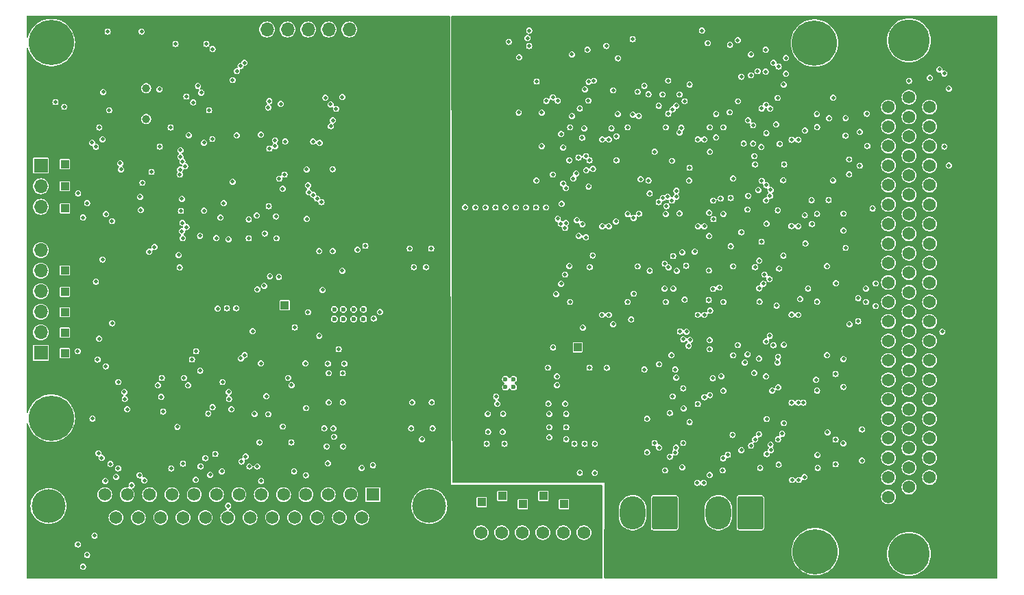
<source format=gbr>
%TF.GenerationSoftware,KiCad,Pcbnew,8.0.1*%
%TF.CreationDate,2024-11-04T21:37:07-08:00*%
%TF.ProjectId,kasm_pcb_rev2,6b61736d-5f70-4636-925f-726576322e6b,rev?*%
%TF.SameCoordinates,Original*%
%TF.FileFunction,Copper,L5,Inr*%
%TF.FilePolarity,Positive*%
%FSLAX46Y46*%
G04 Gerber Fmt 4.6, Leading zero omitted, Abs format (unit mm)*
G04 Created by KiCad (PCBNEW 8.0.1) date 2024-11-04 21:37:07*
%MOMM*%
%LPD*%
G01*
G04 APERTURE LIST*
G04 Aperture macros list*
%AMRoundRect*
0 Rectangle with rounded corners*
0 $1 Rounding radius*
0 $2 $3 $4 $5 $6 $7 $8 $9 X,Y pos of 4 corners*
0 Add a 4 corners polygon primitive as box body*
4,1,4,$2,$3,$4,$5,$6,$7,$8,$9,$2,$3,0*
0 Add four circle primitives for the rounded corners*
1,1,$1+$1,$2,$3*
1,1,$1+$1,$4,$5*
1,1,$1+$1,$6,$7*
1,1,$1+$1,$8,$9*
0 Add four rect primitives between the rounded corners*
20,1,$1+$1,$2,$3,$4,$5,0*
20,1,$1+$1,$4,$5,$6,$7,0*
20,1,$1+$1,$6,$7,$8,$9,0*
20,1,$1+$1,$8,$9,$2,$3,0*%
G04 Aperture macros list end*
%TA.AperFunction,ComponentPad*%
%ADD10C,4.191000*%
%TD*%
%TA.AperFunction,ComponentPad*%
%ADD11R,1.562100X1.562100*%
%TD*%
%TA.AperFunction,ComponentPad*%
%ADD12C,1.562100*%
%TD*%
%TA.AperFunction,ComponentPad*%
%ADD13C,0.600000*%
%TD*%
%TA.AperFunction,ComponentPad*%
%ADD14R,1.000000X1.000000*%
%TD*%
%TA.AperFunction,ComponentPad*%
%ADD15RoundRect,0.250000X1.330000X1.800000X-1.330000X1.800000X-1.330000X-1.800000X1.330000X-1.800000X0*%
%TD*%
%TA.AperFunction,ComponentPad*%
%ADD16O,3.160000X4.100000*%
%TD*%
%TA.AperFunction,ComponentPad*%
%ADD17C,5.600000*%
%TD*%
%TA.AperFunction,ComponentPad*%
%ADD18C,1.574800*%
%TD*%
%TA.AperFunction,ComponentPad*%
%ADD19C,1.575000*%
%TD*%
%TA.AperFunction,ComponentPad*%
%ADD20C,5.175000*%
%TD*%
%TA.AperFunction,ComponentPad*%
%ADD21C,1.000000*%
%TD*%
%TA.AperFunction,ComponentPad*%
%ADD22R,1.700000X1.700000*%
%TD*%
%TA.AperFunction,ComponentPad*%
%ADD23O,1.700000X1.700000*%
%TD*%
%TA.AperFunction,ViaPad*%
%ADD24C,0.500000*%
%TD*%
G04 APERTURE END LIST*
D10*
%TO.N,GND*%
%TO.C,J4*%
X81077400Y-115697000D03*
X128118200Y-115697000D03*
D11*
%TO.N,/Eddy Current Sensors/IN3A*%
X121157800Y-114274600D03*
D12*
%TO.N,unconnected-(J4-Pad2)*%
X118397800Y-114274600D03*
%TO.N,/Eddy Current Sensors/IN2B*%
X115637800Y-114274600D03*
%TO.N,/Eddy Current Sensors/IN1A*%
X112877800Y-114274600D03*
%TO.N,unconnected-(J4-Pad5)*%
X110117800Y-114274600D03*
%TO.N,/Eddy Current Sensors/IN0A*%
X107357800Y-114274600D03*
%TO.N,unconnected-(J4-Pad7)*%
X104597800Y-114274600D03*
%TO.N,/Eddy Current Sensors/IN4A*%
X101837800Y-114274600D03*
%TO.N,unconnected-(J4-Pad9)*%
X99077800Y-114274600D03*
%TO.N,/Eddy Current Sensors/IN5B*%
X96317800Y-114274600D03*
%TO.N,/Eddy Current Sensors/IN6A*%
X93557800Y-114274600D03*
%TO.N,unconnected-(J4-Pad12)*%
X90797800Y-114274600D03*
%TO.N,/Eddy Current Sensors/IN7B*%
X88037800Y-114274600D03*
%TO.N,/Eddy Current Sensors/IN3B*%
X119777800Y-117119400D03*
%TO.N,/Eddy Current Sensors/IN2A*%
X117017800Y-117119400D03*
%TO.N,unconnected-(J4-P16-Pad16)*%
X114257800Y-117119400D03*
%TO.N,/Eddy Current Sensors/IN1B*%
X111497800Y-117119400D03*
%TO.N,unconnected-(J4-P18-Pad18)*%
X108737800Y-117119400D03*
%TO.N,/Eddy Current Sensors/IN0B*%
X105977800Y-117119400D03*
%TO.N,unconnected-(J4-P20-Pad20)*%
X103217800Y-117119400D03*
%TO.N,/Eddy Current Sensors/IN4B*%
X100457800Y-117119400D03*
%TO.N,/Eddy Current Sensors/IN5A*%
X97697800Y-117119400D03*
%TO.N,unconnected-(J4-P23-Pad23)*%
X94937800Y-117119400D03*
%TO.N,/Eddy Current Sensors/IN6B*%
X92177800Y-117119400D03*
%TO.N,/Eddy Current Sensors/IN7A*%
X89417800Y-117119400D03*
%TD*%
D13*
%TO.N,GND*%
%TO.C,U1*%
X119989600Y-91357600D03*
X118789600Y-91357600D03*
X117489600Y-91357600D03*
X116389600Y-91357600D03*
X119989600Y-92557600D03*
X118789600Y-92557600D03*
X117489600Y-92557600D03*
X116389600Y-92557600D03*
%TD*%
D14*
%TO.N,GND*%
%TO.C,TP13*%
X110261400Y-90850600D03*
%TD*%
D15*
%TO.N,+12V*%
%TO.C,J1*%
X167784000Y-116522600D03*
D16*
%TO.N,GND*%
X163824000Y-116522600D03*
%TD*%
D14*
%TO.N,GND*%
%TO.C,TP15*%
X83108800Y-86563200D03*
%TD*%
D17*
%TO.N,GND*%
%TO.C,H3*%
X81432400Y-58389400D03*
%TD*%
D14*
%TO.N,GND*%
%TO.C,TP16*%
X144741900Y-115468400D03*
%TD*%
D18*
%TO.N,SPI6_NSS*%
%TO.C,J6*%
X134518400Y-118986800D03*
%TO.N,SPI6_SCK*%
X137058400Y-118986800D03*
%TO.N,SPI6_MISO*%
X139598400Y-118986800D03*
%TO.N,SPI6_MOSI*%
X142138400Y-118986800D03*
%TO.N,GND*%
X144678400Y-118986800D03*
%TO.N,unconnected-(J6-Pin_6-Pad6)*%
X147218400Y-118986800D03*
%TD*%
D14*
%TO.N,UART4_TX*%
%TO.C,TP14*%
X83108800Y-78892400D03*
%TD*%
%TO.N,+1.8V*%
%TO.C,TP5*%
X151638000Y-96062800D03*
%TD*%
%TO.N,GND*%
%TO.C,TP1*%
X146456400Y-96062800D03*
%TD*%
D19*
%TO.N,HRTIM_CHA1_OUT1*%
%TO.C,J20*%
X184835800Y-66362800D03*
%TO.N,HRTIM_CHA1_OUT2*%
X184835800Y-68772800D03*
%TO.N,HRTIM_CHA2_OUT1*%
X184835800Y-71182800D03*
%TO.N,HRTIM_CHA2_OUT2*%
X184835800Y-73592800D03*
%TO.N,HRTIM_CHB1_OUT1*%
X184835800Y-76002800D03*
%TO.N,HRTIM_CHB1_OUT2*%
X184835800Y-78412800D03*
%TO.N,TIM8_CH4_OUT1*%
X184835800Y-80822800D03*
%TO.N,TIM8_CH4_OUT2*%
X184835800Y-83232800D03*
%TO.N,TIM2_CH1_OUT1*%
X184835800Y-85642800D03*
%TO.N,TIM2_CH1_OUT2*%
X184835800Y-88052800D03*
%TO.N,TIM5_CH2_OUT1*%
X184835800Y-90462800D03*
%TO.N,TIM5_CH2_OUT2*%
X184835800Y-92872800D03*
%TO.N,HRTIM_CHB2_OUT1*%
X184835800Y-95282800D03*
%TO.N,HRTIM_CHB2_OUT2*%
X184835800Y-97692800D03*
%TO.N,HRTIM_CHC1_OUT1*%
X184835800Y-100102800D03*
%TO.N,HRTIM_CHC1_OUT2*%
X184835800Y-102512800D03*
%TO.N,TIM5_CH3_OUT1*%
X184835800Y-104922800D03*
%TO.N,TIM5_CH3_OUT2*%
X184835800Y-107332800D03*
%TO.N,TIM13_CH1_OUT1*%
X184835800Y-109742800D03*
%TO.N,TIM13_CH1_OUT2*%
X184835800Y-112152800D03*
%TO.N,unconnected-(J20-Pad21)*%
X184835800Y-114562800D03*
%TO.N,HRTIM_CHC2_OUT1*%
X187375800Y-65157800D03*
%TO.N,HRTIM_CHC2_OUT2*%
X187375800Y-67567800D03*
%TO.N,HRTIM_CHD1_OUT1*%
X187375800Y-69977800D03*
%TO.N,HRTIM_CHD1_OUT2*%
X187375800Y-72387800D03*
%TO.N,TIM14_CH1_OUT1*%
X187375800Y-74797800D03*
%TO.N,TIM14_CH1_OUT2*%
X187375800Y-77207800D03*
%TO.N,TIM1_CH1_OUT1*%
X187375800Y-79617800D03*
%TO.N,TIM1_CH1_OUT2*%
X187375800Y-82027800D03*
%TO.N,HRTIM_CHD2_OUT1*%
X187375800Y-84437800D03*
%TO.N,HRTIM_CHD2_OUT2*%
X187375800Y-86847800D03*
%TO.N,TIM4_CH2_OUT1*%
X187375800Y-89257800D03*
%TO.N,TIM4_CH2_OUT2*%
X187375800Y-91667800D03*
%TO.N,TIM1_CH2_OUT1*%
X187375800Y-94077800D03*
%TO.N,TIM1_CH2_OUT2*%
X187375800Y-96487800D03*
%TO.N,TIM1_CH3_OUT1*%
X187375800Y-98897800D03*
%TO.N,TIM1_CH3_OUT2*%
X187375800Y-101307800D03*
%TO.N,TIM16_CH1_OUT1*%
X187375800Y-103717800D03*
%TO.N,TIM16_CH1_OUT2*%
X187375800Y-106127800D03*
%TO.N,TIM15_CH1_OUT1*%
X187375800Y-108537800D03*
%TO.N,TIM15_CH1_OUT2*%
X187375800Y-110947800D03*
%TO.N,unconnected-(J20-Pad42)*%
X187375800Y-113357800D03*
%TO.N,TIM1_CH4_OUT1*%
X189915800Y-66362800D03*
%TO.N,TIM1_CH4_OUT2*%
X189915800Y-68772800D03*
%TO.N,TIM12_CH2_OUT1*%
X189915800Y-71182800D03*
%TO.N,TIM12_CH2_OUT2*%
X189915800Y-73592800D03*
%TO.N,TIM15_CH2_OUT1*%
X189915800Y-76002800D03*
%TO.N,TIM15_CH2_OUT2*%
X189915800Y-78412800D03*
%TO.N,TIM4_CH1_OUT1*%
X189915800Y-80822800D03*
%TO.N,TIM4_CH1_OUT2*%
X189915800Y-83232800D03*
%TO.N,TIM4_CH3_OUT1*%
X189915800Y-85642800D03*
%TO.N,TIM4_CH3_OUT2*%
X189915800Y-88052800D03*
%TO.N,TIM4_CH4_OUT1*%
X189915800Y-90462800D03*
%TO.N,TIM4_CH4_OUT2*%
X189915800Y-92872800D03*
%TO.N,unconnected-(J20-Pad55)*%
X189915800Y-95282800D03*
%TO.N,unconnected-(J20-Pad56)*%
X189915800Y-97692800D03*
%TO.N,unconnected-(J20-Pad57)*%
X189915800Y-100102800D03*
%TO.N,unconnected-(J20-Pad58)*%
X189915800Y-102512800D03*
%TO.N,unconnected-(J20-Pad59)*%
X189915800Y-104922800D03*
%TO.N,unconnected-(J20-Pad60)*%
X189915800Y-107332800D03*
%TO.N,unconnected-(J20-Pad61)*%
X189915800Y-109742800D03*
%TO.N,unconnected-(J20-Pad62)*%
X189915800Y-112152800D03*
D20*
%TO.N,GND*%
X187375800Y-58109800D03*
X187375800Y-121610800D03*
%TD*%
D14*
%TO.N,SPI2_SCK*%
%TO.C,TP7*%
X83108800Y-94250932D03*
%TD*%
D17*
%TO.N,GND*%
%TO.C,H2*%
X81432400Y-104825800D03*
%TD*%
D14*
%TO.N,SPI2_MOSI*%
%TO.C,TP10*%
X83108800Y-89204800D03*
%TD*%
%TO.N,SPI2_NSS*%
%TO.C,TP8*%
X83108800Y-96774000D03*
%TD*%
%TO.N,SPI2_MISO*%
%TO.C,TP9*%
X83108800Y-91727866D03*
%TD*%
D13*
%TO.N,GND*%
%TO.C,U2*%
X137527600Y-100995000D03*
X138527600Y-100995000D03*
X137527600Y-99995000D03*
X138527600Y-99995000D03*
%TD*%
D17*
%TO.N,GND*%
%TO.C,H1*%
X175793400Y-121335800D03*
%TD*%
D14*
%TO.N,SPI6_MOSI*%
%TO.C,TP6*%
X142201900Y-114452400D03*
%TD*%
D17*
%TO.N,GND*%
%TO.C,H4*%
X175691800Y-58445400D03*
%TD*%
D21*
%TO.N,I2C4_SCL*%
%TO.C,TP27*%
X93141800Y-64033400D03*
%TD*%
D14*
%TO.N,SPI6_SCK*%
%TO.C,TP2*%
X137121900Y-114452400D03*
%TD*%
D22*
%TO.N,+3.3V*%
%TO.C,J5*%
X120777000Y-56769000D03*
D23*
%TO.N,DEBUG_JTCK-SWCLK*%
X118237000Y-56769000D03*
%TO.N,GND*%
X115697000Y-56769000D03*
%TO.N,DEBUG_JTMS-SWDIO*%
X113157000Y-56769000D03*
%TO.N,/MCU/NRST*%
X110617000Y-56769000D03*
%TO.N,DEBUG_JTDO-SWO*%
X108077000Y-56769000D03*
%TD*%
D22*
%TO.N,UART4_RX*%
%TO.C,J7*%
X80137000Y-73609200D03*
D23*
%TO.N,GND*%
X80137000Y-76149200D03*
%TO.N,UART4_TX*%
X80137000Y-78689200D03*
%TD*%
D22*
%TO.N,SPI2_NSS*%
%TO.C,J3*%
X80137000Y-96748600D03*
D23*
%TO.N,SPI2_SCK*%
X80137000Y-94208600D03*
%TO.N,SPI2_MISO*%
X80137000Y-91668600D03*
%TO.N,SPI2_MOSI*%
X80137000Y-89128600D03*
%TO.N,GND*%
X80137000Y-86588600D03*
%TO.N,unconnected-(J3-Pin_6-Pad6)*%
X80137000Y-84048600D03*
%TD*%
D21*
%TO.N,I2C4_SDA*%
%TO.C,TP26*%
X93141800Y-67843400D03*
%TD*%
D14*
%TO.N,GND*%
%TO.C,TP17*%
X83108800Y-76149200D03*
%TD*%
%TO.N,UART4_RX*%
%TO.C,TP11*%
X83108800Y-73406000D03*
%TD*%
%TO.N,+3.3V*%
%TO.C,TP12*%
X110261400Y-96012000D03*
%TD*%
%TO.N,SPI6_MISO*%
%TO.C,TP4*%
X139661900Y-115468400D03*
%TD*%
%TO.N,SPI6_NSS*%
%TO.C,TP3*%
X134581900Y-115214400D03*
%TD*%
D15*
%TO.N,+12V*%
%TO.C,J2*%
X157198200Y-116522600D03*
D16*
%TO.N,GND*%
X153238200Y-116522600D03*
%TD*%
D24*
%TO.N,GND*%
X116357400Y-107137200D03*
%TO.N,+3.3V*%
X131572000Y-113893600D03*
%TO.N,GND*%
X171881800Y-63576200D03*
X101346000Y-59182000D03*
X120218200Y-83515200D03*
X115697000Y-102870000D03*
X142544800Y-78765400D03*
X173685200Y-70408800D03*
X117627400Y-98094800D03*
X162026600Y-112826800D03*
X92684600Y-75717400D03*
X152628600Y-90451400D03*
X148310600Y-84709000D03*
X176022000Y-79554800D03*
X172868500Y-70404000D03*
X152628600Y-68861400D03*
X115138200Y-106095800D03*
X125882400Y-106095800D03*
X135051800Y-78765400D03*
X148437600Y-63100700D03*
X164439600Y-68861400D03*
X115697000Y-99263200D03*
X116255800Y-106095800D03*
X143891000Y-99650800D03*
X125704600Y-83845400D03*
X135204200Y-108000800D03*
X150291800Y-81102200D03*
X137185400Y-106527600D03*
X113766600Y-70612000D03*
X98958400Y-65786000D03*
X90805000Y-103733600D03*
X96774000Y-58547000D03*
X162102800Y-81102200D03*
X128422400Y-102870000D03*
X126212600Y-86156800D03*
X148336000Y-74015600D03*
X160274000Y-73865600D03*
X94996000Y-102209600D03*
X172870700Y-102920800D03*
X108432600Y-87274400D03*
X97155000Y-84658200D03*
X114579400Y-70781900D03*
X157327600Y-90449400D03*
X97663000Y-82575400D03*
X153847800Y-64465200D03*
X133807200Y-78765400D03*
X145034000Y-104292400D03*
X157251400Y-111282200D03*
X116916200Y-96291400D03*
X108000800Y-102108000D03*
X160909000Y-84226400D03*
X165658800Y-97053400D03*
X162102800Y-102235000D03*
X177977800Y-75412600D03*
X146050000Y-108000800D03*
X146354800Y-80340200D03*
X135331200Y-104292400D03*
X146710400Y-111582200D03*
X145034000Y-107416600D03*
X149484300Y-70358000D03*
X171907200Y-105435400D03*
X122021600Y-91694000D03*
X137236200Y-104292400D03*
X164363400Y-111284200D03*
X145516600Y-68859400D03*
X162102800Y-70358000D03*
X110312200Y-70612000D03*
X88392000Y-57023000D03*
X101981000Y-91287600D03*
X137947400Y-58293000D03*
X153847800Y-86055200D03*
X128346200Y-83845400D03*
X148564600Y-111607600D03*
X160274000Y-63576200D03*
X92583000Y-57023000D03*
X165658800Y-86055200D03*
X103378000Y-102463600D03*
X136372600Y-102158800D03*
X97282000Y-86207600D03*
X149468100Y-92056800D03*
X173685200Y-81102200D03*
X172937700Y-112471200D03*
X103124000Y-91236800D03*
X162102800Y-92056800D03*
X164439600Y-79580200D03*
X168986200Y-110977400D03*
X136296400Y-78765400D03*
X117424200Y-102870000D03*
X177317400Y-106583200D03*
X172877700Y-92044800D03*
X158165800Y-102133400D03*
X139217400Y-60198000D03*
X161213800Y-112826800D03*
X89712800Y-100355400D03*
X157327600Y-79578200D03*
X176022000Y-101424200D03*
X160274000Y-105308400D03*
X171856400Y-84727200D03*
X92481400Y-79095600D03*
X171958000Y-73456800D03*
X147904200Y-98577400D03*
X176022000Y-68836000D03*
X97307400Y-74701400D03*
X126009400Y-102870000D03*
X177241200Y-97028000D03*
X165582600Y-106888000D03*
X119253000Y-83997800D03*
X90500200Y-102463600D03*
X127203200Y-107416600D03*
X166227000Y-58089800D03*
X161286100Y-70358000D03*
X115443000Y-108331000D03*
X160147000Y-95885000D03*
X92384000Y-77444600D03*
X171907200Y-95732800D03*
X135382000Y-106527600D03*
X161295300Y-81088800D03*
X108229400Y-104343200D03*
X154228800Y-75285600D03*
X115595400Y-98094800D03*
X117475000Y-108331000D03*
X142824200Y-103047800D03*
X140055600Y-78765400D03*
X128524000Y-106095800D03*
X169748200Y-69570600D03*
X169773600Y-80772000D03*
X145034000Y-105943400D03*
X102590600Y-100355400D03*
X90043000Y-74066400D03*
X173685200Y-92056800D03*
X162518600Y-58445400D03*
X137541000Y-78740000D03*
X176022000Y-90426000D03*
X117424200Y-99263200D03*
X166261300Y-65640700D03*
X150037800Y-98602800D03*
X109537597Y-87350600D03*
X145516600Y-90449400D03*
X89941400Y-73304400D03*
X90449400Y-101574600D03*
X147307300Y-108000800D03*
X103327200Y-101574600D03*
X164439600Y-90451400D03*
X98107403Y-65049400D03*
X142773400Y-98577400D03*
X173761400Y-112471200D03*
X144907000Y-103047800D03*
X103682800Y-103733600D03*
X143891000Y-100736400D03*
X98399600Y-69824600D03*
X142925800Y-105943400D03*
X138811000Y-78765400D03*
X97434400Y-79197200D03*
X161286100Y-103068400D03*
X165658800Y-75184000D03*
X173685200Y-102920800D03*
X152628600Y-79580200D03*
X150291800Y-70358000D03*
X142925800Y-107188000D03*
X93802200Y-74371200D03*
X104267000Y-91236800D03*
X161288300Y-92056800D03*
X100584000Y-58547000D03*
X157327600Y-68859400D03*
X168910000Y-90424000D03*
X127711200Y-86156800D03*
X172861500Y-81076800D03*
X141300200Y-78765400D03*
X137414000Y-108000800D03*
X87833200Y-64490600D03*
X140258800Y-57835800D03*
X178003200Y-65204400D03*
X150291800Y-92056800D03*
X121259600Y-92506800D03*
X149477300Y-81102200D03*
X132537200Y-78740000D03*
X109233367Y-82575400D03*
X170484800Y-101422200D03*
X142925800Y-104292400D03*
X177241200Y-86029800D03*
X148564600Y-108000800D03*
X176098200Y-110979400D03*
X136525000Y-103047800D03*
X164439600Y-101449600D03*
%TO.N,+3.3V*%
X129794000Y-57277000D03*
X122783600Y-83997800D03*
X93649800Y-100355400D03*
X125831600Y-98094800D03*
X92913200Y-101574600D03*
X93954600Y-104463100D03*
X112420400Y-69621400D03*
X109499400Y-109143800D03*
X105791000Y-101574600D03*
X125679200Y-88341200D03*
X128371600Y-91186000D03*
X98221800Y-86182200D03*
X129032000Y-96012000D03*
X101346000Y-60198000D03*
X121419000Y-83515200D03*
X110464600Y-84658200D03*
X129032000Y-93167200D03*
X128524000Y-99263200D03*
X93802200Y-75031600D03*
X97307400Y-65049400D03*
X97180400Y-67741800D03*
X108331000Y-109143800D03*
X129794000Y-58547000D03*
X92837000Y-102463600D03*
X106527600Y-100355400D03*
X125831600Y-99263200D03*
X113817400Y-69621400D03*
X110794800Y-69697600D03*
X92862400Y-81041750D03*
X92760800Y-72720200D03*
X97282000Y-75336400D03*
X110337600Y-87350600D03*
X126542800Y-96012000D03*
X110032800Y-82605571D03*
X105714800Y-102463600D03*
X98463003Y-82575400D03*
X80314800Y-68122800D03*
X97600146Y-69794991D03*
X100584000Y-60706000D03*
X125679200Y-91186000D03*
X84429600Y-68148200D03*
X87833200Y-63423800D03*
X126542800Y-93167200D03*
X128371600Y-88341200D03*
X128524000Y-98094800D03*
X92893900Y-82997550D03*
%TO.N,REF*%
X153263600Y-67284600D03*
X178308000Y-99364800D03*
X177444400Y-77851000D03*
X164109400Y-77673200D03*
X153365200Y-89433400D03*
X154025600Y-79552800D03*
X165227000Y-67005200D03*
X164185600Y-99633000D03*
X177495200Y-67741800D03*
X163957000Y-88671400D03*
X178358800Y-88138000D03*
X153238200Y-57962800D03*
X165261800Y-58648600D03*
X179247800Y-107924600D03*
X164998400Y-109354200D03*
%TO.N,DEBUG_JTMS-SWDIO*%
X109055599Y-70471601D03*
%TO.N,SPI2_MOSI*%
X97561400Y-77698600D03*
X84734400Y-77038200D03*
%TO.N,SPI2_MISO*%
X113131600Y-91719400D03*
%TO.N,SPI2_NSS*%
X111506000Y-93599000D03*
%TO.N,SPI2_SCK*%
X88925400Y-80467200D03*
X88950800Y-93091000D03*
X105816400Y-80238600D03*
%TO.N,UART4_RX*%
X83032600Y-66319400D03*
X108229400Y-66421000D03*
%TO.N,UART4_TX*%
X81940400Y-65735200D03*
X108356400Y-65633600D03*
%TO.N,/Eddy Current Sensors/IN0B*%
X105892600Y-110799600D03*
X99857800Y-110794800D03*
%TO.N,/Eddy Current Sensors/IN0A*%
X99263200Y-112445800D03*
X107340400Y-112599600D03*
%TO.N,/Eddy Current Sensors/IN1B*%
X111420200Y-111399600D03*
X102493800Y-111399600D03*
%TO.N,/Eddy Current Sensors/IN1A*%
X112877600Y-111887000D03*
X101057800Y-111836200D03*
%TO.N,/Eddy Current Sensors/IN2B*%
X115595400Y-110413800D03*
X104931100Y-110194800D03*
%TO.N,/Eddy Current Sensors/IN2A*%
X103276400Y-115671600D03*
%TO.N,/Eddy Current Sensors/IN3B*%
X119761000Y-110972600D03*
X106857800Y-110799600D03*
%TO.N,/Eddy Current Sensors/IN3A*%
X121157800Y-110642400D03*
X105431100Y-109561981D03*
%TO.N,TIM1_CH4_OUT1*%
X145719800Y-59842400D03*
X167843200Y-59842400D03*
X167843200Y-62433200D03*
X145719800Y-67462400D03*
X189941200Y-62738000D03*
%TO.N,TIM1_CH2_OUT1*%
X158637827Y-99808938D03*
X159893000Y-94132400D03*
%TO.N,HRTIM_CHD2_OUT1*%
X158242000Y-84785200D03*
X158267400Y-88798400D03*
%TO.N,TIM1_CH3_OUT2*%
X162788600Y-101981000D03*
%TO.N,HRTIM_CHA1_OUT2*%
X170967400Y-68503800D03*
%TO.N,HRTIM_CHD2_OUT2*%
X162661600Y-86563200D03*
X162636200Y-90220800D03*
X159664400Y-90170000D03*
%TO.N,TIM1_CH1_OUT2*%
X162687000Y-82296000D03*
X162687000Y-79428200D03*
%TO.N,TIM5_CH2_OUT1*%
X182041800Y-88798400D03*
X174903718Y-88793411D03*
X182041800Y-90449400D03*
%TO.N,TIM4_CH4_OUT2*%
X150825200Y-93192600D03*
X180009800Y-93192600D03*
%TO.N,TIM16_CH1_OUT2*%
X181559200Y-110083600D03*
X181559200Y-106222800D03*
X159359600Y-110896400D03*
%TO.N,TIM4_CH3_OUT2*%
X147091400Y-93624400D03*
X191490600Y-94132400D03*
%TO.N,HRTIM_CHB1_OUT1*%
X169748200Y-76022200D03*
X169722800Y-77914801D03*
%TO.N,HRTIM_CHB2_OUT1*%
X169722800Y-95351600D03*
X169722800Y-99669600D03*
%TO.N,TIM14_CH1_OUT2*%
X159029400Y-79502000D03*
%TO.N,TIM4_CH2_OUT1*%
X163169600Y-88849200D03*
%TO.N,TIM8_CH4_OUT2*%
X174574200Y-83235800D03*
X174504775Y-79723637D03*
%TO.N,TIM13_CH1_OUT2*%
X174472600Y-112115600D03*
%TO.N,HRTIM_CHC1_OUT1*%
X175895000Y-100076000D03*
%TO.N,TIM1_CH1_OUT1*%
X163195000Y-77927200D03*
X163220400Y-80213200D03*
%TO.N,TIM2_CH1_OUT1*%
X168884600Y-85344000D03*
X168859200Y-88773000D03*
%TO.N,TIM5_CH2_OUT2*%
X173913800Y-90093800D03*
X181102000Y-89992200D03*
X181102000Y-92837000D03*
%TO.N,TIM4_CH3_OUT1*%
X143789400Y-89484200D03*
X179552600Y-83769200D03*
%TO.N,TIM5_CH3_OUT1*%
X169799000Y-104927400D03*
X169799000Y-109270800D03*
%TO.N,HRTIM_CHC2_OUT2*%
X179527200Y-69900800D03*
X179552600Y-67716400D03*
X159258000Y-68935600D03*
%TO.N,TIM1_CH2_OUT2*%
X162737800Y-96291400D03*
X159486600Y-101142800D03*
X162737800Y-95173800D03*
X160324800Y-95148400D03*
%TO.N,TIM4_CH1_OUT1*%
X182880000Y-78892400D03*
X153339800Y-80086200D03*
%TO.N,TIM4_CH2_OUT2*%
X162814000Y-91541600D03*
%TO.N,TIM15_CH1_OUT1*%
X164414200Y-109804200D03*
%TO.N,TIM1_CH4_OUT2*%
X147243800Y-68986400D03*
X147650200Y-59283600D03*
X169672000Y-59283600D03*
X191135000Y-61696600D03*
X169672000Y-61976000D03*
%TO.N,TIM12_CH2_OUT1*%
X191744600Y-62204600D03*
X172186600Y-62230000D03*
X151434800Y-60325000D03*
X172186600Y-60299600D03*
X191744600Y-71247000D03*
X151409400Y-67208400D03*
%TO.N,HRTIM_CHC2_OUT1*%
X154000200Y-67462400D03*
X157632400Y-67183000D03*
X187375800Y-63119000D03*
X157632400Y-63100700D03*
%TO.N,HRTIM_CHA2_OUT1*%
X175996600Y-67208400D03*
X182219600Y-71170800D03*
X182168800Y-67183000D03*
%TO.N,HRTIM_CHA1_OUT1*%
X169722800Y-66090800D03*
%TO.N,HRTIM_CHB1_OUT2*%
X171170600Y-79121000D03*
%TO.N,HRTIM_CHA2_OUT2*%
X181279800Y-69443600D03*
X174523400Y-69265800D03*
X181279800Y-73609200D03*
%TO.N,TIM13_CH1_OUT1*%
X176072800Y-109372400D03*
%TO.N,TIM2_CH1_OUT2*%
X171018200Y-90906600D03*
X183261000Y-90957400D03*
X183261000Y-88163400D03*
%TO.N,TIM15_CH2_OUT2*%
X147472400Y-82473800D03*
X179273200Y-81635600D03*
X179273200Y-79527400D03*
%TO.N,HRTIM_CHD1_OUT2*%
X162763200Y-68859400D03*
X162788600Y-71882000D03*
%TO.N,TIM15_CH2_OUT1*%
X146266000Y-74581500D03*
%TO.N,TIM5_CH3_OUT2*%
X171272200Y-110591600D03*
X178308000Y-110515400D03*
X178308000Y-107467400D03*
%TO.N,TIM15_CH1_OUT2*%
X162737800Y-111861600D03*
%TO.N,TIM8_CH4_OUT1*%
X175387000Y-80822800D03*
X175336200Y-77876400D03*
%TO.N,TIM1_CH3_OUT1*%
X163136056Y-99890056D03*
%TO.N,TIM4_CH1_OUT2*%
X151180800Y-80492600D03*
%TO.N,TIM12_CH2_OUT2*%
X192303400Y-73583800D03*
X192303400Y-64084200D03*
X150622000Y-68986400D03*
X150825200Y-64287400D03*
%TO.N,TIM16_CH1_OUT1*%
X157835600Y-109601000D03*
X157835600Y-104190800D03*
%TO.N,HRTIM_CHD1_OUT1*%
X163550600Y-67208400D03*
X163550600Y-70104000D03*
%TO.N,TIM4_CH4_OUT1*%
X153060400Y-92633800D03*
%TO.N,TIM14_CH1_OUT1*%
X179984400Y-74676000D03*
X179984400Y-72837800D03*
X158089600Y-77927200D03*
X158089600Y-73006800D03*
%TO.N,HRTIM_CHC1_OUT2*%
X174320200Y-102920800D03*
%TO.N,HRTIM_CHB2_OUT2*%
X171221400Y-101011900D03*
X179273200Y-100965000D03*
X179273200Y-97510600D03*
%TO.N,ACTUATOR_ENABLE_MCU*%
X142570200Y-65601100D03*
X109778800Y-65963800D03*
X143408400Y-96088200D03*
%TO.N,/MCU/BOOT0*%
X100914200Y-66751200D03*
X88569800Y-66751200D03*
%TO.N,TIM2_CH4_LDC*%
X97002600Y-105892600D03*
X110032800Y-105867200D03*
%TO.N,I2C4_SDA*%
X97815400Y-99847400D03*
X95072200Y-99847400D03*
X99796600Y-82270600D03*
X94157800Y-83667600D03*
X110686100Y-99854500D03*
%TO.N,I2C4_SCL*%
X101803200Y-82550000D03*
X98323400Y-100761800D03*
X93522800Y-84251800D03*
X107137200Y-107823000D03*
X111074200Y-107823000D03*
X94589600Y-100761800D03*
X111099600Y-100736400D03*
%TO.N,HRTIM_CHD1_PHASE*%
X114251196Y-77680768D03*
X156921200Y-64795400D03*
X159029400Y-64795400D03*
X156977500Y-77597000D03*
%TO.N,TIM8_CH4_PHASE*%
X103301800Y-82702400D03*
X171831000Y-75405400D03*
X169164000Y-83007200D03*
X169189400Y-75463400D03*
%TO.N,TIM12_CH2*%
X147751800Y-65557400D03*
X143992600Y-80162400D03*
X112979200Y-80182300D03*
X143992600Y-65582800D03*
%TO.N,TIM1_CH2_PHASE*%
X158496000Y-98806000D03*
X99542600Y-63746900D03*
X154686000Y-98806000D03*
X154686000Y-63746900D03*
%TO.N,HRTIM_CHA2*%
X143383000Y-74701400D03*
X143383000Y-65151000D03*
X110236000Y-74701400D03*
X171145200Y-65227200D03*
%TO.N,TIM8_CH4*%
X168122600Y-68605400D03*
X171417500Y-70916800D03*
X168122600Y-70866000D03*
X115943300Y-68718200D03*
%TO.N,TIM15_CH2*%
X146544815Y-72605889D03*
X97383600Y-72517000D03*
%TO.N,TIM16_CH1*%
X100279200Y-70764400D03*
X158496000Y-109067600D03*
X86461600Y-70764400D03*
X155016200Y-104902000D03*
X86512400Y-104876600D03*
X155016200Y-109067600D03*
%TO.N,TIM13_CH1*%
X99814000Y-98952511D03*
X168262200Y-99237800D03*
X171196000Y-107442000D03*
X168351200Y-107442000D03*
%TO.N,TIM5_CH2_PHASE*%
X168362200Y-86156800D03*
X171323043Y-86326752D03*
X97966902Y-73679900D03*
X168362200Y-73456800D03*
%TO.N,HRTIM_CHB1*%
X170205400Y-77348122D03*
X167521700Y-77343000D03*
X116197900Y-67995800D03*
X167487600Y-67995800D03*
%TO.N,HRTIM_CHA1*%
X144653000Y-75826100D03*
X113129318Y-76040500D03*
X170230800Y-66548000D03*
X169164000Y-66522600D03*
X169138600Y-71297800D03*
X144653000Y-71348600D03*
%TO.N,SPI6_MOSI*%
X102314000Y-80010000D03*
X85344000Y-123190000D03*
X85344000Y-80010000D03*
%TO.N,HRTIM_CHD2_PHASE*%
X155346400Y-77063600D03*
X113780953Y-77232019D03*
X155346400Y-86588600D03*
X158673800Y-86588600D03*
%TO.N,HRTIM_CHB2_PHASE*%
X103809800Y-63017400D03*
X170611800Y-95808800D03*
X166674800Y-62611000D03*
X166217600Y-95783400D03*
%TO.N,TIM4_CH2*%
X159359600Y-84302600D03*
X101320600Y-70307200D03*
X87764100Y-70350900D03*
X87764100Y-85217000D03*
%TO.N,HRTIM_CHC1_PHASE*%
X171201683Y-97240700D03*
X167435200Y-79019400D03*
X167435200Y-96926400D03*
X109169200Y-79883000D03*
%TO.N,TIM4_CH3_PHASE*%
X146583400Y-82270600D03*
X107797600Y-81998300D03*
%TO.N,TIM13_CH1_PHASE*%
X171704000Y-106756200D03*
X104825800Y-97434400D03*
X168833800Y-97459800D03*
X168833800Y-106807000D03*
%TO.N,HRTIM_CHC2_PHASE*%
X114808000Y-78105000D03*
X156464000Y-66192400D03*
X158623000Y-66192400D03*
X156464000Y-78105000D03*
%TO.N,TIM4_CH1*%
X147802600Y-76174600D03*
X113234860Y-76879477D03*
%TO.N,TIM4_CH4_PHASE*%
X147931768Y-86156297D03*
X145415000Y-72938600D03*
X97617660Y-73073242D03*
X145415000Y-86004400D03*
%TO.N,SPI6_SCK*%
X99314000Y-96545400D03*
X84709000Y-120446800D03*
X84683600Y-96545400D03*
%TO.N,TIM1_CH1_PHASE*%
X155194000Y-75438000D03*
X160197800Y-75438000D03*
X155194000Y-64770000D03*
X99956100Y-64573900D03*
%TO.N,TIM1_CH1*%
X159035165Y-69492689D03*
X104317800Y-69850000D03*
%TO.N,SPI6_MISO*%
X85852000Y-78232000D03*
X85852000Y-121742200D03*
X102727500Y-78232000D03*
%TO.N,HRTIM_CHD2*%
X117373400Y-65125600D03*
X115290600Y-65201800D03*
X117373400Y-86588600D03*
X157657800Y-86175100D03*
%TO.N,TIM12_CH2_PHASE*%
X103809800Y-75590400D03*
X141376400Y-63195200D03*
X147802600Y-63220600D03*
X141351000Y-75438000D03*
%TO.N,HRTIM_CHB1_PHASE*%
X168681400Y-61925200D03*
X170281600Y-76606400D03*
X104343200Y-61925200D03*
X168760000Y-76606400D03*
%TO.N,HRTIM_CHD1*%
X159664400Y-65640700D03*
X115925600Y-66014600D03*
%TO.N,HRTIM_CHA2_PHASE*%
X171272200Y-61341000D03*
X104800400Y-61290200D03*
%TO.N,TIM1_CH3_PHASE*%
X96164400Y-68884800D03*
X87350600Y-68884800D03*
X159486600Y-95072200D03*
X87325200Y-94996000D03*
%TO.N,SPI6_NSS*%
X98806000Y-97561400D03*
X87147400Y-97586800D03*
X86766400Y-119354600D03*
%TO.N,TIM1_CH4*%
X114942100Y-88976200D03*
X116611400Y-66573400D03*
X106857800Y-88900000D03*
X139166600Y-67030600D03*
X146710400Y-66522600D03*
%TO.N,HRTIM_CHC2*%
X109067600Y-71195400D03*
X142011400Y-67030600D03*
X158165800Y-66649600D03*
X142011400Y-71195400D03*
%TO.N,TIM16_CH1_PHASE*%
X156514800Y-98163900D03*
X158585005Y-108474236D03*
X88177600Y-79596500D03*
X156514800Y-108458000D03*
X106807000Y-79756000D03*
X88163400Y-98425000D03*
%TO.N,TIM15_CH2_PHASE*%
X146989800Y-70154800D03*
X107315000Y-69773800D03*
%TO.N,TIM1_CH2*%
X158038800Y-97028000D03*
X105308400Y-97028000D03*
%TO.N,TIM1_CH3*%
X159080200Y-94107000D03*
X106299000Y-94081600D03*
%TO.N,TIM1_CH4_PHASE*%
X94792800Y-64160400D03*
X147345400Y-64160400D03*
%TO.N,TIM5_CH3_PHASE*%
X147472400Y-72415400D03*
X97332800Y-74093400D03*
X170272043Y-108089071D03*
X168267900Y-72415400D03*
X147497800Y-74168000D03*
X167868600Y-108229400D03*
%TO.N,TIM14_CH1*%
X158623000Y-77444600D03*
X157403800Y-78601200D03*
X100304600Y-79171800D03*
X157559211Y-77449980D03*
%TO.N,TIM4_CH4*%
X145001500Y-76370700D03*
X144983200Y-80695800D03*
X110007400Y-76454000D03*
X147040600Y-80848200D03*
%TO.N,HRTIM_CHA1_PHASE*%
X105283000Y-60876700D03*
X170611800Y-60876700D03*
%TO.N,TIM15_CH1_PHASE*%
X107314000Y-98043000D03*
X112903000Y-103581200D03*
X159537400Y-103606600D03*
X112826800Y-98044000D03*
%TO.N,TIM15_CH1*%
X97374859Y-71686500D03*
X159486600Y-107899200D03*
X155956000Y-107899200D03*
X155950500Y-71901900D03*
%TO.N,TIM4_CH1_PHASE*%
X108280200Y-78613000D03*
X151231600Y-69977000D03*
X147911300Y-72948800D03*
X151231600Y-72948800D03*
X144449800Y-78333600D03*
X144406100Y-69684900D03*
%TO.N,TIM4_CH3*%
X109575600Y-75209400D03*
X145891300Y-75184000D03*
%TO.N,TIM2_CH1*%
X144348200Y-80791900D03*
X169367200Y-88214200D03*
X97612200Y-80695800D03*
X144399000Y-88214200D03*
%TO.N,TIM4_CH2_PHASE*%
X159842200Y-85979000D03*
X157175200Y-88798400D03*
X157200600Y-85717900D03*
X107727500Y-88468200D03*
%TO.N,TIM14_CH1_PHASE*%
X158648400Y-76708000D03*
X165354000Y-77597000D03*
X105816400Y-82575400D03*
X165354000Y-83566000D03*
%TO.N,TIM2_CH1_PHASE*%
X86937100Y-87960200D03*
X170155069Y-87644585D03*
X94818200Y-71247000D03*
X86937100Y-71272400D03*
%TO.N,HRTIM_CHC1*%
X166954200Y-70884300D03*
X167088300Y-97942400D03*
X171119800Y-97942400D03*
X108356400Y-71488400D03*
%TO.N,TIM5_CH2*%
X144881600Y-81305400D03*
X144881600Y-87071200D03*
X98120200Y-81209300D03*
X169519600Y-87071200D03*
%TO.N,HRTIM_CHB2*%
X114528600Y-84175600D03*
X116179600Y-84175600D03*
X112953800Y-74060900D03*
X114528600Y-94633300D03*
X170180000Y-94633300D03*
X116179600Y-74041000D03*
%TO.N,TIM5_CH3*%
X97561400Y-81722800D03*
X170307000Y-108788200D03*
X166674800Y-81838800D03*
X166674800Y-108788200D03*
%TO.N,+1.8V*%
X171660096Y-96656595D03*
X160274000Y-74676000D03*
X148310600Y-85509003D03*
X142544800Y-83845400D03*
X171799288Y-64262000D03*
X135356600Y-57835800D03*
X160475500Y-92056800D03*
X172048700Y-81076800D03*
X171145200Y-81102200D03*
X160473300Y-70358000D03*
X171094400Y-70358000D03*
X159562800Y-81102200D03*
X160202274Y-106305021D03*
X148655300Y-92056800D03*
X160482500Y-81088800D03*
X172124900Y-112471200D03*
X160096200Y-96875600D03*
X132537200Y-83845400D03*
X171145200Y-102920800D03*
X133966857Y-83845400D03*
X159562800Y-102235000D03*
X148361400Y-74777600D03*
X171831000Y-74472800D03*
X160197800Y-85445311D03*
X172055700Y-70404000D03*
X159486600Y-112826800D03*
X136804400Y-60172600D03*
X163229800Y-56718200D03*
X172057900Y-102920800D03*
X137744200Y-57480200D03*
X171881800Y-106146600D03*
X141115142Y-83845400D03*
X148056600Y-100711000D03*
X147853400Y-80162400D03*
X171221400Y-112471200D03*
X148671500Y-70358000D03*
X172064900Y-92044800D03*
X132029200Y-86156800D03*
X138255828Y-83845400D03*
X147751800Y-70358000D03*
X160473300Y-103068400D03*
X135396514Y-83845400D03*
X159562800Y-70358000D03*
X140436600Y-86156800D03*
X134529200Y-86156800D03*
X147751800Y-92056800D03*
X159562800Y-92056800D03*
X136826171Y-83845400D03*
X148361400Y-64160400D03*
X142936600Y-86156800D03*
X160223200Y-64287400D03*
X171653178Y-85825740D03*
X139685485Y-83845400D03*
X148664500Y-81102200D03*
X171145200Y-92056800D03*
X160401000Y-112826800D03*
%TO.N,LDC0_INTB*%
X100812600Y-104267000D03*
X106527600Y-104292400D03*
%TO.N,LDC1_INTB*%
X101346000Y-103479600D03*
X95250000Y-104013000D03*
%TO.N,/Eddy Current Sensors/IN7B*%
X88087200Y-112598200D03*
X92913200Y-112522000D03*
%TO.N,/Eddy Current Sensors/IN5A*%
X88722200Y-110490000D03*
X97688400Y-110448800D03*
%TO.N,/Eddy Current Sensors/IN5B*%
X89687400Y-111048800D03*
X96240600Y-111048800D03*
%TO.N,/Eddy Current Sensors/IN4A*%
X101676200Y-109245400D03*
X87249000Y-109169200D03*
%TO.N,/Eddy Current Sensors/IN6A*%
X91355018Y-113121082D03*
%TO.N,/Eddy Current Sensors/IN4B*%
X100457000Y-109778800D03*
X87655400Y-109728000D03*
%TO.N,/Eddy Current Sensors/IN7A*%
X92326600Y-111887000D03*
X89417800Y-112072000D03*
%TO.N,EN_U13*%
X140462000Y-56896000D03*
X161798000Y-56896000D03*
%TO.N,EN_U16*%
X140462000Y-58801000D03*
X149987000Y-58801000D03*
%TD*%
%TA.AperFunction,Conductor*%
%TO.N,+3.3V*%
G36*
X130629573Y-55104785D02*
G01*
X130675328Y-55157589D01*
X130686534Y-55208846D01*
X130689991Y-56896001D01*
X130691916Y-57835620D01*
X130691918Y-57836075D01*
X130692853Y-58292820D01*
X130692855Y-58293275D01*
X130693894Y-58800820D01*
X130693896Y-58801275D01*
X130694883Y-59283420D01*
X130694885Y-59283875D01*
X130696029Y-59842401D01*
X130696757Y-60197820D01*
X130696759Y-60198275D01*
X130698148Y-60876520D01*
X130698150Y-60876975D01*
X130700298Y-61925201D01*
X130701702Y-62610820D01*
X130701704Y-62611275D01*
X130702899Y-63195239D01*
X130702900Y-63195263D01*
X130702901Y-63195474D01*
X130702901Y-63195475D01*
X130703198Y-63340284D01*
X130704030Y-63746720D01*
X130704032Y-63747175D01*
X130704877Y-64160211D01*
X130704879Y-64160674D01*
X130706127Y-64770001D01*
X130707211Y-65298838D01*
X130707829Y-65600911D01*
X130707831Y-65601374D01*
X130709042Y-66192401D01*
X130709717Y-66522639D01*
X130709718Y-66522663D01*
X130709719Y-66522874D01*
X130709719Y-66522875D01*
X130710130Y-66723281D01*
X130710758Y-67030420D01*
X130710760Y-67030875D01*
X130711643Y-67462220D01*
X130711645Y-67462675D01*
X130712217Y-67741801D01*
X130712736Y-67995620D01*
X130712738Y-67996075D01*
X130713434Y-68335667D01*
X130714506Y-68859220D01*
X130714508Y-68859675D01*
X130716198Y-69684720D01*
X130716200Y-69685175D01*
X130717161Y-70154620D01*
X130717163Y-70155075D01*
X130718657Y-70884301D01*
X130719293Y-71195439D01*
X130719294Y-71195463D01*
X130719295Y-71195674D01*
X130719295Y-71195675D01*
X130719884Y-71482913D01*
X130720741Y-71901720D01*
X130720743Y-71902175D01*
X130722184Y-72605890D01*
X130722865Y-72938639D01*
X130722866Y-72938663D01*
X130722867Y-72938874D01*
X130722867Y-72938875D01*
X130723305Y-73152601D01*
X130723927Y-73456620D01*
X130723929Y-73457075D01*
X130725385Y-74167820D01*
X130725387Y-74168275D01*
X130726478Y-74701220D01*
X130726480Y-74701675D01*
X130727468Y-75184001D01*
X130727987Y-75437803D01*
X130727989Y-75438274D01*
X130728782Y-75826139D01*
X130728783Y-75826163D01*
X130728784Y-75826374D01*
X130728784Y-75826375D01*
X130729610Y-76229342D01*
X130731318Y-77063420D01*
X130731320Y-77063875D01*
X130733920Y-78333639D01*
X130733921Y-78333663D01*
X130733922Y-78333874D01*
X130733922Y-78333875D01*
X130734084Y-78412799D01*
X130734753Y-78739820D01*
X130734755Y-78740275D01*
X130735327Y-79019401D01*
X130736475Y-79580020D01*
X130736477Y-79580475D01*
X130737049Y-79859759D01*
X130737668Y-80162220D01*
X130737670Y-80162675D01*
X130741103Y-81838839D01*
X130741104Y-81838863D01*
X130741105Y-81839074D01*
X130741105Y-81839075D01*
X130741403Y-81984601D01*
X130741988Y-82270420D01*
X130741990Y-82270875D01*
X130743498Y-83007020D01*
X130743500Y-83007475D01*
X130744643Y-83565811D01*
X130744645Y-83566274D01*
X130746098Y-84275994D01*
X130746153Y-84302601D01*
X130746154Y-84302874D01*
X130746154Y-84302875D01*
X130746452Y-84448401D01*
X130746985Y-84708820D01*
X130746987Y-84709275D01*
X130748287Y-85344001D01*
X130749053Y-85717901D01*
X130749639Y-86004211D01*
X130749641Y-86004674D01*
X130750836Y-86588639D01*
X130750837Y-86588663D01*
X130750838Y-86588874D01*
X130750838Y-86588875D01*
X130751230Y-86780224D01*
X130751825Y-87071020D01*
X130751827Y-87071475D01*
X130754167Y-88214011D01*
X130754169Y-88214474D01*
X130755364Y-88798211D01*
X130755366Y-88798674D01*
X130756769Y-89484239D01*
X130756770Y-89484263D01*
X130756771Y-89484474D01*
X130756771Y-89484475D01*
X130757910Y-90040300D01*
X130758176Y-90170001D01*
X130758747Y-90449220D01*
X130758749Y-90449675D01*
X130759684Y-90906420D01*
X130759686Y-90906875D01*
X130761434Y-91760154D01*
X130762041Y-92056620D01*
X130762043Y-92057075D01*
X130763223Y-92633789D01*
X130763225Y-92634074D01*
X130764368Y-93192639D01*
X130764369Y-93192663D01*
X130764370Y-93192874D01*
X130764370Y-93192875D01*
X130764569Y-93289789D01*
X130765253Y-93624220D01*
X130765255Y-93624675D01*
X130766243Y-94107001D01*
X130768220Y-95072020D01*
X130768222Y-95072475D01*
X130769237Y-95567800D01*
X130770302Y-96088020D01*
X130770304Y-96088475D01*
X130771302Y-96575629D01*
X130772227Y-97028039D01*
X130772228Y-97028063D01*
X130772229Y-97028274D01*
X130772229Y-97028275D01*
X130772579Y-97199201D01*
X130773112Y-97459620D01*
X130773114Y-97460075D01*
X130774555Y-98163720D01*
X130774557Y-98164175D01*
X130775402Y-98577211D01*
X130775404Y-98577674D01*
X130776755Y-99237839D01*
X130776756Y-99237863D01*
X130776757Y-99238074D01*
X130776757Y-99238075D01*
X130777554Y-99626700D01*
X130777603Y-99650801D01*
X130778308Y-99994999D01*
X130780356Y-100994809D01*
X130780358Y-100995272D01*
X130781289Y-101449601D01*
X130782741Y-102158620D01*
X130782743Y-102159075D01*
X130783468Y-102512799D01*
X130784564Y-103047801D01*
X130785708Y-103606420D01*
X130785710Y-103606875D01*
X130787113Y-104292211D01*
X130787115Y-104292674D01*
X130788362Y-104902039D01*
X130788363Y-104902063D01*
X130788364Y-104902274D01*
X130788364Y-104902275D01*
X130788662Y-105047801D01*
X130789195Y-105308220D01*
X130789197Y-105308675D01*
X130790496Y-105943211D01*
X130790498Y-105943674D01*
X130791070Y-106222801D01*
X130791693Y-106527411D01*
X130791695Y-106527874D01*
X130792433Y-106888001D01*
X130793046Y-107188039D01*
X130793047Y-107188063D01*
X130793048Y-107188274D01*
X130793048Y-107188275D01*
X130793688Y-107500700D01*
X130794712Y-108000620D01*
X130794714Y-108001075D01*
X130796899Y-109067601D01*
X130797991Y-109600820D01*
X130797993Y-109601275D01*
X130798981Y-110083601D01*
X130800022Y-110591601D01*
X130800646Y-110896220D01*
X130800648Y-110896675D01*
X130801438Y-111282201D01*
X130801740Y-111430005D01*
X130802052Y-111582201D01*
X130802053Y-111582474D01*
X130802053Y-111582475D01*
X130802468Y-111784948D01*
X130802625Y-111861601D01*
X130803874Y-112471200D01*
X130804246Y-112652523D01*
X130804246Y-112652531D01*
X130807302Y-112680551D01*
X130807835Y-112683812D01*
X130807660Y-112683840D01*
X130807661Y-112683841D01*
X130807650Y-112683842D01*
X130807575Y-112683854D01*
X130810000Y-112706287D01*
X130810000Y-113030000D01*
X149355000Y-113030000D01*
X149422039Y-113049685D01*
X149467794Y-113102489D01*
X149479000Y-113154000D01*
X149479000Y-124572100D01*
X149459315Y-124639139D01*
X149406511Y-124684894D01*
X149355000Y-124696100D01*
X78475500Y-124696100D01*
X78408461Y-124676415D01*
X78362706Y-124623611D01*
X78351500Y-124572100D01*
X78351500Y-123190003D01*
X84961794Y-123190003D01*
X84980498Y-123308104D01*
X84980498Y-123308105D01*
X85034790Y-123414657D01*
X85119342Y-123499209D01*
X85119344Y-123499210D01*
X85119345Y-123499211D01*
X85225892Y-123553500D01*
X85225893Y-123553500D01*
X85225895Y-123553501D01*
X85343997Y-123572206D01*
X85344000Y-123572206D01*
X85344003Y-123572206D01*
X85462104Y-123553501D01*
X85462105Y-123553501D01*
X85462106Y-123553500D01*
X85462108Y-123553500D01*
X85568655Y-123499211D01*
X85653211Y-123414655D01*
X85707500Y-123308108D01*
X85707500Y-123308106D01*
X85707501Y-123308105D01*
X85707501Y-123308104D01*
X85726206Y-123190003D01*
X85726206Y-123189996D01*
X85707501Y-123071895D01*
X85707501Y-123071894D01*
X85653209Y-122965342D01*
X85568657Y-122880790D01*
X85462104Y-122826498D01*
X85344003Y-122807794D01*
X85343997Y-122807794D01*
X85225895Y-122826498D01*
X85225894Y-122826498D01*
X85119342Y-122880790D01*
X85034790Y-122965342D01*
X84980498Y-123071894D01*
X84980498Y-123071895D01*
X84961794Y-123189996D01*
X84961794Y-123190003D01*
X78351500Y-123190003D01*
X78351500Y-121742203D01*
X85469794Y-121742203D01*
X85488498Y-121860304D01*
X85488498Y-121860305D01*
X85542790Y-121966857D01*
X85627342Y-122051409D01*
X85627344Y-122051410D01*
X85627345Y-122051411D01*
X85733892Y-122105700D01*
X85733893Y-122105700D01*
X85733895Y-122105701D01*
X85851997Y-122124406D01*
X85852000Y-122124406D01*
X85852003Y-122124406D01*
X85970104Y-122105701D01*
X85970105Y-122105701D01*
X85970106Y-122105700D01*
X85970108Y-122105700D01*
X86076655Y-122051411D01*
X86161211Y-121966855D01*
X86215500Y-121860308D01*
X86215500Y-121860306D01*
X86215501Y-121860305D01*
X86215501Y-121860304D01*
X86234206Y-121742203D01*
X86234206Y-121742196D01*
X86215501Y-121624095D01*
X86215501Y-121624094D01*
X86161209Y-121517542D01*
X86076657Y-121432990D01*
X85970104Y-121378698D01*
X85852003Y-121359994D01*
X85851997Y-121359994D01*
X85733895Y-121378698D01*
X85733894Y-121378698D01*
X85627342Y-121432990D01*
X85542790Y-121517542D01*
X85488498Y-121624094D01*
X85488498Y-121624095D01*
X85469794Y-121742196D01*
X85469794Y-121742203D01*
X78351500Y-121742203D01*
X78351500Y-120446803D01*
X84326794Y-120446803D01*
X84345498Y-120564904D01*
X84345498Y-120564905D01*
X84399790Y-120671457D01*
X84484342Y-120756009D01*
X84484344Y-120756010D01*
X84484345Y-120756011D01*
X84590892Y-120810300D01*
X84590893Y-120810300D01*
X84590895Y-120810301D01*
X84708997Y-120829006D01*
X84709000Y-120829006D01*
X84709003Y-120829006D01*
X84827104Y-120810301D01*
X84827105Y-120810301D01*
X84827106Y-120810300D01*
X84827108Y-120810300D01*
X84933655Y-120756011D01*
X85018211Y-120671455D01*
X85072500Y-120564908D01*
X85072500Y-120564906D01*
X85072501Y-120564905D01*
X85072501Y-120564904D01*
X85091206Y-120446803D01*
X85091206Y-120446796D01*
X85072501Y-120328695D01*
X85072501Y-120328694D01*
X85018209Y-120222142D01*
X84933657Y-120137590D01*
X84827104Y-120083298D01*
X84709003Y-120064594D01*
X84708997Y-120064594D01*
X84590895Y-120083298D01*
X84590894Y-120083298D01*
X84484342Y-120137590D01*
X84399790Y-120222142D01*
X84345498Y-120328694D01*
X84345498Y-120328695D01*
X84326794Y-120446796D01*
X84326794Y-120446803D01*
X78351500Y-120446803D01*
X78351500Y-119354603D01*
X86384194Y-119354603D01*
X86402898Y-119472704D01*
X86402898Y-119472705D01*
X86457190Y-119579257D01*
X86541742Y-119663809D01*
X86541744Y-119663810D01*
X86541745Y-119663811D01*
X86648292Y-119718100D01*
X86648293Y-119718100D01*
X86648295Y-119718101D01*
X86766397Y-119736806D01*
X86766400Y-119736806D01*
X86766403Y-119736806D01*
X86884504Y-119718101D01*
X86884505Y-119718101D01*
X86884506Y-119718100D01*
X86884508Y-119718100D01*
X86991055Y-119663811D01*
X87075611Y-119579255D01*
X87129900Y-119472708D01*
X87129900Y-119472706D01*
X87129901Y-119472705D01*
X87129901Y-119472704D01*
X87148606Y-119354603D01*
X87148606Y-119354596D01*
X87129901Y-119236495D01*
X87129901Y-119236494D01*
X87107079Y-119191704D01*
X87075611Y-119129945D01*
X87075610Y-119129944D01*
X87075609Y-119129942D01*
X86991057Y-119045390D01*
X86884504Y-118991098D01*
X86857366Y-118986800D01*
X133598460Y-118986800D01*
X133618563Y-119178068D01*
X133618564Y-119178070D01*
X133677990Y-119360967D01*
X133677993Y-119360973D01*
X133774152Y-119527526D01*
X133820730Y-119579257D01*
X133902840Y-119670449D01*
X133968428Y-119718101D01*
X134058425Y-119783488D01*
X134058430Y-119783491D01*
X134234117Y-119861713D01*
X134234123Y-119861715D01*
X134422240Y-119901700D01*
X134422241Y-119901700D01*
X134614559Y-119901700D01*
X134614560Y-119901700D01*
X134802677Y-119861715D01*
X134802679Y-119861713D01*
X134802682Y-119861713D01*
X134861861Y-119835364D01*
X134978370Y-119783491D01*
X135133960Y-119670449D01*
X135262647Y-119527527D01*
X135358807Y-119360973D01*
X135418237Y-119178066D01*
X135438340Y-118986800D01*
X136138460Y-118986800D01*
X136158563Y-119178068D01*
X136158564Y-119178070D01*
X136217990Y-119360967D01*
X136217993Y-119360973D01*
X136314152Y-119527526D01*
X136360730Y-119579257D01*
X136442840Y-119670449D01*
X136508428Y-119718101D01*
X136598425Y-119783488D01*
X136598430Y-119783491D01*
X136774117Y-119861713D01*
X136774123Y-119861715D01*
X136962240Y-119901700D01*
X136962241Y-119901700D01*
X137154559Y-119901700D01*
X137154560Y-119901700D01*
X137342677Y-119861715D01*
X137342679Y-119861713D01*
X137342682Y-119861713D01*
X137401861Y-119835364D01*
X137518370Y-119783491D01*
X137673960Y-119670449D01*
X137802647Y-119527527D01*
X137898807Y-119360973D01*
X137958237Y-119178066D01*
X137978340Y-118986800D01*
X138678460Y-118986800D01*
X138698563Y-119178068D01*
X138698564Y-119178070D01*
X138757990Y-119360967D01*
X138757993Y-119360973D01*
X138854152Y-119527526D01*
X138900730Y-119579257D01*
X138982840Y-119670449D01*
X139048428Y-119718101D01*
X139138425Y-119783488D01*
X139138430Y-119783491D01*
X139314117Y-119861713D01*
X139314123Y-119861715D01*
X139502240Y-119901700D01*
X139502241Y-119901700D01*
X139694559Y-119901700D01*
X139694560Y-119901700D01*
X139882677Y-119861715D01*
X139882679Y-119861713D01*
X139882682Y-119861713D01*
X139941861Y-119835364D01*
X140058370Y-119783491D01*
X140213960Y-119670449D01*
X140342647Y-119527527D01*
X140438807Y-119360973D01*
X140498237Y-119178066D01*
X140518340Y-118986800D01*
X141218460Y-118986800D01*
X141238563Y-119178068D01*
X141238564Y-119178070D01*
X141297990Y-119360967D01*
X141297993Y-119360973D01*
X141394152Y-119527526D01*
X141440730Y-119579257D01*
X141522840Y-119670449D01*
X141588428Y-119718101D01*
X141678425Y-119783488D01*
X141678430Y-119783491D01*
X141854117Y-119861713D01*
X141854123Y-119861715D01*
X142042240Y-119901700D01*
X142042241Y-119901700D01*
X142234559Y-119901700D01*
X142234560Y-119901700D01*
X142422677Y-119861715D01*
X142422679Y-119861713D01*
X142422682Y-119861713D01*
X142481861Y-119835364D01*
X142598370Y-119783491D01*
X142753960Y-119670449D01*
X142882647Y-119527527D01*
X142978807Y-119360973D01*
X143038237Y-119178066D01*
X143058340Y-118986800D01*
X143758460Y-118986800D01*
X143778563Y-119178068D01*
X143778564Y-119178070D01*
X143837990Y-119360967D01*
X143837993Y-119360973D01*
X143934152Y-119527526D01*
X143980730Y-119579257D01*
X144062840Y-119670449D01*
X144128428Y-119718101D01*
X144218425Y-119783488D01*
X144218430Y-119783491D01*
X144394117Y-119861713D01*
X144394123Y-119861715D01*
X144582240Y-119901700D01*
X144582241Y-119901700D01*
X144774559Y-119901700D01*
X144774560Y-119901700D01*
X144962677Y-119861715D01*
X144962679Y-119861713D01*
X144962682Y-119861713D01*
X145021861Y-119835364D01*
X145138370Y-119783491D01*
X145293960Y-119670449D01*
X145422647Y-119527527D01*
X145518807Y-119360973D01*
X145578237Y-119178066D01*
X145598340Y-118986800D01*
X146298460Y-118986800D01*
X146318563Y-119178068D01*
X146318564Y-119178070D01*
X146377990Y-119360967D01*
X146377993Y-119360973D01*
X146474152Y-119527526D01*
X146520730Y-119579257D01*
X146602840Y-119670449D01*
X146668428Y-119718101D01*
X146758425Y-119783488D01*
X146758430Y-119783491D01*
X146934117Y-119861713D01*
X146934123Y-119861715D01*
X147122240Y-119901700D01*
X147122241Y-119901700D01*
X147314559Y-119901700D01*
X147314560Y-119901700D01*
X147502677Y-119861715D01*
X147502679Y-119861713D01*
X147502682Y-119861713D01*
X147561861Y-119835364D01*
X147678370Y-119783491D01*
X147833960Y-119670449D01*
X147962647Y-119527527D01*
X148058807Y-119360973D01*
X148118237Y-119178066D01*
X148138340Y-118986800D01*
X148118237Y-118795534D01*
X148058807Y-118612627D01*
X147962647Y-118446073D01*
X147833964Y-118303155D01*
X147833962Y-118303153D01*
X147833960Y-118303151D01*
X147765354Y-118253306D01*
X147678374Y-118190111D01*
X147678369Y-118190108D01*
X147502682Y-118111886D01*
X147502676Y-118111884D01*
X147354544Y-118080398D01*
X147314560Y-118071900D01*
X147122240Y-118071900D01*
X147089264Y-118078908D01*
X146934123Y-118111884D01*
X146934117Y-118111886D01*
X146758430Y-118190108D01*
X146758425Y-118190111D01*
X146602841Y-118303150D01*
X146602835Y-118303155D01*
X146474152Y-118446073D01*
X146377993Y-118612626D01*
X146377990Y-118612632D01*
X146318564Y-118795529D01*
X146318563Y-118795531D01*
X146298460Y-118986800D01*
X145598340Y-118986800D01*
X145578237Y-118795534D01*
X145518807Y-118612627D01*
X145422647Y-118446073D01*
X145293964Y-118303155D01*
X145293962Y-118303153D01*
X145293960Y-118303151D01*
X145225354Y-118253306D01*
X145138374Y-118190111D01*
X145138369Y-118190108D01*
X144962682Y-118111886D01*
X144962676Y-118111884D01*
X144814544Y-118080398D01*
X144774560Y-118071900D01*
X144582240Y-118071900D01*
X144549264Y-118078908D01*
X144394123Y-118111884D01*
X144394117Y-118111886D01*
X144218430Y-118190108D01*
X144218425Y-118190111D01*
X144062841Y-118303150D01*
X144062835Y-118303155D01*
X143934152Y-118446073D01*
X143837993Y-118612626D01*
X143837990Y-118612632D01*
X143778564Y-118795529D01*
X143778563Y-118795531D01*
X143758460Y-118986800D01*
X143058340Y-118986800D01*
X143038237Y-118795534D01*
X142978807Y-118612627D01*
X142882647Y-118446073D01*
X142753964Y-118303155D01*
X142753962Y-118303153D01*
X142753960Y-118303151D01*
X142685354Y-118253306D01*
X142598374Y-118190111D01*
X142598369Y-118190108D01*
X142422682Y-118111886D01*
X142422676Y-118111884D01*
X142274544Y-118080398D01*
X142234560Y-118071900D01*
X142042240Y-118071900D01*
X142009264Y-118078908D01*
X141854123Y-118111884D01*
X141854117Y-118111886D01*
X141678430Y-118190108D01*
X141678425Y-118190111D01*
X141522841Y-118303150D01*
X141522835Y-118303155D01*
X141394152Y-118446073D01*
X141297993Y-118612626D01*
X141297990Y-118612632D01*
X141238564Y-118795529D01*
X141238563Y-118795531D01*
X141218460Y-118986800D01*
X140518340Y-118986800D01*
X140498237Y-118795534D01*
X140438807Y-118612627D01*
X140342647Y-118446073D01*
X140213964Y-118303155D01*
X140213962Y-118303153D01*
X140213960Y-118303151D01*
X140145354Y-118253306D01*
X140058374Y-118190111D01*
X140058369Y-118190108D01*
X139882682Y-118111886D01*
X139882676Y-118111884D01*
X139734544Y-118080398D01*
X139694560Y-118071900D01*
X139502240Y-118071900D01*
X139469264Y-118078908D01*
X139314123Y-118111884D01*
X139314117Y-118111886D01*
X139138430Y-118190108D01*
X139138425Y-118190111D01*
X138982841Y-118303150D01*
X138982835Y-118303155D01*
X138854152Y-118446073D01*
X138757993Y-118612626D01*
X138757990Y-118612632D01*
X138698564Y-118795529D01*
X138698563Y-118795531D01*
X138678460Y-118986800D01*
X137978340Y-118986800D01*
X137958237Y-118795534D01*
X137898807Y-118612627D01*
X137802647Y-118446073D01*
X137673964Y-118303155D01*
X137673962Y-118303153D01*
X137673960Y-118303151D01*
X137605354Y-118253306D01*
X137518374Y-118190111D01*
X137518369Y-118190108D01*
X137342682Y-118111886D01*
X137342676Y-118111884D01*
X137194544Y-118080398D01*
X137154560Y-118071900D01*
X136962240Y-118071900D01*
X136929264Y-118078908D01*
X136774123Y-118111884D01*
X136774117Y-118111886D01*
X136598430Y-118190108D01*
X136598425Y-118190111D01*
X136442841Y-118303150D01*
X136442835Y-118303155D01*
X136314152Y-118446073D01*
X136217993Y-118612626D01*
X136217990Y-118612632D01*
X136158564Y-118795529D01*
X136158563Y-118795531D01*
X136138460Y-118986800D01*
X135438340Y-118986800D01*
X135418237Y-118795534D01*
X135358807Y-118612627D01*
X135262647Y-118446073D01*
X135133964Y-118303155D01*
X135133962Y-118303153D01*
X135133960Y-118303151D01*
X135065354Y-118253306D01*
X134978374Y-118190111D01*
X134978369Y-118190108D01*
X134802682Y-118111886D01*
X134802676Y-118111884D01*
X134654544Y-118080398D01*
X134614560Y-118071900D01*
X134422240Y-118071900D01*
X134389264Y-118078908D01*
X134234123Y-118111884D01*
X134234117Y-118111886D01*
X134058430Y-118190108D01*
X134058425Y-118190111D01*
X133902841Y-118303150D01*
X133902835Y-118303155D01*
X133774152Y-118446073D01*
X133677993Y-118612626D01*
X133677990Y-118612632D01*
X133618564Y-118795529D01*
X133618563Y-118795531D01*
X133598460Y-118986800D01*
X86857366Y-118986800D01*
X86766403Y-118972394D01*
X86766397Y-118972394D01*
X86648295Y-118991098D01*
X86648294Y-118991098D01*
X86541742Y-119045390D01*
X86457190Y-119129942D01*
X86402898Y-119236494D01*
X86402898Y-119236495D01*
X86384194Y-119354596D01*
X86384194Y-119354603D01*
X78351500Y-119354603D01*
X78351500Y-115697000D01*
X78849630Y-115697000D01*
X78868689Y-115987780D01*
X78868691Y-115987792D01*
X78925538Y-116273583D01*
X78925541Y-116273597D01*
X79019210Y-116549534D01*
X79148089Y-116810875D01*
X79148098Y-116810890D01*
X79309992Y-117053181D01*
X79502128Y-117272271D01*
X79544400Y-117309342D01*
X79721220Y-117464409D01*
X79963515Y-117626305D01*
X79963518Y-117626306D01*
X79963524Y-117626310D01*
X80212704Y-117749192D01*
X80224869Y-117755191D01*
X80500811Y-117848861D01*
X80786618Y-117905711D01*
X81077400Y-117924770D01*
X81368182Y-117905711D01*
X81653989Y-117848861D01*
X81929931Y-117755191D01*
X82191285Y-117626305D01*
X82433580Y-117464409D01*
X82652671Y-117272271D01*
X82786736Y-117119400D01*
X88504245Y-117119400D01*
X88524208Y-117309339D01*
X88524209Y-117309342D01*
X88583223Y-117490969D01*
X88583228Y-117490981D01*
X88678714Y-117656369D01*
X88678716Y-117656372D01*
X88806511Y-117798303D01*
X88806513Y-117798305D01*
X88961020Y-117910561D01*
X88961021Y-117910562D01*
X88992934Y-117924770D01*
X89135496Y-117988242D01*
X89322307Y-118027950D01*
X89513293Y-118027950D01*
X89700104Y-117988242D01*
X89874578Y-117910562D01*
X90029088Y-117798304D01*
X90156882Y-117656374D01*
X90252374Y-117490976D01*
X90311392Y-117309339D01*
X90331355Y-117119400D01*
X91264245Y-117119400D01*
X91284208Y-117309339D01*
X91284209Y-117309342D01*
X91343223Y-117490969D01*
X91343228Y-117490981D01*
X91438714Y-117656369D01*
X91438716Y-117656372D01*
X91566511Y-117798303D01*
X91566513Y-117798305D01*
X91721020Y-117910561D01*
X91721021Y-117910562D01*
X91752934Y-117924770D01*
X91895496Y-117988242D01*
X92082307Y-118027950D01*
X92273293Y-118027950D01*
X92460104Y-117988242D01*
X92634578Y-117910562D01*
X92789088Y-117798304D01*
X92916882Y-117656374D01*
X93012374Y-117490976D01*
X93071392Y-117309339D01*
X93091355Y-117119400D01*
X94024245Y-117119400D01*
X94044208Y-117309339D01*
X94044209Y-117309342D01*
X94103223Y-117490969D01*
X94103228Y-117490981D01*
X94198714Y-117656369D01*
X94198716Y-117656372D01*
X94326511Y-117798303D01*
X94326513Y-117798305D01*
X94481020Y-117910561D01*
X94481021Y-117910562D01*
X94512934Y-117924770D01*
X94655496Y-117988242D01*
X94842307Y-118027950D01*
X95033293Y-118027950D01*
X95220104Y-117988242D01*
X95394578Y-117910562D01*
X95549088Y-117798304D01*
X95676882Y-117656374D01*
X95772374Y-117490976D01*
X95831392Y-117309339D01*
X95851355Y-117119400D01*
X96784245Y-117119400D01*
X96804208Y-117309339D01*
X96804209Y-117309342D01*
X96863223Y-117490969D01*
X96863228Y-117490981D01*
X96958714Y-117656369D01*
X96958716Y-117656372D01*
X97086511Y-117798303D01*
X97086513Y-117798305D01*
X97241020Y-117910561D01*
X97241021Y-117910562D01*
X97272934Y-117924770D01*
X97415496Y-117988242D01*
X97602307Y-118027950D01*
X97793293Y-118027950D01*
X97980104Y-117988242D01*
X98154578Y-117910562D01*
X98309088Y-117798304D01*
X98436882Y-117656374D01*
X98532374Y-117490976D01*
X98591392Y-117309339D01*
X98611355Y-117119400D01*
X99544245Y-117119400D01*
X99564208Y-117309339D01*
X99564209Y-117309342D01*
X99623223Y-117490969D01*
X99623228Y-117490981D01*
X99718714Y-117656369D01*
X99718716Y-117656372D01*
X99846511Y-117798303D01*
X99846513Y-117798305D01*
X100001020Y-117910561D01*
X100001021Y-117910562D01*
X100032934Y-117924770D01*
X100175496Y-117988242D01*
X100362307Y-118027950D01*
X100553293Y-118027950D01*
X100740104Y-117988242D01*
X100914578Y-117910562D01*
X101069088Y-117798304D01*
X101196882Y-117656374D01*
X101292374Y-117490976D01*
X101351392Y-117309339D01*
X101371355Y-117119400D01*
X102304245Y-117119400D01*
X102324208Y-117309339D01*
X102324209Y-117309342D01*
X102383223Y-117490969D01*
X102383228Y-117490981D01*
X102478714Y-117656369D01*
X102478716Y-117656372D01*
X102606511Y-117798303D01*
X102606513Y-117798305D01*
X102761020Y-117910561D01*
X102761021Y-117910562D01*
X102792934Y-117924770D01*
X102935496Y-117988242D01*
X103122307Y-118027950D01*
X103313293Y-118027950D01*
X103500104Y-117988242D01*
X103674578Y-117910562D01*
X103829088Y-117798304D01*
X103956882Y-117656374D01*
X104052374Y-117490976D01*
X104111392Y-117309339D01*
X104131355Y-117119400D01*
X105064245Y-117119400D01*
X105084208Y-117309339D01*
X105084209Y-117309342D01*
X105143223Y-117490969D01*
X105143228Y-117490981D01*
X105238714Y-117656369D01*
X105238716Y-117656372D01*
X105366511Y-117798303D01*
X105366513Y-117798305D01*
X105521020Y-117910561D01*
X105521021Y-117910562D01*
X105552934Y-117924770D01*
X105695496Y-117988242D01*
X105882307Y-118027950D01*
X106073293Y-118027950D01*
X106260104Y-117988242D01*
X106434578Y-117910562D01*
X106589088Y-117798304D01*
X106716882Y-117656374D01*
X106812374Y-117490976D01*
X106871392Y-117309339D01*
X106891355Y-117119400D01*
X107824245Y-117119400D01*
X107844208Y-117309339D01*
X107844209Y-117309342D01*
X107903223Y-117490969D01*
X107903228Y-117490981D01*
X107998714Y-117656369D01*
X107998716Y-117656372D01*
X108126511Y-117798303D01*
X108126513Y-117798305D01*
X108281020Y-117910561D01*
X108281021Y-117910562D01*
X108312934Y-117924770D01*
X108455496Y-117988242D01*
X108642307Y-118027950D01*
X108833293Y-118027950D01*
X109020104Y-117988242D01*
X109194578Y-117910562D01*
X109349088Y-117798304D01*
X109476882Y-117656374D01*
X109572374Y-117490976D01*
X109631392Y-117309339D01*
X109651355Y-117119400D01*
X110584245Y-117119400D01*
X110604208Y-117309339D01*
X110604209Y-117309342D01*
X110663223Y-117490969D01*
X110663228Y-117490981D01*
X110758714Y-117656369D01*
X110758716Y-117656372D01*
X110886511Y-117798303D01*
X110886513Y-117798305D01*
X111041020Y-117910561D01*
X111041021Y-117910562D01*
X111072934Y-117924770D01*
X111215496Y-117988242D01*
X111402307Y-118027950D01*
X111593293Y-118027950D01*
X111780104Y-117988242D01*
X111954578Y-117910562D01*
X112109088Y-117798304D01*
X112236882Y-117656374D01*
X112332374Y-117490976D01*
X112391392Y-117309339D01*
X112411355Y-117119400D01*
X113344245Y-117119400D01*
X113364208Y-117309339D01*
X113364209Y-117309342D01*
X113423223Y-117490969D01*
X113423228Y-117490981D01*
X113518714Y-117656369D01*
X113518716Y-117656372D01*
X113646511Y-117798303D01*
X113646513Y-117798305D01*
X113801020Y-117910561D01*
X113801021Y-117910562D01*
X113832934Y-117924770D01*
X113975496Y-117988242D01*
X114162307Y-118027950D01*
X114353293Y-118027950D01*
X114540104Y-117988242D01*
X114714578Y-117910562D01*
X114869088Y-117798304D01*
X114996882Y-117656374D01*
X115092374Y-117490976D01*
X115151392Y-117309339D01*
X115171355Y-117119400D01*
X116104245Y-117119400D01*
X116124208Y-117309339D01*
X116124209Y-117309342D01*
X116183223Y-117490969D01*
X116183228Y-117490981D01*
X116278714Y-117656369D01*
X116278716Y-117656372D01*
X116406511Y-117798303D01*
X116406513Y-117798305D01*
X116561020Y-117910561D01*
X116561021Y-117910562D01*
X116592934Y-117924770D01*
X116735496Y-117988242D01*
X116922307Y-118027950D01*
X117113293Y-118027950D01*
X117300104Y-117988242D01*
X117474578Y-117910562D01*
X117629088Y-117798304D01*
X117756882Y-117656374D01*
X117852374Y-117490976D01*
X117911392Y-117309339D01*
X117931355Y-117119400D01*
X118864245Y-117119400D01*
X118884208Y-117309339D01*
X118884209Y-117309342D01*
X118943223Y-117490969D01*
X118943228Y-117490981D01*
X119038714Y-117656369D01*
X119038716Y-117656372D01*
X119166511Y-117798303D01*
X119166513Y-117798305D01*
X119321020Y-117910561D01*
X119321021Y-117910562D01*
X119352934Y-117924770D01*
X119495496Y-117988242D01*
X119682307Y-118027950D01*
X119873293Y-118027950D01*
X120060104Y-117988242D01*
X120234578Y-117910562D01*
X120389088Y-117798304D01*
X120516882Y-117656374D01*
X120612374Y-117490976D01*
X120671392Y-117309339D01*
X120691355Y-117119400D01*
X120671392Y-116929461D01*
X120612374Y-116747824D01*
X120612371Y-116747818D01*
X120516885Y-116582430D01*
X120516883Y-116582427D01*
X120389088Y-116440496D01*
X120389086Y-116440494D01*
X120234579Y-116328238D01*
X120234578Y-116328237D01*
X120103949Y-116270079D01*
X120060104Y-116250558D01*
X120060102Y-116250557D01*
X119873293Y-116210850D01*
X119682307Y-116210850D01*
X119495498Y-116250557D01*
X119321025Y-116328236D01*
X119166509Y-116440497D01*
X119038717Y-116582427D01*
X119038714Y-116582430D01*
X118943228Y-116747818D01*
X118943223Y-116747830D01*
X118922734Y-116810890D01*
X118884208Y-116929461D01*
X118864245Y-117119400D01*
X117931355Y-117119400D01*
X117911392Y-116929461D01*
X117852374Y-116747824D01*
X117852371Y-116747818D01*
X117756885Y-116582430D01*
X117756883Y-116582427D01*
X117629088Y-116440496D01*
X117629086Y-116440494D01*
X117474579Y-116328238D01*
X117474578Y-116328237D01*
X117343949Y-116270079D01*
X117300104Y-116250558D01*
X117300102Y-116250557D01*
X117113293Y-116210850D01*
X116922307Y-116210850D01*
X116735498Y-116250557D01*
X116561025Y-116328236D01*
X116406509Y-116440497D01*
X116278717Y-116582427D01*
X116278714Y-116582430D01*
X116183228Y-116747818D01*
X116183223Y-116747830D01*
X116162734Y-116810890D01*
X116124208Y-116929461D01*
X116104245Y-117119400D01*
X115171355Y-117119400D01*
X115151392Y-116929461D01*
X115092374Y-116747824D01*
X115092371Y-116747818D01*
X114996885Y-116582430D01*
X114996883Y-116582427D01*
X114869088Y-116440496D01*
X114869086Y-116440494D01*
X114714579Y-116328238D01*
X114714578Y-116328237D01*
X114583949Y-116270079D01*
X114540104Y-116250558D01*
X114540102Y-116250557D01*
X114353293Y-116210850D01*
X114162307Y-116210850D01*
X113975498Y-116250557D01*
X113801025Y-116328236D01*
X113646509Y-116440497D01*
X113518717Y-116582427D01*
X113518714Y-116582430D01*
X113423228Y-116747818D01*
X113423223Y-116747830D01*
X113402734Y-116810890D01*
X113364208Y-116929461D01*
X113344245Y-117119400D01*
X112411355Y-117119400D01*
X112391392Y-116929461D01*
X112332374Y-116747824D01*
X112332371Y-116747818D01*
X112236885Y-116582430D01*
X112236883Y-116582427D01*
X112109088Y-116440496D01*
X112109086Y-116440494D01*
X111954579Y-116328238D01*
X111954578Y-116328237D01*
X111823949Y-116270079D01*
X111780104Y-116250558D01*
X111780102Y-116250557D01*
X111593293Y-116210850D01*
X111402307Y-116210850D01*
X111215498Y-116250557D01*
X111041025Y-116328236D01*
X110886509Y-116440497D01*
X110758717Y-116582427D01*
X110758714Y-116582430D01*
X110663228Y-116747818D01*
X110663223Y-116747830D01*
X110642734Y-116810890D01*
X110604208Y-116929461D01*
X110584245Y-117119400D01*
X109651355Y-117119400D01*
X109631392Y-116929461D01*
X109572374Y-116747824D01*
X109572371Y-116747818D01*
X109476885Y-116582430D01*
X109476883Y-116582427D01*
X109349088Y-116440496D01*
X109349086Y-116440494D01*
X109194579Y-116328238D01*
X109194578Y-116328237D01*
X109063949Y-116270079D01*
X109020104Y-116250558D01*
X109020102Y-116250557D01*
X108833293Y-116210850D01*
X108642307Y-116210850D01*
X108455498Y-116250557D01*
X108281025Y-116328236D01*
X108126509Y-116440497D01*
X107998717Y-116582427D01*
X107998714Y-116582430D01*
X107903228Y-116747818D01*
X107903223Y-116747830D01*
X107882734Y-116810890D01*
X107844208Y-116929461D01*
X107824245Y-117119400D01*
X106891355Y-117119400D01*
X106871392Y-116929461D01*
X106812374Y-116747824D01*
X106812371Y-116747818D01*
X106716885Y-116582430D01*
X106716883Y-116582427D01*
X106589088Y-116440496D01*
X106589086Y-116440494D01*
X106434579Y-116328238D01*
X106434578Y-116328237D01*
X106303949Y-116270079D01*
X106260104Y-116250558D01*
X106260102Y-116250557D01*
X106073293Y-116210850D01*
X105882307Y-116210850D01*
X105695498Y-116250557D01*
X105521025Y-116328236D01*
X105366509Y-116440497D01*
X105238717Y-116582427D01*
X105238714Y-116582430D01*
X105143228Y-116747818D01*
X105143223Y-116747830D01*
X105122734Y-116810890D01*
X105084208Y-116929461D01*
X105064245Y-117119400D01*
X104131355Y-117119400D01*
X104111392Y-116929461D01*
X104052374Y-116747824D01*
X104052371Y-116747818D01*
X103956885Y-116582430D01*
X103956883Y-116582427D01*
X103829088Y-116440496D01*
X103829086Y-116440494D01*
X103674579Y-116328238D01*
X103674578Y-116328237D01*
X103500103Y-116250557D01*
X103469718Y-116244099D01*
X103408237Y-116210906D01*
X103374461Y-116149742D01*
X103379115Y-116080028D01*
X103420720Y-116023896D01*
X103439202Y-116012326D01*
X103501055Y-115980811D01*
X103585611Y-115896255D01*
X103639900Y-115789708D01*
X103639900Y-115789706D01*
X103639901Y-115789705D01*
X103639901Y-115789704D01*
X103654584Y-115697000D01*
X125890430Y-115697000D01*
X125909489Y-115987780D01*
X125909491Y-115987792D01*
X125966338Y-116273583D01*
X125966341Y-116273597D01*
X126060010Y-116549534D01*
X126188889Y-116810875D01*
X126188898Y-116810890D01*
X126350792Y-117053181D01*
X126542928Y-117272271D01*
X126585200Y-117309342D01*
X126762020Y-117464409D01*
X127004315Y-117626305D01*
X127004318Y-117626306D01*
X127004324Y-117626310D01*
X127253504Y-117749192D01*
X127265669Y-117755191D01*
X127541611Y-117848861D01*
X127827418Y-117905711D01*
X128118200Y-117924770D01*
X128408982Y-117905711D01*
X128694789Y-117848861D01*
X128970731Y-117755191D01*
X129232085Y-117626305D01*
X129474380Y-117464409D01*
X129693471Y-117272271D01*
X129885609Y-117053180D01*
X130047505Y-116810885D01*
X130176391Y-116549531D01*
X130270061Y-116273589D01*
X130326911Y-115987782D01*
X130327358Y-115980958D01*
X139034400Y-115980958D01*
X139041798Y-116018149D01*
X139069977Y-116060322D01*
X139112150Y-116088501D01*
X139112152Y-116088502D01*
X139140105Y-116094062D01*
X139149341Y-116095900D01*
X139149342Y-116095900D01*
X140174459Y-116095900D01*
X140181857Y-116094428D01*
X140211648Y-116088502D01*
X140253822Y-116060322D01*
X140282002Y-116018148D01*
X140289400Y-115980958D01*
X144114400Y-115980958D01*
X144121798Y-116018149D01*
X144149977Y-116060322D01*
X144192150Y-116088501D01*
X144192152Y-116088502D01*
X144220105Y-116094062D01*
X144229341Y-116095900D01*
X144229342Y-116095900D01*
X145254459Y-116095900D01*
X145261857Y-116094428D01*
X145291648Y-116088502D01*
X145333822Y-116060322D01*
X145362002Y-116018148D01*
X145369400Y-115980958D01*
X145369400Y-114955842D01*
X145362002Y-114918652D01*
X145338064Y-114882826D01*
X145333822Y-114876477D01*
X145291649Y-114848298D01*
X145254459Y-114840900D01*
X145254458Y-114840900D01*
X144229342Y-114840900D01*
X144229341Y-114840900D01*
X144192150Y-114848298D01*
X144149977Y-114876477D01*
X144121798Y-114918650D01*
X144114400Y-114955841D01*
X144114400Y-115980958D01*
X140289400Y-115980958D01*
X140289400Y-114964958D01*
X141574400Y-114964958D01*
X141581798Y-115002149D01*
X141609977Y-115044322D01*
X141652150Y-115072501D01*
X141652152Y-115072502D01*
X141680105Y-115078062D01*
X141689341Y-115079900D01*
X141689342Y-115079900D01*
X142714459Y-115079900D01*
X142721857Y-115078428D01*
X142751648Y-115072502D01*
X142793822Y-115044322D01*
X142822002Y-115002148D01*
X142829400Y-114964958D01*
X142829400Y-113939842D01*
X142822002Y-113902652D01*
X142822001Y-113902650D01*
X142793822Y-113860477D01*
X142751649Y-113832298D01*
X142714459Y-113824900D01*
X142714458Y-113824900D01*
X141689342Y-113824900D01*
X141689341Y-113824900D01*
X141652150Y-113832298D01*
X141609977Y-113860477D01*
X141581798Y-113902650D01*
X141574400Y-113939841D01*
X141574400Y-114964958D01*
X140289400Y-114964958D01*
X140289400Y-114955842D01*
X140282002Y-114918652D01*
X140258064Y-114882826D01*
X140253822Y-114876477D01*
X140211649Y-114848298D01*
X140174459Y-114840900D01*
X140174458Y-114840900D01*
X139149342Y-114840900D01*
X139149341Y-114840900D01*
X139112150Y-114848298D01*
X139069977Y-114876477D01*
X139041798Y-114918650D01*
X139034400Y-114955841D01*
X139034400Y-115980958D01*
X130327358Y-115980958D01*
X130344006Y-115726958D01*
X133954400Y-115726958D01*
X133961798Y-115764149D01*
X133989977Y-115806322D01*
X134032150Y-115834501D01*
X134032152Y-115834502D01*
X134060105Y-115840062D01*
X134069341Y-115841900D01*
X134069342Y-115841900D01*
X135094459Y-115841900D01*
X135101857Y-115840428D01*
X135131648Y-115834502D01*
X135173822Y-115806322D01*
X135202002Y-115764148D01*
X135209400Y-115726958D01*
X135209400Y-114964958D01*
X136494400Y-114964958D01*
X136501798Y-115002149D01*
X136529977Y-115044322D01*
X136572150Y-115072501D01*
X136572152Y-115072502D01*
X136600105Y-115078062D01*
X136609341Y-115079900D01*
X136609342Y-115079900D01*
X137634459Y-115079900D01*
X137641857Y-115078428D01*
X137671648Y-115072502D01*
X137713822Y-115044322D01*
X137742002Y-115002148D01*
X137749400Y-114964958D01*
X137749400Y-113939842D01*
X137742002Y-113902652D01*
X137742001Y-113902650D01*
X137713822Y-113860477D01*
X137671649Y-113832298D01*
X137634459Y-113824900D01*
X137634458Y-113824900D01*
X136609342Y-113824900D01*
X136609341Y-113824900D01*
X136572150Y-113832298D01*
X136529977Y-113860477D01*
X136501798Y-113902650D01*
X136494400Y-113939841D01*
X136494400Y-114964958D01*
X135209400Y-114964958D01*
X135209400Y-114701842D01*
X135208312Y-114696375D01*
X135207562Y-114692605D01*
X135202002Y-114664652D01*
X135202001Y-114664650D01*
X135173822Y-114622477D01*
X135131649Y-114594298D01*
X135094459Y-114586900D01*
X135094458Y-114586900D01*
X134069342Y-114586900D01*
X134069341Y-114586900D01*
X134032150Y-114594298D01*
X133989977Y-114622477D01*
X133961798Y-114664650D01*
X133954400Y-114701841D01*
X133954400Y-115726958D01*
X130344006Y-115726958D01*
X130345970Y-115697000D01*
X130326911Y-115406218D01*
X130270061Y-115120411D01*
X130176391Y-114844469D01*
X130160168Y-114811572D01*
X130047510Y-114583124D01*
X130047501Y-114583109D01*
X129968275Y-114464539D01*
X129885609Y-114340820D01*
X129799624Y-114242773D01*
X129693471Y-114121728D01*
X129474381Y-113929592D01*
X129434628Y-113903030D01*
X129354867Y-113849735D01*
X129232090Y-113767698D01*
X129232075Y-113767689D01*
X128970734Y-113638810D01*
X128694797Y-113545141D01*
X128694791Y-113545139D01*
X128694789Y-113545139D01*
X128408982Y-113488289D01*
X128118200Y-113469230D01*
X127827418Y-113488289D01*
X127827412Y-113488290D01*
X127827407Y-113488291D01*
X127541616Y-113545138D01*
X127541602Y-113545141D01*
X127265665Y-113638810D01*
X127004324Y-113767689D01*
X127004309Y-113767698D01*
X126762018Y-113929592D01*
X126542928Y-114121728D01*
X126350792Y-114340818D01*
X126188898Y-114583109D01*
X126188889Y-114583124D01*
X126060010Y-114844465D01*
X125966341Y-115120402D01*
X125966338Y-115120416D01*
X125909491Y-115406207D01*
X125909489Y-115406219D01*
X125890430Y-115697000D01*
X103654584Y-115697000D01*
X103658606Y-115671603D01*
X103658606Y-115671596D01*
X103639901Y-115553495D01*
X103639901Y-115553494D01*
X103585609Y-115446942D01*
X103501057Y-115362390D01*
X103394504Y-115308098D01*
X103276403Y-115289394D01*
X103276397Y-115289394D01*
X103158295Y-115308098D01*
X103158294Y-115308098D01*
X103051742Y-115362390D01*
X102967190Y-115446942D01*
X102912898Y-115553494D01*
X102912898Y-115553495D01*
X102894194Y-115671596D01*
X102894194Y-115671603D01*
X102912898Y-115789704D01*
X102912898Y-115789705D01*
X102967190Y-115896257D01*
X103051742Y-115980809D01*
X103051744Y-115980810D01*
X103051745Y-115980811D01*
X103065446Y-115987792D01*
X103079094Y-115994746D01*
X103129890Y-116042721D01*
X103146685Y-116110542D01*
X103124147Y-116176677D01*
X103069432Y-116220128D01*
X103048580Y-116226521D01*
X102935498Y-116250557D01*
X102761025Y-116328236D01*
X102606509Y-116440497D01*
X102478717Y-116582427D01*
X102478714Y-116582430D01*
X102383228Y-116747818D01*
X102383223Y-116747830D01*
X102362734Y-116810890D01*
X102324208Y-116929461D01*
X102304245Y-117119400D01*
X101371355Y-117119400D01*
X101351392Y-116929461D01*
X101292374Y-116747824D01*
X101292371Y-116747818D01*
X101196885Y-116582430D01*
X101196883Y-116582427D01*
X101069088Y-116440496D01*
X101069086Y-116440494D01*
X100914579Y-116328238D01*
X100914578Y-116328237D01*
X100783949Y-116270079D01*
X100740104Y-116250558D01*
X100740102Y-116250557D01*
X100553293Y-116210850D01*
X100362307Y-116210850D01*
X100175498Y-116250557D01*
X100001025Y-116328236D01*
X99846509Y-116440497D01*
X99718717Y-116582427D01*
X99718714Y-116582430D01*
X99623228Y-116747818D01*
X99623223Y-116747830D01*
X99602734Y-116810890D01*
X99564208Y-116929461D01*
X99544245Y-117119400D01*
X98611355Y-117119400D01*
X98591392Y-116929461D01*
X98532374Y-116747824D01*
X98532371Y-116747818D01*
X98436885Y-116582430D01*
X98436883Y-116582427D01*
X98309088Y-116440496D01*
X98309086Y-116440494D01*
X98154579Y-116328238D01*
X98154578Y-116328237D01*
X98023949Y-116270079D01*
X97980104Y-116250558D01*
X97980102Y-116250557D01*
X97793293Y-116210850D01*
X97602307Y-116210850D01*
X97415498Y-116250557D01*
X97241025Y-116328236D01*
X97086509Y-116440497D01*
X96958717Y-116582427D01*
X96958714Y-116582430D01*
X96863228Y-116747818D01*
X96863223Y-116747830D01*
X96842734Y-116810890D01*
X96804208Y-116929461D01*
X96784245Y-117119400D01*
X95851355Y-117119400D01*
X95831392Y-116929461D01*
X95772374Y-116747824D01*
X95772371Y-116747818D01*
X95676885Y-116582430D01*
X95676883Y-116582427D01*
X95549088Y-116440496D01*
X95549086Y-116440494D01*
X95394579Y-116328238D01*
X95394578Y-116328237D01*
X95263949Y-116270079D01*
X95220104Y-116250558D01*
X95220102Y-116250557D01*
X95033293Y-116210850D01*
X94842307Y-116210850D01*
X94655498Y-116250557D01*
X94481025Y-116328236D01*
X94326509Y-116440497D01*
X94198717Y-116582427D01*
X94198714Y-116582430D01*
X94103228Y-116747818D01*
X94103223Y-116747830D01*
X94082734Y-116810890D01*
X94044208Y-116929461D01*
X94024245Y-117119400D01*
X93091355Y-117119400D01*
X93071392Y-116929461D01*
X93012374Y-116747824D01*
X93012371Y-116747818D01*
X92916885Y-116582430D01*
X92916883Y-116582427D01*
X92789088Y-116440496D01*
X92789086Y-116440494D01*
X92634579Y-116328238D01*
X92634578Y-116328237D01*
X92503949Y-116270079D01*
X92460104Y-116250558D01*
X92460102Y-116250557D01*
X92273293Y-116210850D01*
X92082307Y-116210850D01*
X91895498Y-116250557D01*
X91721025Y-116328236D01*
X91566509Y-116440497D01*
X91438717Y-116582427D01*
X91438714Y-116582430D01*
X91343228Y-116747818D01*
X91343223Y-116747830D01*
X91322734Y-116810890D01*
X91284208Y-116929461D01*
X91264245Y-117119400D01*
X90331355Y-117119400D01*
X90311392Y-116929461D01*
X90252374Y-116747824D01*
X90252371Y-116747818D01*
X90156885Y-116582430D01*
X90156883Y-116582427D01*
X90029088Y-116440496D01*
X90029086Y-116440494D01*
X89874579Y-116328238D01*
X89874578Y-116328237D01*
X89743949Y-116270079D01*
X89700104Y-116250558D01*
X89700102Y-116250557D01*
X89513293Y-116210850D01*
X89322307Y-116210850D01*
X89135498Y-116250557D01*
X88961025Y-116328236D01*
X88806509Y-116440497D01*
X88678717Y-116582427D01*
X88678714Y-116582430D01*
X88583228Y-116747818D01*
X88583223Y-116747830D01*
X88562734Y-116810890D01*
X88524208Y-116929461D01*
X88504245Y-117119400D01*
X82786736Y-117119400D01*
X82844809Y-117053180D01*
X83006705Y-116810885D01*
X83135591Y-116549531D01*
X83229261Y-116273589D01*
X83286111Y-115987782D01*
X83305170Y-115697000D01*
X83286111Y-115406218D01*
X83229261Y-115120411D01*
X83135591Y-114844469D01*
X83119368Y-114811572D01*
X83006710Y-114583124D01*
X83006701Y-114583109D01*
X82927475Y-114464539D01*
X82844809Y-114340820D01*
X82786736Y-114274600D01*
X87124245Y-114274600D01*
X87144208Y-114464539D01*
X87144209Y-114464542D01*
X87203223Y-114646169D01*
X87203228Y-114646181D01*
X87298714Y-114811569D01*
X87298716Y-114811572D01*
X87426511Y-114953503D01*
X87426513Y-114953505D01*
X87581020Y-115065761D01*
X87581021Y-115065762D01*
X87639180Y-115091655D01*
X87755496Y-115143442D01*
X87942307Y-115183150D01*
X88133293Y-115183150D01*
X88320104Y-115143442D01*
X88494578Y-115065762D01*
X88649088Y-114953504D01*
X88776882Y-114811574D01*
X88872374Y-114646176D01*
X88931392Y-114464539D01*
X88951355Y-114274600D01*
X89884245Y-114274600D01*
X89904208Y-114464539D01*
X89904209Y-114464542D01*
X89963223Y-114646169D01*
X89963228Y-114646181D01*
X90058714Y-114811569D01*
X90058716Y-114811572D01*
X90186511Y-114953503D01*
X90186513Y-114953505D01*
X90341020Y-115065761D01*
X90341021Y-115065762D01*
X90399180Y-115091655D01*
X90515496Y-115143442D01*
X90702307Y-115183150D01*
X90893293Y-115183150D01*
X91080104Y-115143442D01*
X91254578Y-115065762D01*
X91409088Y-114953504D01*
X91536882Y-114811574D01*
X91632374Y-114646176D01*
X91691392Y-114464539D01*
X91711355Y-114274600D01*
X92644245Y-114274600D01*
X92664208Y-114464539D01*
X92664209Y-114464542D01*
X92723223Y-114646169D01*
X92723228Y-114646181D01*
X92818714Y-114811569D01*
X92818716Y-114811572D01*
X92946511Y-114953503D01*
X92946513Y-114953505D01*
X93101020Y-115065761D01*
X93101021Y-115065762D01*
X93159180Y-115091655D01*
X93275496Y-115143442D01*
X93462307Y-115183150D01*
X93653293Y-115183150D01*
X93840104Y-115143442D01*
X94014578Y-115065762D01*
X94169088Y-114953504D01*
X94296882Y-114811574D01*
X94392374Y-114646176D01*
X94451392Y-114464539D01*
X94471355Y-114274600D01*
X95404245Y-114274600D01*
X95424208Y-114464539D01*
X95424209Y-114464542D01*
X95483223Y-114646169D01*
X95483228Y-114646181D01*
X95578714Y-114811569D01*
X95578716Y-114811572D01*
X95706511Y-114953503D01*
X95706513Y-114953505D01*
X95861020Y-115065761D01*
X95861021Y-115065762D01*
X95919180Y-115091655D01*
X96035496Y-115143442D01*
X96222307Y-115183150D01*
X96413293Y-115183150D01*
X96600104Y-115143442D01*
X96774578Y-115065762D01*
X96929088Y-114953504D01*
X97056882Y-114811574D01*
X97152374Y-114646176D01*
X97211392Y-114464539D01*
X97231355Y-114274600D01*
X98164245Y-114274600D01*
X98184208Y-114464539D01*
X98184209Y-114464542D01*
X98243223Y-114646169D01*
X98243228Y-114646181D01*
X98338714Y-114811569D01*
X98338716Y-114811572D01*
X98466511Y-114953503D01*
X98466513Y-114953505D01*
X98621020Y-115065761D01*
X98621021Y-115065762D01*
X98679180Y-115091655D01*
X98795496Y-115143442D01*
X98982307Y-115183150D01*
X99173293Y-115183150D01*
X99360104Y-115143442D01*
X99534578Y-115065762D01*
X99689088Y-114953504D01*
X99816882Y-114811574D01*
X99912374Y-114646176D01*
X99971392Y-114464539D01*
X99991355Y-114274600D01*
X100924245Y-114274600D01*
X100944208Y-114464539D01*
X100944209Y-114464542D01*
X101003223Y-114646169D01*
X101003228Y-114646181D01*
X101098714Y-114811569D01*
X101098716Y-114811572D01*
X101226511Y-114953503D01*
X101226513Y-114953505D01*
X101381020Y-115065761D01*
X101381021Y-115065762D01*
X101439180Y-115091655D01*
X101555496Y-115143442D01*
X101742307Y-115183150D01*
X101933293Y-115183150D01*
X102120104Y-115143442D01*
X102294578Y-115065762D01*
X102449088Y-114953504D01*
X102576882Y-114811574D01*
X102672374Y-114646176D01*
X102731392Y-114464539D01*
X102751355Y-114274600D01*
X103684245Y-114274600D01*
X103704208Y-114464539D01*
X103704209Y-114464542D01*
X103763223Y-114646169D01*
X103763228Y-114646181D01*
X103858714Y-114811569D01*
X103858716Y-114811572D01*
X103986511Y-114953503D01*
X103986513Y-114953505D01*
X104141020Y-115065761D01*
X104141021Y-115065762D01*
X104199180Y-115091655D01*
X104315496Y-115143442D01*
X104502307Y-115183150D01*
X104693293Y-115183150D01*
X104880104Y-115143442D01*
X105054578Y-115065762D01*
X105209088Y-114953504D01*
X105336882Y-114811574D01*
X105432374Y-114646176D01*
X105491392Y-114464539D01*
X105511355Y-114274600D01*
X106444245Y-114274600D01*
X106464208Y-114464539D01*
X106464209Y-114464542D01*
X106523223Y-114646169D01*
X106523228Y-114646181D01*
X106618714Y-114811569D01*
X106618716Y-114811572D01*
X106746511Y-114953503D01*
X106746513Y-114953505D01*
X106901020Y-115065761D01*
X106901021Y-115065762D01*
X106959180Y-115091655D01*
X107075496Y-115143442D01*
X107262307Y-115183150D01*
X107453293Y-115183150D01*
X107640104Y-115143442D01*
X107814578Y-115065762D01*
X107969088Y-114953504D01*
X108096882Y-114811574D01*
X108192374Y-114646176D01*
X108251392Y-114464539D01*
X108271355Y-114274600D01*
X109204245Y-114274600D01*
X109224208Y-114464539D01*
X109224209Y-114464542D01*
X109283223Y-114646169D01*
X109283228Y-114646181D01*
X109378714Y-114811569D01*
X109378716Y-114811572D01*
X109506511Y-114953503D01*
X109506513Y-114953505D01*
X109661020Y-115065761D01*
X109661021Y-115065762D01*
X109719180Y-115091655D01*
X109835496Y-115143442D01*
X110022307Y-115183150D01*
X110213293Y-115183150D01*
X110400104Y-115143442D01*
X110574578Y-115065762D01*
X110729088Y-114953504D01*
X110856882Y-114811574D01*
X110952374Y-114646176D01*
X111011392Y-114464539D01*
X111031355Y-114274600D01*
X111964245Y-114274600D01*
X111984208Y-114464539D01*
X111984209Y-114464542D01*
X112043223Y-114646169D01*
X112043228Y-114646181D01*
X112138714Y-114811569D01*
X112138716Y-114811572D01*
X112266511Y-114953503D01*
X112266513Y-114953505D01*
X112421020Y-115065761D01*
X112421021Y-115065762D01*
X112479180Y-115091655D01*
X112595496Y-115143442D01*
X112782307Y-115183150D01*
X112973293Y-115183150D01*
X113160104Y-115143442D01*
X113334578Y-115065762D01*
X113489088Y-114953504D01*
X113616882Y-114811574D01*
X113712374Y-114646176D01*
X113771392Y-114464539D01*
X113791355Y-114274600D01*
X114724245Y-114274600D01*
X114744208Y-114464539D01*
X114744209Y-114464542D01*
X114803223Y-114646169D01*
X114803228Y-114646181D01*
X114898714Y-114811569D01*
X114898716Y-114811572D01*
X115026511Y-114953503D01*
X115026513Y-114953505D01*
X115181020Y-115065761D01*
X115181021Y-115065762D01*
X115239180Y-115091655D01*
X115355496Y-115143442D01*
X115542307Y-115183150D01*
X115733293Y-115183150D01*
X115920104Y-115143442D01*
X116094578Y-115065762D01*
X116249088Y-114953504D01*
X116376882Y-114811574D01*
X116472374Y-114646176D01*
X116531392Y-114464539D01*
X116551355Y-114274600D01*
X117484245Y-114274600D01*
X117504208Y-114464539D01*
X117504209Y-114464542D01*
X117563223Y-114646169D01*
X117563228Y-114646181D01*
X117658714Y-114811569D01*
X117658716Y-114811572D01*
X117786511Y-114953503D01*
X117786513Y-114953505D01*
X117941020Y-115065761D01*
X117941021Y-115065762D01*
X117999180Y-115091655D01*
X118115496Y-115143442D01*
X118302307Y-115183150D01*
X118493293Y-115183150D01*
X118680104Y-115143442D01*
X118849084Y-115068208D01*
X120249250Y-115068208D01*
X120256648Y-115105399D01*
X120284827Y-115147572D01*
X120327000Y-115175751D01*
X120327002Y-115175752D01*
X120354955Y-115181312D01*
X120364191Y-115183150D01*
X120364192Y-115183150D01*
X121951409Y-115183150D01*
X121958807Y-115181678D01*
X121988598Y-115175752D01*
X122030772Y-115147572D01*
X122058952Y-115105398D01*
X122066350Y-115068208D01*
X122066350Y-113480992D01*
X122058952Y-113443802D01*
X122058951Y-113443800D01*
X122030772Y-113401627D01*
X121988599Y-113373448D01*
X121951409Y-113366050D01*
X121951408Y-113366050D01*
X120364192Y-113366050D01*
X120364191Y-113366050D01*
X120327000Y-113373448D01*
X120284827Y-113401627D01*
X120256648Y-113443800D01*
X120249250Y-113480991D01*
X120249250Y-115068208D01*
X118849084Y-115068208D01*
X118854578Y-115065762D01*
X119009088Y-114953504D01*
X119136882Y-114811574D01*
X119232374Y-114646176D01*
X119291392Y-114464539D01*
X119311355Y-114274600D01*
X119291392Y-114084661D01*
X119232374Y-113903024D01*
X119232371Y-113903018D01*
X119136885Y-113737630D01*
X119136883Y-113737627D01*
X119009088Y-113595696D01*
X119009086Y-113595694D01*
X118854579Y-113483438D01*
X118854578Y-113483437D01*
X118723949Y-113425279D01*
X118680104Y-113405758D01*
X118680102Y-113405757D01*
X118493293Y-113366050D01*
X118302307Y-113366050D01*
X118115498Y-113405757D01*
X117941025Y-113483436D01*
X117786509Y-113595697D01*
X117658717Y-113737627D01*
X117658714Y-113737630D01*
X117563228Y-113903018D01*
X117563223Y-113903030D01*
X117504209Y-114084657D01*
X117504208Y-114084661D01*
X117484245Y-114274600D01*
X116551355Y-114274600D01*
X116531392Y-114084661D01*
X116472374Y-113903024D01*
X116472371Y-113903018D01*
X116376885Y-113737630D01*
X116376883Y-113737627D01*
X116249088Y-113595696D01*
X116249086Y-113595694D01*
X116094579Y-113483438D01*
X116094578Y-113483437D01*
X115963949Y-113425279D01*
X115920104Y-113405758D01*
X115920102Y-113405757D01*
X115733293Y-113366050D01*
X115542307Y-113366050D01*
X115355498Y-113405757D01*
X115181025Y-113483436D01*
X115026509Y-113595697D01*
X114898717Y-113737627D01*
X114898714Y-113737630D01*
X114803228Y-113903018D01*
X114803223Y-113903030D01*
X114744209Y-114084657D01*
X114744208Y-114084661D01*
X114724245Y-114274600D01*
X113791355Y-114274600D01*
X113771392Y-114084661D01*
X113712374Y-113903024D01*
X113712371Y-113903018D01*
X113616885Y-113737630D01*
X113616883Y-113737627D01*
X113489088Y-113595696D01*
X113489086Y-113595694D01*
X113334579Y-113483438D01*
X113334578Y-113483437D01*
X113203949Y-113425279D01*
X113160104Y-113405758D01*
X113160102Y-113405757D01*
X112973293Y-113366050D01*
X112782307Y-113366050D01*
X112595498Y-113405757D01*
X112421025Y-113483436D01*
X112266509Y-113595697D01*
X112138717Y-113737627D01*
X112138714Y-113737630D01*
X112043228Y-113903018D01*
X112043223Y-113903030D01*
X111984209Y-114084657D01*
X111984208Y-114084661D01*
X111964245Y-114274600D01*
X111031355Y-114274600D01*
X111011392Y-114084661D01*
X110952374Y-113903024D01*
X110952371Y-113903018D01*
X110856885Y-113737630D01*
X110856883Y-113737627D01*
X110729088Y-113595696D01*
X110729086Y-113595694D01*
X110574579Y-113483438D01*
X110574578Y-113483437D01*
X110443949Y-113425279D01*
X110400104Y-113405758D01*
X110400102Y-113405757D01*
X110213293Y-113366050D01*
X110022307Y-113366050D01*
X109835498Y-113405757D01*
X109661025Y-113483436D01*
X109506509Y-113595697D01*
X109378717Y-113737627D01*
X109378714Y-113737630D01*
X109283228Y-113903018D01*
X109283223Y-113903030D01*
X109224209Y-114084657D01*
X109224208Y-114084661D01*
X109204245Y-114274600D01*
X108271355Y-114274600D01*
X108251392Y-114084661D01*
X108192374Y-113903024D01*
X108192371Y-113903018D01*
X108096885Y-113737630D01*
X108096883Y-113737627D01*
X107969088Y-113595696D01*
X107969086Y-113595694D01*
X107814579Y-113483438D01*
X107814578Y-113483437D01*
X107683949Y-113425279D01*
X107640104Y-113405758D01*
X107640102Y-113405757D01*
X107453293Y-113366050D01*
X107262307Y-113366050D01*
X107075498Y-113405757D01*
X106901025Y-113483436D01*
X106746509Y-113595697D01*
X106618717Y-113737627D01*
X106618714Y-113737630D01*
X106523228Y-113903018D01*
X106523223Y-113903030D01*
X106464209Y-114084657D01*
X106464208Y-114084661D01*
X106444245Y-114274600D01*
X105511355Y-114274600D01*
X105491392Y-114084661D01*
X105432374Y-113903024D01*
X105432371Y-113903018D01*
X105336885Y-113737630D01*
X105336883Y-113737627D01*
X105209088Y-113595696D01*
X105209086Y-113595694D01*
X105054579Y-113483438D01*
X105054578Y-113483437D01*
X104923949Y-113425279D01*
X104880104Y-113405758D01*
X104880102Y-113405757D01*
X104693293Y-113366050D01*
X104502307Y-113366050D01*
X104315498Y-113405757D01*
X104141025Y-113483436D01*
X103986509Y-113595697D01*
X103858717Y-113737627D01*
X103858714Y-113737630D01*
X103763228Y-113903018D01*
X103763223Y-113903030D01*
X103704209Y-114084657D01*
X103704208Y-114084661D01*
X103684245Y-114274600D01*
X102751355Y-114274600D01*
X102731392Y-114084661D01*
X102672374Y-113903024D01*
X102672371Y-113903018D01*
X102576885Y-113737630D01*
X102576883Y-113737627D01*
X102449088Y-113595696D01*
X102449086Y-113595694D01*
X102294579Y-113483438D01*
X102294578Y-113483437D01*
X102163949Y-113425279D01*
X102120104Y-113405758D01*
X102120102Y-113405757D01*
X101933293Y-113366050D01*
X101742307Y-113366050D01*
X101555498Y-113405757D01*
X101381025Y-113483436D01*
X101226509Y-113595697D01*
X101098717Y-113737627D01*
X101098714Y-113737630D01*
X101003228Y-113903018D01*
X101003223Y-113903030D01*
X100944209Y-114084657D01*
X100944208Y-114084661D01*
X100924245Y-114274600D01*
X99991355Y-114274600D01*
X99971392Y-114084661D01*
X99912374Y-113903024D01*
X99912371Y-113903018D01*
X99816885Y-113737630D01*
X99816883Y-113737627D01*
X99689088Y-113595696D01*
X99689086Y-113595694D01*
X99534579Y-113483438D01*
X99534578Y-113483437D01*
X99403949Y-113425279D01*
X99360104Y-113405758D01*
X99360102Y-113405757D01*
X99173293Y-113366050D01*
X98982307Y-113366050D01*
X98795498Y-113405757D01*
X98621025Y-113483436D01*
X98466509Y-113595697D01*
X98338717Y-113737627D01*
X98338714Y-113737630D01*
X98243228Y-113903018D01*
X98243223Y-113903030D01*
X98184209Y-114084657D01*
X98184208Y-114084661D01*
X98164245Y-114274600D01*
X97231355Y-114274600D01*
X97211392Y-114084661D01*
X97152374Y-113903024D01*
X97152371Y-113903018D01*
X97056885Y-113737630D01*
X97056883Y-113737627D01*
X96929088Y-113595696D01*
X96929086Y-113595694D01*
X96774579Y-113483438D01*
X96774578Y-113483437D01*
X96643949Y-113425279D01*
X96600104Y-113405758D01*
X96600102Y-113405757D01*
X96413293Y-113366050D01*
X96222307Y-113366050D01*
X96035498Y-113405757D01*
X95861025Y-113483436D01*
X95706509Y-113595697D01*
X95578717Y-113737627D01*
X95578714Y-113737630D01*
X95483228Y-113903018D01*
X95483223Y-113903030D01*
X95424209Y-114084657D01*
X95424208Y-114084661D01*
X95404245Y-114274600D01*
X94471355Y-114274600D01*
X94451392Y-114084661D01*
X94392374Y-113903024D01*
X94392371Y-113903018D01*
X94296885Y-113737630D01*
X94296883Y-113737627D01*
X94169088Y-113595696D01*
X94169086Y-113595694D01*
X94014579Y-113483438D01*
X94014578Y-113483437D01*
X93883949Y-113425279D01*
X93840104Y-113405758D01*
X93840102Y-113405757D01*
X93653293Y-113366050D01*
X93462307Y-113366050D01*
X93275498Y-113405757D01*
X93101025Y-113483436D01*
X92946509Y-113595697D01*
X92818717Y-113737627D01*
X92818714Y-113737630D01*
X92723228Y-113903018D01*
X92723223Y-113903030D01*
X92664209Y-114084657D01*
X92664208Y-114084661D01*
X92644245Y-114274600D01*
X91711355Y-114274600D01*
X91691392Y-114084661D01*
X91632374Y-113903024D01*
X91632371Y-113903018D01*
X91536885Y-113737630D01*
X91536883Y-113737627D01*
X91468775Y-113661984D01*
X91438546Y-113598992D01*
X91447172Y-113529657D01*
X91491914Y-113475992D01*
X91504622Y-113468533D01*
X91579673Y-113430293D01*
X91664229Y-113345737D01*
X91718518Y-113239190D01*
X91718518Y-113239188D01*
X91718519Y-113239187D01*
X91718519Y-113239186D01*
X91737224Y-113121085D01*
X91737224Y-113121078D01*
X91718519Y-113002977D01*
X91718519Y-113002976D01*
X91697488Y-112961701D01*
X91664229Y-112896427D01*
X91664228Y-112896426D01*
X91664227Y-112896424D01*
X91579675Y-112811872D01*
X91473122Y-112757580D01*
X91355021Y-112738876D01*
X91355015Y-112738876D01*
X91236913Y-112757580D01*
X91236912Y-112757580D01*
X91130360Y-112811872D01*
X91045808Y-112896424D01*
X90991516Y-113002976D01*
X90991516Y-113002977D01*
X90972812Y-113121078D01*
X90972812Y-113121085D01*
X90988898Y-113222653D01*
X90979943Y-113291946D01*
X90934946Y-113345398D01*
X90868195Y-113366037D01*
X90866425Y-113366050D01*
X90702307Y-113366050D01*
X90515498Y-113405757D01*
X90341025Y-113483436D01*
X90186509Y-113595697D01*
X90058717Y-113737627D01*
X90058714Y-113737630D01*
X89963228Y-113903018D01*
X89963223Y-113903030D01*
X89904209Y-114084657D01*
X89904208Y-114084661D01*
X89884245Y-114274600D01*
X88951355Y-114274600D01*
X88931392Y-114084661D01*
X88872374Y-113903024D01*
X88872371Y-113903018D01*
X88776885Y-113737630D01*
X88776883Y-113737627D01*
X88649088Y-113595696D01*
X88649086Y-113595694D01*
X88494579Y-113483438D01*
X88494578Y-113483437D01*
X88363949Y-113425279D01*
X88320104Y-113405758D01*
X88320102Y-113405757D01*
X88133293Y-113366050D01*
X87942307Y-113366050D01*
X87755498Y-113405757D01*
X87581025Y-113483436D01*
X87426509Y-113595697D01*
X87298717Y-113737627D01*
X87298714Y-113737630D01*
X87203228Y-113903018D01*
X87203223Y-113903030D01*
X87144209Y-114084657D01*
X87144208Y-114084661D01*
X87124245Y-114274600D01*
X82786736Y-114274600D01*
X82758824Y-114242773D01*
X82652671Y-114121728D01*
X82433581Y-113929592D01*
X82393828Y-113903030D01*
X82314067Y-113849735D01*
X82191290Y-113767698D01*
X82191275Y-113767689D01*
X81929934Y-113638810D01*
X81653997Y-113545141D01*
X81653991Y-113545139D01*
X81653989Y-113545139D01*
X81368182Y-113488289D01*
X81077400Y-113469230D01*
X80786618Y-113488289D01*
X80786612Y-113488290D01*
X80786607Y-113488291D01*
X80500816Y-113545138D01*
X80500802Y-113545141D01*
X80224865Y-113638810D01*
X79963524Y-113767689D01*
X79963509Y-113767698D01*
X79721218Y-113929592D01*
X79502128Y-114121728D01*
X79309992Y-114340818D01*
X79148098Y-114583109D01*
X79148089Y-114583124D01*
X79019210Y-114844465D01*
X78925541Y-115120402D01*
X78925538Y-115120416D01*
X78868691Y-115406207D01*
X78868689Y-115406219D01*
X78849630Y-115697000D01*
X78351500Y-115697000D01*
X78351500Y-112598203D01*
X87704994Y-112598203D01*
X87723698Y-112716304D01*
X87723698Y-112716305D01*
X87777990Y-112822857D01*
X87862542Y-112907409D01*
X87862544Y-112907410D01*
X87862545Y-112907411D01*
X87969092Y-112961700D01*
X87969093Y-112961700D01*
X87969095Y-112961701D01*
X88087197Y-112980406D01*
X88087200Y-112980406D01*
X88087203Y-112980406D01*
X88205304Y-112961701D01*
X88205305Y-112961701D01*
X88205306Y-112961700D01*
X88205308Y-112961700D01*
X88311855Y-112907411D01*
X88396411Y-112822855D01*
X88450700Y-112716308D01*
X88450700Y-112716306D01*
X88450701Y-112716305D01*
X88450701Y-112716304D01*
X88469406Y-112598203D01*
X88469406Y-112598196D01*
X88450701Y-112480095D01*
X88450701Y-112480094D01*
X88433225Y-112445796D01*
X88396411Y-112373545D01*
X88396410Y-112373544D01*
X88396409Y-112373542D01*
X88311857Y-112288990D01*
X88205304Y-112234698D01*
X88087203Y-112215994D01*
X88087197Y-112215994D01*
X87969095Y-112234698D01*
X87969094Y-112234698D01*
X87862542Y-112288990D01*
X87777990Y-112373542D01*
X87723698Y-112480094D01*
X87723698Y-112480095D01*
X87704994Y-112598196D01*
X87704994Y-112598203D01*
X78351500Y-112598203D01*
X78351500Y-112072003D01*
X89035594Y-112072003D01*
X89054298Y-112190104D01*
X89054298Y-112190105D01*
X89108590Y-112296657D01*
X89193142Y-112381209D01*
X89193144Y-112381210D01*
X89193145Y-112381211D01*
X89299692Y-112435500D01*
X89299693Y-112435500D01*
X89299695Y-112435501D01*
X89417797Y-112454206D01*
X89417800Y-112454206D01*
X89417803Y-112454206D01*
X89535904Y-112435501D01*
X89535905Y-112435501D01*
X89535906Y-112435500D01*
X89535908Y-112435500D01*
X89642455Y-112381211D01*
X89727011Y-112296655D01*
X89781300Y-112190108D01*
X89781300Y-112190106D01*
X89781301Y-112190105D01*
X89781301Y-112190104D01*
X89800006Y-112072003D01*
X89800006Y-112071996D01*
X89781301Y-111953895D01*
X89781301Y-111953894D01*
X89773329Y-111938249D01*
X89747218Y-111887003D01*
X91944394Y-111887003D01*
X91963098Y-112005104D01*
X91963098Y-112005105D01*
X92017390Y-112111657D01*
X92101942Y-112196209D01*
X92101944Y-112196210D01*
X92101945Y-112196211D01*
X92208492Y-112250500D01*
X92208493Y-112250500D01*
X92208495Y-112250501D01*
X92326597Y-112269206D01*
X92326600Y-112269206D01*
X92326602Y-112269206D01*
X92408751Y-112256195D01*
X92478045Y-112265150D01*
X92531497Y-112310146D01*
X92552136Y-112376897D01*
X92550622Y-112398065D01*
X92530994Y-112521996D01*
X92530994Y-112522003D01*
X92549698Y-112640104D01*
X92549698Y-112640105D01*
X92603990Y-112746657D01*
X92688542Y-112831209D01*
X92688544Y-112831210D01*
X92688545Y-112831211D01*
X92795092Y-112885500D01*
X92795093Y-112885500D01*
X92795095Y-112885501D01*
X92913197Y-112904206D01*
X92913200Y-112904206D01*
X92913203Y-112904206D01*
X93031304Y-112885501D01*
X93031305Y-112885501D01*
X93031306Y-112885500D01*
X93031308Y-112885500D01*
X93137855Y-112831211D01*
X93222411Y-112746655D01*
X93276700Y-112640108D01*
X93276700Y-112640106D01*
X93276701Y-112640105D01*
X93276701Y-112640104D01*
X93295406Y-112522003D01*
X93295406Y-112521996D01*
X93283338Y-112445803D01*
X98880994Y-112445803D01*
X98899698Y-112563904D01*
X98899698Y-112563905D01*
X98953990Y-112670457D01*
X99038542Y-112755009D01*
X99038544Y-112755010D01*
X99038545Y-112755011D01*
X99145092Y-112809300D01*
X99145093Y-112809300D01*
X99145095Y-112809301D01*
X99263197Y-112828006D01*
X99263200Y-112828006D01*
X99263203Y-112828006D01*
X99381304Y-112809301D01*
X99381305Y-112809301D01*
X99381306Y-112809300D01*
X99381308Y-112809300D01*
X99487855Y-112755011D01*
X99572411Y-112670455D01*
X99608512Y-112599603D01*
X106958194Y-112599603D01*
X106976898Y-112717704D01*
X106976898Y-112717705D01*
X107031190Y-112824257D01*
X107115742Y-112908809D01*
X107115744Y-112908810D01*
X107115745Y-112908811D01*
X107222292Y-112963100D01*
X107222293Y-112963100D01*
X107222295Y-112963101D01*
X107340397Y-112981806D01*
X107340400Y-112981806D01*
X107340403Y-112981806D01*
X107458504Y-112963101D01*
X107458505Y-112963101D01*
X107458506Y-112963100D01*
X107458508Y-112963100D01*
X107565055Y-112908811D01*
X107649611Y-112824255D01*
X107703900Y-112717708D01*
X107703900Y-112717706D01*
X107703901Y-112717705D01*
X107703901Y-112717704D01*
X107722606Y-112599603D01*
X107722606Y-112599596D01*
X107703901Y-112481495D01*
X107703901Y-112481494D01*
X107680466Y-112435501D01*
X107649611Y-112374945D01*
X107649610Y-112374944D01*
X107649609Y-112374942D01*
X107565057Y-112290390D01*
X107458504Y-112236098D01*
X107340403Y-112217394D01*
X107340397Y-112217394D01*
X107222295Y-112236098D01*
X107222294Y-112236098D01*
X107115742Y-112290390D01*
X107031190Y-112374942D01*
X106976898Y-112481494D01*
X106976898Y-112481495D01*
X106958194Y-112599596D01*
X106958194Y-112599603D01*
X99608512Y-112599603D01*
X99626700Y-112563908D01*
X99626700Y-112563906D01*
X99626701Y-112563905D01*
X99626701Y-112563904D01*
X99645406Y-112445803D01*
X99645406Y-112445796D01*
X99626701Y-112327695D01*
X99626701Y-112327694D01*
X99606980Y-112288990D01*
X99572411Y-112221145D01*
X99572410Y-112221144D01*
X99572409Y-112221142D01*
X99487857Y-112136590D01*
X99381304Y-112082298D01*
X99263203Y-112063594D01*
X99263197Y-112063594D01*
X99145095Y-112082298D01*
X99145094Y-112082298D01*
X99038542Y-112136590D01*
X98953990Y-112221142D01*
X98899698Y-112327694D01*
X98899698Y-112327695D01*
X98880994Y-112445796D01*
X98880994Y-112445803D01*
X93283338Y-112445803D01*
X93276701Y-112403895D01*
X93276701Y-112403894D01*
X93262945Y-112376897D01*
X93222411Y-112297345D01*
X93222410Y-112297344D01*
X93222409Y-112297342D01*
X93137857Y-112212790D01*
X93031304Y-112158498D01*
X92913203Y-112139794D01*
X92913201Y-112139794D01*
X92913200Y-112139794D01*
X92895785Y-112142552D01*
X92831046Y-112152805D01*
X92761753Y-112143849D01*
X92708302Y-112098852D01*
X92687663Y-112032100D01*
X92689177Y-112010933D01*
X92690101Y-112005104D01*
X92708806Y-111887000D01*
X92708806Y-111886996D01*
X92700761Y-111836203D01*
X100675594Y-111836203D01*
X100694298Y-111954304D01*
X100694298Y-111954305D01*
X100748590Y-112060857D01*
X100833142Y-112145409D01*
X100833144Y-112145410D01*
X100833145Y-112145411D01*
X100939692Y-112199700D01*
X100939693Y-112199700D01*
X100939695Y-112199701D01*
X101057797Y-112218406D01*
X101057800Y-112218406D01*
X101057803Y-112218406D01*
X101175904Y-112199701D01*
X101175905Y-112199701D01*
X101175906Y-112199700D01*
X101175908Y-112199700D01*
X101282455Y-112145411D01*
X101367011Y-112060855D01*
X101421300Y-111954308D01*
X101421300Y-111954306D01*
X101421301Y-111954305D01*
X101421301Y-111954304D01*
X101431960Y-111887003D01*
X112495394Y-111887003D01*
X112514098Y-112005104D01*
X112514098Y-112005105D01*
X112568390Y-112111657D01*
X112652942Y-112196209D01*
X112652944Y-112196210D01*
X112652945Y-112196211D01*
X112759492Y-112250500D01*
X112759493Y-112250500D01*
X112759495Y-112250501D01*
X112877597Y-112269206D01*
X112877600Y-112269206D01*
X112877603Y-112269206D01*
X112995704Y-112250501D01*
X112995705Y-112250501D01*
X112995706Y-112250500D01*
X112995708Y-112250500D01*
X113102255Y-112196211D01*
X113186811Y-112111655D01*
X113241100Y-112005108D01*
X113241100Y-112005106D01*
X113241101Y-112005105D01*
X113241101Y-112005104D01*
X113259806Y-111887003D01*
X113259806Y-111886996D01*
X113241101Y-111768895D01*
X113241101Y-111768894D01*
X113204010Y-111696100D01*
X113186811Y-111662345D01*
X113186810Y-111662344D01*
X113186809Y-111662342D01*
X113102257Y-111577790D01*
X113013401Y-111532515D01*
X112995708Y-111523500D01*
X112995707Y-111523499D01*
X112995704Y-111523498D01*
X112877603Y-111504794D01*
X112877597Y-111504794D01*
X112759495Y-111523498D01*
X112759494Y-111523498D01*
X112652942Y-111577790D01*
X112568390Y-111662342D01*
X112514098Y-111768894D01*
X112514098Y-111768895D01*
X112495394Y-111886996D01*
X112495394Y-111887003D01*
X101431960Y-111887003D01*
X101440006Y-111836203D01*
X101440006Y-111836196D01*
X101421301Y-111718095D01*
X101421301Y-111718094D01*
X101416413Y-111708500D01*
X101367011Y-111611545D01*
X101367010Y-111611544D01*
X101367009Y-111611542D01*
X101282457Y-111526990D01*
X101175904Y-111472698D01*
X101057803Y-111453994D01*
X101057797Y-111453994D01*
X100939695Y-111472698D01*
X100939694Y-111472698D01*
X100833142Y-111526990D01*
X100748590Y-111611542D01*
X100694298Y-111718094D01*
X100694298Y-111718095D01*
X100675594Y-111836196D01*
X100675594Y-111836203D01*
X92700761Y-111836203D01*
X92690101Y-111768895D01*
X92690101Y-111768894D01*
X92653010Y-111696100D01*
X92635811Y-111662345D01*
X92635810Y-111662344D01*
X92635809Y-111662342D01*
X92551257Y-111577790D01*
X92462401Y-111532515D01*
X92444708Y-111523500D01*
X92444707Y-111523499D01*
X92444704Y-111523498D01*
X92326603Y-111504794D01*
X92326597Y-111504794D01*
X92208495Y-111523498D01*
X92208494Y-111523498D01*
X92101942Y-111577790D01*
X92017390Y-111662342D01*
X91963098Y-111768894D01*
X91963098Y-111768895D01*
X91944394Y-111886996D01*
X91944394Y-111887003D01*
X89747218Y-111887003D01*
X89727011Y-111847345D01*
X89727010Y-111847344D01*
X89727009Y-111847342D01*
X89642457Y-111762790D01*
X89535904Y-111708498D01*
X89417803Y-111689794D01*
X89417797Y-111689794D01*
X89299695Y-111708498D01*
X89299694Y-111708498D01*
X89193142Y-111762790D01*
X89108590Y-111847342D01*
X89054298Y-111953894D01*
X89054298Y-111953895D01*
X89035594Y-112071996D01*
X89035594Y-112072003D01*
X78351500Y-112072003D01*
X78351500Y-111048803D01*
X89305194Y-111048803D01*
X89323898Y-111166904D01*
X89323898Y-111166905D01*
X89378190Y-111273457D01*
X89462742Y-111358009D01*
X89462744Y-111358010D01*
X89462745Y-111358011D01*
X89569292Y-111412300D01*
X89569293Y-111412300D01*
X89569295Y-111412301D01*
X89687397Y-111431006D01*
X89687400Y-111431006D01*
X89687403Y-111431006D01*
X89805504Y-111412301D01*
X89805505Y-111412301D01*
X89805506Y-111412300D01*
X89805508Y-111412300D01*
X89912055Y-111358011D01*
X89996611Y-111273455D01*
X90050900Y-111166908D01*
X90050900Y-111166906D01*
X90050901Y-111166905D01*
X90050901Y-111166904D01*
X90069606Y-111048803D01*
X95858394Y-111048803D01*
X95877098Y-111166904D01*
X95877098Y-111166905D01*
X95931390Y-111273457D01*
X96015942Y-111358009D01*
X96015944Y-111358010D01*
X96015945Y-111358011D01*
X96122492Y-111412300D01*
X96122493Y-111412300D01*
X96122495Y-111412301D01*
X96240597Y-111431006D01*
X96240600Y-111431006D01*
X96240603Y-111431006D01*
X96358704Y-111412301D01*
X96358705Y-111412301D01*
X96358706Y-111412300D01*
X96358708Y-111412300D01*
X96383627Y-111399603D01*
X102111594Y-111399603D01*
X102130298Y-111517704D01*
X102130298Y-111517705D01*
X102184590Y-111624257D01*
X102269142Y-111708809D01*
X102269144Y-111708810D01*
X102269145Y-111708811D01*
X102375692Y-111763100D01*
X102375693Y-111763100D01*
X102375695Y-111763101D01*
X102493797Y-111781806D01*
X102493800Y-111781806D01*
X102493803Y-111781806D01*
X102611904Y-111763101D01*
X102611905Y-111763101D01*
X102611906Y-111763100D01*
X102611908Y-111763100D01*
X102718455Y-111708811D01*
X102803011Y-111624255D01*
X102857300Y-111517708D01*
X102857300Y-111517706D01*
X102857301Y-111517705D01*
X102857301Y-111517704D01*
X102876006Y-111399603D01*
X111037994Y-111399603D01*
X111056698Y-111517704D01*
X111056698Y-111517705D01*
X111110990Y-111624257D01*
X111195542Y-111708809D01*
X111195544Y-111708810D01*
X111195545Y-111708811D01*
X111302092Y-111763100D01*
X111302093Y-111763100D01*
X111302095Y-111763101D01*
X111420197Y-111781806D01*
X111420200Y-111781806D01*
X111420203Y-111781806D01*
X111538304Y-111763101D01*
X111538305Y-111763101D01*
X111538306Y-111763100D01*
X111538308Y-111763100D01*
X111644855Y-111708811D01*
X111729411Y-111624255D01*
X111783700Y-111517708D01*
X111783700Y-111517706D01*
X111783701Y-111517705D01*
X111783701Y-111517704D01*
X111802406Y-111399603D01*
X111802406Y-111399596D01*
X111783701Y-111281495D01*
X111783701Y-111281494D01*
X111749980Y-111215314D01*
X111729411Y-111174945D01*
X111729410Y-111174944D01*
X111729409Y-111174942D01*
X111644857Y-111090390D01*
X111577460Y-111056049D01*
X111538308Y-111036100D01*
X111538307Y-111036099D01*
X111538304Y-111036098D01*
X111420203Y-111017394D01*
X111420197Y-111017394D01*
X111302095Y-111036098D01*
X111302094Y-111036098D01*
X111195542Y-111090390D01*
X111110990Y-111174942D01*
X111056698Y-111281494D01*
X111056698Y-111281495D01*
X111037994Y-111399596D01*
X111037994Y-111399603D01*
X102876006Y-111399603D01*
X102876006Y-111399596D01*
X102857301Y-111281495D01*
X102857301Y-111281494D01*
X102823580Y-111215314D01*
X102803011Y-111174945D01*
X102803010Y-111174944D01*
X102803009Y-111174942D01*
X102718457Y-111090390D01*
X102651060Y-111056049D01*
X102611908Y-111036100D01*
X102611907Y-111036099D01*
X102611904Y-111036098D01*
X102493803Y-111017394D01*
X102493797Y-111017394D01*
X102375695Y-111036098D01*
X102375694Y-111036098D01*
X102269142Y-111090390D01*
X102184590Y-111174942D01*
X102130298Y-111281494D01*
X102130298Y-111281495D01*
X102111594Y-111399596D01*
X102111594Y-111399603D01*
X96383627Y-111399603D01*
X96465255Y-111358011D01*
X96549811Y-111273455D01*
X96604100Y-111166908D01*
X96604100Y-111166906D01*
X96604101Y-111166905D01*
X96604101Y-111166904D01*
X96622806Y-111048803D01*
X96622806Y-111048796D01*
X96604101Y-110930695D01*
X96604101Y-110930694D01*
X96595651Y-110914110D01*
X96549811Y-110824145D01*
X96549810Y-110824144D01*
X96549809Y-110824142D01*
X96465257Y-110739590D01*
X96358704Y-110685298D01*
X96240603Y-110666594D01*
X96240597Y-110666594D01*
X96122495Y-110685298D01*
X96122494Y-110685298D01*
X96015942Y-110739590D01*
X95931390Y-110824142D01*
X95877098Y-110930694D01*
X95877098Y-110930695D01*
X95858394Y-111048796D01*
X95858394Y-111048803D01*
X90069606Y-111048803D01*
X90069606Y-111048796D01*
X90050901Y-110930695D01*
X90050901Y-110930694D01*
X90042451Y-110914110D01*
X89996611Y-110824145D01*
X89996610Y-110824144D01*
X89996609Y-110824142D01*
X89912057Y-110739590D01*
X89805504Y-110685298D01*
X89687403Y-110666594D01*
X89687397Y-110666594D01*
X89569295Y-110685298D01*
X89569294Y-110685298D01*
X89462742Y-110739590D01*
X89378190Y-110824142D01*
X89323898Y-110930694D01*
X89323898Y-110930695D01*
X89305194Y-111048796D01*
X89305194Y-111048803D01*
X78351500Y-111048803D01*
X78351500Y-110490003D01*
X88339994Y-110490003D01*
X88358698Y-110608104D01*
X88358698Y-110608105D01*
X88412990Y-110714657D01*
X88497542Y-110799209D01*
X88497544Y-110799210D01*
X88497545Y-110799211D01*
X88604092Y-110853500D01*
X88604093Y-110853500D01*
X88604095Y-110853501D01*
X88722197Y-110872206D01*
X88722200Y-110872206D01*
X88722203Y-110872206D01*
X88840304Y-110853501D01*
X88840305Y-110853501D01*
X88840306Y-110853500D01*
X88840308Y-110853500D01*
X88946855Y-110799211D01*
X89031411Y-110714655D01*
X89085700Y-110608108D01*
X89085700Y-110608106D01*
X89085701Y-110608105D01*
X89085701Y-110608104D01*
X89104406Y-110490003D01*
X89104406Y-110489996D01*
X89097882Y-110448803D01*
X97306194Y-110448803D01*
X97324898Y-110566904D01*
X97324898Y-110566905D01*
X97379190Y-110673457D01*
X97463742Y-110758009D01*
X97463744Y-110758010D01*
X97463745Y-110758011D01*
X97570292Y-110812300D01*
X97570293Y-110812300D01*
X97570295Y-110812301D01*
X97688397Y-110831006D01*
X97688400Y-110831006D01*
X97688403Y-110831006D01*
X97806504Y-110812301D01*
X97806505Y-110812301D01*
X97806506Y-110812300D01*
X97806508Y-110812300D01*
X97840847Y-110794803D01*
X99475594Y-110794803D01*
X99494298Y-110912904D01*
X99494298Y-110912905D01*
X99548590Y-111019457D01*
X99633142Y-111104009D01*
X99633144Y-111104010D01*
X99633145Y-111104011D01*
X99739692Y-111158300D01*
X99739693Y-111158300D01*
X99739695Y-111158301D01*
X99857797Y-111177006D01*
X99857800Y-111177006D01*
X99857803Y-111177006D01*
X99975904Y-111158301D01*
X99975905Y-111158301D01*
X99975906Y-111158300D01*
X99975908Y-111158300D01*
X100082455Y-111104011D01*
X100167011Y-111019455D01*
X100221300Y-110912908D01*
X100221300Y-110912906D01*
X100221301Y-110912905D01*
X100221301Y-110912904D01*
X100239246Y-110799603D01*
X105510394Y-110799603D01*
X105529098Y-110917704D01*
X105529098Y-110917705D01*
X105583390Y-111024257D01*
X105667942Y-111108809D01*
X105667944Y-111108810D01*
X105667945Y-111108811D01*
X105774492Y-111163100D01*
X105774493Y-111163100D01*
X105774495Y-111163101D01*
X105892597Y-111181806D01*
X105892600Y-111181806D01*
X105892603Y-111181806D01*
X106010704Y-111163101D01*
X106010705Y-111163101D01*
X106010706Y-111163100D01*
X106010708Y-111163100D01*
X106117255Y-111108811D01*
X106201811Y-111024255D01*
X106256100Y-110917708D01*
X106256100Y-110917704D01*
X106257269Y-110914110D01*
X106259874Y-110910299D01*
X106260530Y-110909013D01*
X106260696Y-110909097D01*
X106296707Y-110856434D01*
X106361065Y-110829236D01*
X106429912Y-110841151D01*
X106481387Y-110888395D01*
X106493131Y-110914110D01*
X106494299Y-110917706D01*
X106548590Y-111024257D01*
X106633142Y-111108809D01*
X106633144Y-111108810D01*
X106633145Y-111108811D01*
X106739692Y-111163100D01*
X106739693Y-111163100D01*
X106739695Y-111163101D01*
X106857797Y-111181806D01*
X106857800Y-111181806D01*
X106857803Y-111181806D01*
X106975904Y-111163101D01*
X106975905Y-111163101D01*
X106975906Y-111163100D01*
X106975908Y-111163100D01*
X107082455Y-111108811D01*
X107167011Y-111024255D01*
X107193329Y-110972603D01*
X119378794Y-110972603D01*
X119397498Y-111090704D01*
X119397498Y-111090705D01*
X119451790Y-111197257D01*
X119536342Y-111281809D01*
X119536344Y-111281810D01*
X119536345Y-111281811D01*
X119642892Y-111336100D01*
X119642893Y-111336100D01*
X119642895Y-111336101D01*
X119760997Y-111354806D01*
X119761000Y-111354806D01*
X119761003Y-111354806D01*
X119879104Y-111336101D01*
X119879105Y-111336101D01*
X119879106Y-111336100D01*
X119879108Y-111336100D01*
X119985655Y-111281811D01*
X120070211Y-111197255D01*
X120124500Y-111090708D01*
X120124500Y-111090706D01*
X120124501Y-111090705D01*
X120124501Y-111090704D01*
X120143206Y-110972603D01*
X120143206Y-110972596D01*
X120124501Y-110854495D01*
X120124501Y-110854494D01*
X120117702Y-110841151D01*
X120070211Y-110747945D01*
X120070210Y-110747944D01*
X120070209Y-110747942D01*
X119985657Y-110663390D01*
X119944468Y-110642403D01*
X120775594Y-110642403D01*
X120794298Y-110760504D01*
X120794298Y-110760505D01*
X120848590Y-110867057D01*
X120933142Y-110951609D01*
X120933144Y-110951610D01*
X120933145Y-110951611D01*
X121039692Y-111005900D01*
X121039693Y-111005900D01*
X121039695Y-111005901D01*
X121157797Y-111024606D01*
X121157800Y-111024606D01*
X121157803Y-111024606D01*
X121275904Y-111005901D01*
X121275905Y-111005901D01*
X121275906Y-111005900D01*
X121275908Y-111005900D01*
X121382455Y-110951611D01*
X121467011Y-110867055D01*
X121521300Y-110760508D01*
X121521300Y-110760506D01*
X121521301Y-110760505D01*
X121521301Y-110760504D01*
X121540006Y-110642403D01*
X121540006Y-110642396D01*
X121521301Y-110524295D01*
X121521301Y-110524294D01*
X121510965Y-110504009D01*
X121467011Y-110417745D01*
X121467010Y-110417744D01*
X121467009Y-110417742D01*
X121382457Y-110333190D01*
X121275904Y-110278898D01*
X121157803Y-110260194D01*
X121157797Y-110260194D01*
X121039695Y-110278898D01*
X121039694Y-110278898D01*
X120933142Y-110333190D01*
X120848590Y-110417742D01*
X120794298Y-110524294D01*
X120794298Y-110524295D01*
X120775594Y-110642396D01*
X120775594Y-110642403D01*
X119944468Y-110642403D01*
X119879104Y-110609098D01*
X119761003Y-110590394D01*
X119760997Y-110590394D01*
X119642895Y-110609098D01*
X119642894Y-110609098D01*
X119536342Y-110663390D01*
X119451790Y-110747942D01*
X119397498Y-110854494D01*
X119397498Y-110854495D01*
X119378794Y-110972596D01*
X119378794Y-110972603D01*
X107193329Y-110972603D01*
X107221300Y-110917708D01*
X107221300Y-110917706D01*
X107221301Y-110917705D01*
X107221301Y-110917704D01*
X107240006Y-110799603D01*
X107240006Y-110799596D01*
X107221301Y-110681495D01*
X107221301Y-110681494D01*
X107210596Y-110660484D01*
X107167011Y-110574945D01*
X107167010Y-110574944D01*
X107167009Y-110574942D01*
X107082457Y-110490390D01*
X106975904Y-110436098D01*
X106857803Y-110417394D01*
X106857797Y-110417394D01*
X106739695Y-110436098D01*
X106739694Y-110436098D01*
X106633142Y-110490390D01*
X106548590Y-110574942D01*
X106494298Y-110681494D01*
X106493130Y-110685092D01*
X106490524Y-110688901D01*
X106489870Y-110690187D01*
X106489703Y-110690102D01*
X106453691Y-110742767D01*
X106389332Y-110769963D01*
X106320486Y-110758047D01*
X106269011Y-110710802D01*
X106257270Y-110685092D01*
X106256101Y-110681494D01*
X106245396Y-110660484D01*
X106201811Y-110574945D01*
X106201810Y-110574944D01*
X106201809Y-110574942D01*
X106117257Y-110490390D01*
X106010704Y-110436098D01*
X105892603Y-110417394D01*
X105892597Y-110417394D01*
X105774495Y-110436098D01*
X105774494Y-110436098D01*
X105667942Y-110490390D01*
X105583390Y-110574942D01*
X105529098Y-110681494D01*
X105529098Y-110681495D01*
X105510394Y-110799596D01*
X105510394Y-110799603D01*
X100239246Y-110799603D01*
X100240006Y-110794803D01*
X100240006Y-110794796D01*
X100221301Y-110676695D01*
X100221301Y-110676694D01*
X100213407Y-110661201D01*
X100167011Y-110570145D01*
X100167010Y-110570144D01*
X100167009Y-110570142D01*
X100082457Y-110485590D01*
X99985328Y-110436100D01*
X99975908Y-110431300D01*
X99975907Y-110431299D01*
X99975904Y-110431298D01*
X99857803Y-110412594D01*
X99857797Y-110412594D01*
X99739695Y-110431298D01*
X99739694Y-110431298D01*
X99633142Y-110485590D01*
X99548590Y-110570142D01*
X99494298Y-110676694D01*
X99494298Y-110676695D01*
X99475594Y-110794796D01*
X99475594Y-110794803D01*
X97840847Y-110794803D01*
X97913055Y-110758011D01*
X97997611Y-110673455D01*
X98051900Y-110566908D01*
X98051900Y-110566906D01*
X98051901Y-110566905D01*
X98051901Y-110566904D01*
X98070606Y-110448803D01*
X98070606Y-110448796D01*
X98051901Y-110330695D01*
X98051901Y-110330694D01*
X98043761Y-110314719D01*
X97997611Y-110224145D01*
X97997610Y-110224144D01*
X97997609Y-110224142D01*
X97968270Y-110194803D01*
X104548894Y-110194803D01*
X104567598Y-110312904D01*
X104567598Y-110312905D01*
X104621890Y-110419457D01*
X104706442Y-110504009D01*
X104706444Y-110504010D01*
X104706445Y-110504011D01*
X104812992Y-110558300D01*
X104812993Y-110558300D01*
X104812995Y-110558301D01*
X104931097Y-110577006D01*
X104931100Y-110577006D01*
X104931103Y-110577006D01*
X105049204Y-110558301D01*
X105049205Y-110558301D01*
X105049206Y-110558300D01*
X105049208Y-110558300D01*
X105155755Y-110504011D01*
X105240311Y-110419455D01*
X105243191Y-110413803D01*
X115213194Y-110413803D01*
X115231898Y-110531904D01*
X115231898Y-110531905D01*
X115286190Y-110638457D01*
X115370742Y-110723009D01*
X115370744Y-110723010D01*
X115370745Y-110723011D01*
X115477292Y-110777300D01*
X115477293Y-110777300D01*
X115477295Y-110777301D01*
X115595397Y-110796006D01*
X115595400Y-110796006D01*
X115595403Y-110796006D01*
X115713504Y-110777301D01*
X115713505Y-110777301D01*
X115713506Y-110777300D01*
X115713508Y-110777300D01*
X115820055Y-110723011D01*
X115904611Y-110638455D01*
X115958900Y-110531908D01*
X115958900Y-110531906D01*
X115958901Y-110531905D01*
X115958901Y-110531904D01*
X115977606Y-110413803D01*
X115977606Y-110413796D01*
X115958901Y-110295695D01*
X115958901Y-110295694D01*
X115953085Y-110284280D01*
X115904611Y-110189145D01*
X115904610Y-110189144D01*
X115904609Y-110189142D01*
X115820057Y-110104590D01*
X115738091Y-110062826D01*
X115713508Y-110050300D01*
X115713507Y-110050299D01*
X115713504Y-110050298D01*
X115595403Y-110031594D01*
X115595397Y-110031594D01*
X115477295Y-110050298D01*
X115477294Y-110050298D01*
X115370742Y-110104590D01*
X115286190Y-110189142D01*
X115231898Y-110295694D01*
X115231898Y-110295695D01*
X115213194Y-110413796D01*
X115213194Y-110413803D01*
X105243191Y-110413803D01*
X105294600Y-110312908D01*
X105294600Y-110312906D01*
X105294601Y-110312905D01*
X105294601Y-110312904D01*
X105313306Y-110194803D01*
X105313306Y-110194797D01*
X105296260Y-110087172D01*
X105305215Y-110017878D01*
X105350211Y-109964426D01*
X105416963Y-109943787D01*
X105422559Y-109944187D01*
X105431100Y-109944187D01*
X105431103Y-109944187D01*
X105549204Y-109925482D01*
X105549205Y-109925482D01*
X105549206Y-109925481D01*
X105549208Y-109925481D01*
X105655755Y-109871192D01*
X105740311Y-109786636D01*
X105794600Y-109680089D01*
X105794600Y-109680087D01*
X105794601Y-109680086D01*
X105794601Y-109680085D01*
X105813306Y-109561984D01*
X105813306Y-109561977D01*
X105794601Y-109443876D01*
X105794601Y-109443875D01*
X105760064Y-109376094D01*
X105740311Y-109337326D01*
X105740310Y-109337325D01*
X105740309Y-109337323D01*
X105655757Y-109252771D01*
X105549204Y-109198479D01*
X105431103Y-109179775D01*
X105431097Y-109179775D01*
X105312995Y-109198479D01*
X105312994Y-109198479D01*
X105206442Y-109252771D01*
X105121890Y-109337323D01*
X105067598Y-109443875D01*
X105067598Y-109443876D01*
X105048894Y-109561977D01*
X105048894Y-109561978D01*
X105048894Y-109561981D01*
X105056483Y-109609895D01*
X105065940Y-109669609D01*
X105056984Y-109738903D01*
X105011987Y-109792354D01*
X104945236Y-109812993D01*
X104939643Y-109812594D01*
X104931097Y-109812594D01*
X104812995Y-109831298D01*
X104812994Y-109831298D01*
X104706442Y-109885590D01*
X104621890Y-109970142D01*
X104567598Y-110076694D01*
X104567598Y-110076695D01*
X104548894Y-110194796D01*
X104548894Y-110194803D01*
X97968270Y-110194803D01*
X97913057Y-110139590D01*
X97806504Y-110085298D01*
X97688403Y-110066594D01*
X97688397Y-110066594D01*
X97570295Y-110085298D01*
X97570294Y-110085298D01*
X97463742Y-110139590D01*
X97379190Y-110224142D01*
X97324898Y-110330694D01*
X97324898Y-110330695D01*
X97306194Y-110448796D01*
X97306194Y-110448803D01*
X89097882Y-110448803D01*
X89085701Y-110371895D01*
X89085701Y-110371894D01*
X89081211Y-110363082D01*
X89031411Y-110265345D01*
X89031410Y-110265344D01*
X89031409Y-110265342D01*
X88946857Y-110180790D01*
X88840304Y-110126498D01*
X88722203Y-110107794D01*
X88722197Y-110107794D01*
X88604095Y-110126498D01*
X88604094Y-110126498D01*
X88497542Y-110180790D01*
X88412990Y-110265342D01*
X88358698Y-110371894D01*
X88358698Y-110371895D01*
X88339994Y-110489996D01*
X88339994Y-110490003D01*
X78351500Y-110490003D01*
X78351500Y-109169203D01*
X86866794Y-109169203D01*
X86885498Y-109287304D01*
X86885498Y-109287305D01*
X86939790Y-109393857D01*
X87024342Y-109478409D01*
X87024344Y-109478410D01*
X87024345Y-109478411D01*
X87130892Y-109532700D01*
X87177413Y-109540068D01*
X87240546Y-109569996D01*
X87277478Y-109629307D01*
X87280489Y-109681937D01*
X87273194Y-109728001D01*
X87273194Y-109728003D01*
X87291898Y-109846104D01*
X87291898Y-109846105D01*
X87346190Y-109952657D01*
X87430742Y-110037209D01*
X87430744Y-110037210D01*
X87430745Y-110037211D01*
X87537292Y-110091500D01*
X87537293Y-110091500D01*
X87537295Y-110091501D01*
X87655397Y-110110206D01*
X87655400Y-110110206D01*
X87655403Y-110110206D01*
X87773504Y-110091501D01*
X87773505Y-110091501D01*
X87773506Y-110091500D01*
X87773508Y-110091500D01*
X87880055Y-110037211D01*
X87964611Y-109952655D01*
X88018900Y-109846108D01*
X88018900Y-109846106D01*
X88018901Y-109846105D01*
X88018901Y-109846104D01*
X88029560Y-109778803D01*
X100074794Y-109778803D01*
X100093498Y-109896904D01*
X100093498Y-109896905D01*
X100147790Y-110003457D01*
X100232342Y-110088009D01*
X100232344Y-110088010D01*
X100232345Y-110088011D01*
X100338892Y-110142300D01*
X100338893Y-110142300D01*
X100338895Y-110142301D01*
X100456997Y-110161006D01*
X100457000Y-110161006D01*
X100457003Y-110161006D01*
X100575104Y-110142301D01*
X100575105Y-110142301D01*
X100575106Y-110142300D01*
X100575108Y-110142300D01*
X100681655Y-110088011D01*
X100766211Y-110003455D01*
X100820500Y-109896908D01*
X100820500Y-109896906D01*
X100820501Y-109896905D01*
X100820501Y-109896904D01*
X100839206Y-109778803D01*
X100839206Y-109778796D01*
X100820501Y-109660695D01*
X100820501Y-109660694D01*
X100816946Y-109653717D01*
X100766211Y-109554145D01*
X100766210Y-109554144D01*
X100766209Y-109554142D01*
X100681657Y-109469590D01*
X100575104Y-109415298D01*
X100457003Y-109396594D01*
X100456997Y-109396594D01*
X100338895Y-109415298D01*
X100338894Y-109415298D01*
X100232342Y-109469590D01*
X100147790Y-109554142D01*
X100093498Y-109660694D01*
X100093498Y-109660695D01*
X100074794Y-109778796D01*
X100074794Y-109778803D01*
X88029560Y-109778803D01*
X88037606Y-109728003D01*
X88037606Y-109727996D01*
X88018901Y-109609895D01*
X88018901Y-109609894D01*
X88014368Y-109600998D01*
X87964611Y-109503345D01*
X87964610Y-109503344D01*
X87964609Y-109503342D01*
X87880057Y-109418790D01*
X87773505Y-109364498D01*
X87726986Y-109357131D01*
X87663851Y-109327202D01*
X87626920Y-109267890D01*
X87625634Y-109245403D01*
X101293994Y-109245403D01*
X101312698Y-109363504D01*
X101312698Y-109363505D01*
X101366990Y-109470057D01*
X101451542Y-109554609D01*
X101451544Y-109554610D01*
X101451545Y-109554611D01*
X101558092Y-109608900D01*
X101558093Y-109608900D01*
X101558095Y-109608901D01*
X101676197Y-109627606D01*
X101676200Y-109627606D01*
X101676203Y-109627606D01*
X101794304Y-109608901D01*
X101794305Y-109608901D01*
X101794306Y-109608900D01*
X101794308Y-109608900D01*
X101900855Y-109554611D01*
X101985411Y-109470055D01*
X102039700Y-109363508D01*
X102039700Y-109363506D01*
X102039701Y-109363505D01*
X102039701Y-109363504D01*
X102058406Y-109245403D01*
X102058406Y-109245396D01*
X102039701Y-109127295D01*
X102039701Y-109127294D01*
X102028925Y-109106145D01*
X101985411Y-109020745D01*
X101985410Y-109020744D01*
X101985409Y-109020742D01*
X101900857Y-108936190D01*
X101794304Y-108881898D01*
X101676203Y-108863194D01*
X101676197Y-108863194D01*
X101558095Y-108881898D01*
X101558094Y-108881898D01*
X101451542Y-108936190D01*
X101366990Y-109020742D01*
X101312698Y-109127294D01*
X101312698Y-109127295D01*
X101293994Y-109245396D01*
X101293994Y-109245403D01*
X87625634Y-109245403D01*
X87623911Y-109215260D01*
X87631206Y-109169201D01*
X87631206Y-109169196D01*
X87612501Y-109051095D01*
X87612501Y-109051094D01*
X87606171Y-109038671D01*
X87558211Y-108944545D01*
X87558210Y-108944544D01*
X87558209Y-108944542D01*
X87473657Y-108859990D01*
X87367104Y-108805698D01*
X87249003Y-108786994D01*
X87248997Y-108786994D01*
X87130895Y-108805698D01*
X87130894Y-108805698D01*
X87024342Y-108859990D01*
X86939790Y-108944542D01*
X86885498Y-109051094D01*
X86885498Y-109051095D01*
X86866794Y-109169196D01*
X86866794Y-109169203D01*
X78351500Y-109169203D01*
X78351500Y-108331003D01*
X115060794Y-108331003D01*
X115079498Y-108449104D01*
X115079498Y-108449105D01*
X115133790Y-108555657D01*
X115218342Y-108640209D01*
X115218344Y-108640210D01*
X115218345Y-108640211D01*
X115324892Y-108694500D01*
X115324893Y-108694500D01*
X115324895Y-108694501D01*
X115442997Y-108713206D01*
X115443000Y-108713206D01*
X115443003Y-108713206D01*
X115561104Y-108694501D01*
X115561105Y-108694501D01*
X115561106Y-108694500D01*
X115561108Y-108694500D01*
X115667655Y-108640211D01*
X115752211Y-108555655D01*
X115806500Y-108449108D01*
X115806500Y-108449106D01*
X115806501Y-108449105D01*
X115806501Y-108449104D01*
X115825206Y-108331003D01*
X117092794Y-108331003D01*
X117111498Y-108449104D01*
X117111498Y-108449105D01*
X117165790Y-108555657D01*
X117250342Y-108640209D01*
X117250344Y-108640210D01*
X117250345Y-108640211D01*
X117356892Y-108694500D01*
X117356893Y-108694500D01*
X117356895Y-108694501D01*
X117474997Y-108713206D01*
X117475000Y-108713206D01*
X117475003Y-108713206D01*
X117593104Y-108694501D01*
X117593105Y-108694501D01*
X117593106Y-108694500D01*
X117593108Y-108694500D01*
X117699655Y-108640211D01*
X117784211Y-108555655D01*
X117838500Y-108449108D01*
X117838500Y-108449106D01*
X117838501Y-108449105D01*
X117838501Y-108449104D01*
X117857206Y-108331003D01*
X117857206Y-108330996D01*
X117838501Y-108212895D01*
X117838501Y-108212894D01*
X117811811Y-108160513D01*
X117784211Y-108106345D01*
X117784210Y-108106344D01*
X117784209Y-108106342D01*
X117699657Y-108021790D01*
X117593104Y-107967498D01*
X117475003Y-107948794D01*
X117474997Y-107948794D01*
X117356895Y-107967498D01*
X117356894Y-107967498D01*
X117250342Y-108021790D01*
X117165790Y-108106342D01*
X117111498Y-108212894D01*
X117111498Y-108212895D01*
X117092794Y-108330996D01*
X117092794Y-108331003D01*
X115825206Y-108331003D01*
X115825206Y-108330996D01*
X115806501Y-108212895D01*
X115806501Y-108212894D01*
X115779811Y-108160513D01*
X115752211Y-108106345D01*
X115752210Y-108106344D01*
X115752209Y-108106342D01*
X115667657Y-108021790D01*
X115561104Y-107967498D01*
X115443003Y-107948794D01*
X115442997Y-107948794D01*
X115324895Y-107967498D01*
X115324894Y-107967498D01*
X115218342Y-108021790D01*
X115133790Y-108106342D01*
X115079498Y-108212894D01*
X115079498Y-108212895D01*
X115060794Y-108330996D01*
X115060794Y-108331003D01*
X78351500Y-108331003D01*
X78351500Y-107823003D01*
X106754994Y-107823003D01*
X106773698Y-107941104D01*
X106773698Y-107941105D01*
X106827990Y-108047657D01*
X106912542Y-108132209D01*
X106912544Y-108132210D01*
X106912545Y-108132211D01*
X107019092Y-108186500D01*
X107019093Y-108186500D01*
X107019095Y-108186501D01*
X107137197Y-108205206D01*
X107137200Y-108205206D01*
X107137203Y-108205206D01*
X107255304Y-108186501D01*
X107255305Y-108186501D01*
X107255306Y-108186500D01*
X107255308Y-108186500D01*
X107361855Y-108132211D01*
X107446411Y-108047655D01*
X107500700Y-107941108D01*
X107500700Y-107941106D01*
X107500701Y-107941105D01*
X107500701Y-107941104D01*
X107519406Y-107823003D01*
X110691994Y-107823003D01*
X110710698Y-107941104D01*
X110710698Y-107941105D01*
X110764990Y-108047657D01*
X110849542Y-108132209D01*
X110849544Y-108132210D01*
X110849545Y-108132211D01*
X110956092Y-108186500D01*
X110956093Y-108186500D01*
X110956095Y-108186501D01*
X111074197Y-108205206D01*
X111074200Y-108205206D01*
X111074203Y-108205206D01*
X111192304Y-108186501D01*
X111192305Y-108186501D01*
X111192306Y-108186500D01*
X111192308Y-108186500D01*
X111298855Y-108132211D01*
X111383411Y-108047655D01*
X111437700Y-107941108D01*
X111437700Y-107941106D01*
X111437701Y-107941105D01*
X111437701Y-107941104D01*
X111456406Y-107823003D01*
X111456406Y-107822996D01*
X111437701Y-107704895D01*
X111437701Y-107704894D01*
X111434453Y-107698519D01*
X111383411Y-107598345D01*
X111383410Y-107598344D01*
X111383409Y-107598342D01*
X111298857Y-107513790D01*
X111192304Y-107459498D01*
X111074203Y-107440794D01*
X111074197Y-107440794D01*
X110956095Y-107459498D01*
X110956094Y-107459498D01*
X110849542Y-107513790D01*
X110764990Y-107598342D01*
X110710698Y-107704894D01*
X110710698Y-107704895D01*
X110691994Y-107822996D01*
X110691994Y-107823003D01*
X107519406Y-107823003D01*
X107519406Y-107822996D01*
X107500701Y-107704895D01*
X107500701Y-107704894D01*
X107497453Y-107698519D01*
X107446411Y-107598345D01*
X107446410Y-107598344D01*
X107446409Y-107598342D01*
X107361857Y-107513790D01*
X107255304Y-107459498D01*
X107137203Y-107440794D01*
X107137197Y-107440794D01*
X107019095Y-107459498D01*
X107019094Y-107459498D01*
X106912542Y-107513790D01*
X106827990Y-107598342D01*
X106773698Y-107704894D01*
X106773698Y-107704895D01*
X106754994Y-107822996D01*
X106754994Y-107823003D01*
X78351500Y-107823003D01*
X78351500Y-105588765D01*
X78371185Y-105521726D01*
X78423989Y-105475971D01*
X78493147Y-105466027D01*
X78556703Y-105495052D01*
X78594291Y-105553201D01*
X78676788Y-105828762D01*
X78811853Y-106141877D01*
X78811859Y-106141890D01*
X78982365Y-106437215D01*
X79186001Y-106710746D01*
X79186006Y-106710752D01*
X79245393Y-106773698D01*
X79420023Y-106958795D01*
X79681256Y-107177995D01*
X79681260Y-107177998D01*
X79681263Y-107178000D01*
X79966165Y-107365384D01*
X80270904Y-107518429D01*
X80270905Y-107518430D01*
X80270908Y-107518431D01*
X80270912Y-107518433D01*
X80591361Y-107635067D01*
X80923183Y-107713710D01*
X81261893Y-107753300D01*
X81261900Y-107753300D01*
X81602900Y-107753300D01*
X81602907Y-107753300D01*
X81941617Y-107713710D01*
X82273439Y-107635067D01*
X82593888Y-107518433D01*
X82898631Y-107365386D01*
X83183544Y-107177995D01*
X83232158Y-107137203D01*
X115975194Y-107137203D01*
X115993898Y-107255304D01*
X115993898Y-107255305D01*
X116048190Y-107361857D01*
X116132742Y-107446409D01*
X116132744Y-107446410D01*
X116132745Y-107446411D01*
X116239292Y-107500700D01*
X116239293Y-107500700D01*
X116239295Y-107500701D01*
X116357397Y-107519406D01*
X116357400Y-107519406D01*
X116357403Y-107519406D01*
X116475504Y-107500701D01*
X116475505Y-107500701D01*
X116475506Y-107500700D01*
X116475508Y-107500700D01*
X116582055Y-107446411D01*
X116611863Y-107416603D01*
X126820994Y-107416603D01*
X126839698Y-107534704D01*
X126839698Y-107534705D01*
X126893990Y-107641257D01*
X126978542Y-107725809D01*
X126978544Y-107725810D01*
X126978545Y-107725811D01*
X127085092Y-107780100D01*
X127085093Y-107780100D01*
X127085095Y-107780101D01*
X127203197Y-107798806D01*
X127203200Y-107798806D01*
X127203203Y-107798806D01*
X127321304Y-107780101D01*
X127321305Y-107780101D01*
X127321306Y-107780100D01*
X127321308Y-107780100D01*
X127427855Y-107725811D01*
X127512411Y-107641255D01*
X127566700Y-107534708D01*
X127566700Y-107534706D01*
X127566701Y-107534705D01*
X127566701Y-107534704D01*
X127585406Y-107416603D01*
X127585406Y-107416596D01*
X127566701Y-107298495D01*
X127566701Y-107298494D01*
X127565530Y-107296196D01*
X127512411Y-107191945D01*
X127512410Y-107191944D01*
X127512409Y-107191942D01*
X127427857Y-107107390D01*
X127321304Y-107053098D01*
X127203203Y-107034394D01*
X127203197Y-107034394D01*
X127085095Y-107053098D01*
X127085094Y-107053098D01*
X126978542Y-107107390D01*
X126893990Y-107191942D01*
X126839698Y-107298494D01*
X126839698Y-107298495D01*
X126820994Y-107416596D01*
X126820994Y-107416603D01*
X116611863Y-107416603D01*
X116666611Y-107361855D01*
X116720900Y-107255308D01*
X116720900Y-107255306D01*
X116720901Y-107255305D01*
X116720901Y-107255304D01*
X116739606Y-107137203D01*
X116739606Y-107137196D01*
X116720901Y-107019095D01*
X116720901Y-107019094D01*
X116712845Y-107003284D01*
X116666611Y-106912545D01*
X116666610Y-106912544D01*
X116666609Y-106912542D01*
X116582057Y-106827990D01*
X116475504Y-106773698D01*
X116357403Y-106754994D01*
X116357397Y-106754994D01*
X116239295Y-106773698D01*
X116239294Y-106773698D01*
X116132742Y-106827990D01*
X116048190Y-106912542D01*
X115993898Y-107019094D01*
X115993898Y-107019095D01*
X115975194Y-107137196D01*
X115975194Y-107137203D01*
X83232158Y-107137203D01*
X83444777Y-106958795D01*
X83678795Y-106710750D01*
X83882435Y-106437214D01*
X84052943Y-106141886D01*
X84160473Y-105892603D01*
X96620394Y-105892603D01*
X96639098Y-106010704D01*
X96639098Y-106010705D01*
X96693390Y-106117257D01*
X96777942Y-106201809D01*
X96777944Y-106201810D01*
X96777945Y-106201811D01*
X96884492Y-106256100D01*
X96884493Y-106256100D01*
X96884495Y-106256101D01*
X97002597Y-106274806D01*
X97002600Y-106274806D01*
X97002603Y-106274806D01*
X97120704Y-106256101D01*
X97120705Y-106256101D01*
X97120706Y-106256100D01*
X97120708Y-106256100D01*
X97227255Y-106201811D01*
X97311811Y-106117255D01*
X97366100Y-106010708D01*
X97366100Y-106010706D01*
X97366101Y-106010705D01*
X97366101Y-106010704D01*
X97384806Y-105892603D01*
X97384806Y-105892596D01*
X97380784Y-105867203D01*
X109650594Y-105867203D01*
X109669298Y-105985304D01*
X109669298Y-105985305D01*
X109723590Y-106091857D01*
X109808142Y-106176409D01*
X109808144Y-106176410D01*
X109808145Y-106176411D01*
X109914692Y-106230700D01*
X109914693Y-106230700D01*
X109914695Y-106230701D01*
X110032797Y-106249406D01*
X110032800Y-106249406D01*
X110032803Y-106249406D01*
X110150904Y-106230701D01*
X110150905Y-106230701D01*
X110150906Y-106230700D01*
X110150908Y-106230700D01*
X110257455Y-106176411D01*
X110338063Y-106095803D01*
X114755994Y-106095803D01*
X114774698Y-106213904D01*
X114774698Y-106213905D01*
X114828990Y-106320457D01*
X114913542Y-106405009D01*
X114913544Y-106405010D01*
X114913545Y-106405011D01*
X115020092Y-106459300D01*
X115020093Y-106459300D01*
X115020095Y-106459301D01*
X115138197Y-106478006D01*
X115138200Y-106478006D01*
X115138203Y-106478006D01*
X115256304Y-106459301D01*
X115256305Y-106459301D01*
X115256306Y-106459300D01*
X115256308Y-106459300D01*
X115362855Y-106405011D01*
X115447411Y-106320455D01*
X115501700Y-106213908D01*
X115501700Y-106213906D01*
X115501701Y-106213905D01*
X115501701Y-106213904D01*
X115520406Y-106095803D01*
X115873594Y-106095803D01*
X115892298Y-106213904D01*
X115892298Y-106213905D01*
X115946590Y-106320457D01*
X116031142Y-106405009D01*
X116031144Y-106405010D01*
X116031145Y-106405011D01*
X116137692Y-106459300D01*
X116137693Y-106459300D01*
X116137695Y-106459301D01*
X116255797Y-106478006D01*
X116255800Y-106478006D01*
X116255803Y-106478006D01*
X116373904Y-106459301D01*
X116373905Y-106459301D01*
X116373906Y-106459300D01*
X116373908Y-106459300D01*
X116480455Y-106405011D01*
X116565011Y-106320455D01*
X116619300Y-106213908D01*
X116619300Y-106213906D01*
X116619301Y-106213905D01*
X116619301Y-106213904D01*
X116638006Y-106095803D01*
X125500194Y-106095803D01*
X125518898Y-106213904D01*
X125518898Y-106213905D01*
X125573190Y-106320457D01*
X125657742Y-106405009D01*
X125657744Y-106405010D01*
X125657745Y-106405011D01*
X125764292Y-106459300D01*
X125764293Y-106459300D01*
X125764295Y-106459301D01*
X125882397Y-106478006D01*
X125882400Y-106478006D01*
X125882403Y-106478006D01*
X126000504Y-106459301D01*
X126000505Y-106459301D01*
X126000506Y-106459300D01*
X126000508Y-106459300D01*
X126107055Y-106405011D01*
X126191611Y-106320455D01*
X126245900Y-106213908D01*
X126245900Y-106213906D01*
X126245901Y-106213905D01*
X126245901Y-106213904D01*
X126264606Y-106095803D01*
X128141794Y-106095803D01*
X128160498Y-106213904D01*
X128160498Y-106213905D01*
X128214790Y-106320457D01*
X128299342Y-106405009D01*
X128299344Y-106405010D01*
X128299345Y-106405011D01*
X128405892Y-106459300D01*
X128405893Y-106459300D01*
X128405895Y-106459301D01*
X128523997Y-106478006D01*
X128524000Y-106478006D01*
X128524003Y-106478006D01*
X128642104Y-106459301D01*
X128642105Y-106459301D01*
X128642106Y-106459300D01*
X128642108Y-106459300D01*
X128748655Y-106405011D01*
X128833211Y-106320455D01*
X128887500Y-106213908D01*
X128887500Y-106213906D01*
X128887501Y-106213905D01*
X128887501Y-106213904D01*
X128906206Y-106095803D01*
X128906206Y-106095796D01*
X128887501Y-105977695D01*
X128887501Y-105977694D01*
X128885998Y-105974745D01*
X128833211Y-105871145D01*
X128833210Y-105871144D01*
X128833209Y-105871142D01*
X128748657Y-105786590D01*
X128642104Y-105732298D01*
X128524003Y-105713594D01*
X128523997Y-105713594D01*
X128405895Y-105732298D01*
X128405894Y-105732298D01*
X128299342Y-105786590D01*
X128214790Y-105871142D01*
X128160498Y-105977694D01*
X128160498Y-105977695D01*
X128141794Y-106095796D01*
X128141794Y-106095803D01*
X126264606Y-106095803D01*
X126264606Y-106095796D01*
X126245901Y-105977695D01*
X126245901Y-105977694D01*
X126244398Y-105974745D01*
X126191611Y-105871145D01*
X126191610Y-105871144D01*
X126191609Y-105871142D01*
X126107057Y-105786590D01*
X126000504Y-105732298D01*
X125882403Y-105713594D01*
X125882397Y-105713594D01*
X125764295Y-105732298D01*
X125764294Y-105732298D01*
X125657742Y-105786590D01*
X125573190Y-105871142D01*
X125518898Y-105977694D01*
X125518898Y-105977695D01*
X125500194Y-106095796D01*
X125500194Y-106095803D01*
X116638006Y-106095803D01*
X116638006Y-106095796D01*
X116619301Y-105977695D01*
X116619301Y-105977694D01*
X116617798Y-105974745D01*
X116565011Y-105871145D01*
X116565010Y-105871144D01*
X116565009Y-105871142D01*
X116480457Y-105786590D01*
X116373904Y-105732298D01*
X116255803Y-105713594D01*
X116255797Y-105713594D01*
X116137695Y-105732298D01*
X116137694Y-105732298D01*
X116031142Y-105786590D01*
X115946590Y-105871142D01*
X115892298Y-105977694D01*
X115892298Y-105977695D01*
X115873594Y-106095796D01*
X115873594Y-106095803D01*
X115520406Y-106095803D01*
X115520406Y-106095796D01*
X115501701Y-105977695D01*
X115501701Y-105977694D01*
X115500198Y-105974745D01*
X115447411Y-105871145D01*
X115447410Y-105871144D01*
X115447409Y-105871142D01*
X115362857Y-105786590D01*
X115256304Y-105732298D01*
X115138203Y-105713594D01*
X115138197Y-105713594D01*
X115020095Y-105732298D01*
X115020094Y-105732298D01*
X114913542Y-105786590D01*
X114828990Y-105871142D01*
X114774698Y-105977694D01*
X114774698Y-105977695D01*
X114755994Y-106095796D01*
X114755994Y-106095803D01*
X110338063Y-106095803D01*
X110342011Y-106091855D01*
X110396300Y-105985308D01*
X110396300Y-105985306D01*
X110396301Y-105985305D01*
X110396301Y-105985304D01*
X110415006Y-105867203D01*
X110415006Y-105867196D01*
X110396301Y-105749095D01*
X110396301Y-105749094D01*
X110387743Y-105732298D01*
X110342011Y-105642545D01*
X110342010Y-105642544D01*
X110342009Y-105642542D01*
X110257457Y-105557990D01*
X110150904Y-105503698D01*
X110032803Y-105484994D01*
X110032797Y-105484994D01*
X109914695Y-105503698D01*
X109914694Y-105503698D01*
X109808142Y-105557990D01*
X109723590Y-105642542D01*
X109669298Y-105749094D01*
X109669298Y-105749095D01*
X109650594Y-105867196D01*
X109650594Y-105867203D01*
X97380784Y-105867203D01*
X97366101Y-105774495D01*
X97366101Y-105774494D01*
X97344601Y-105732298D01*
X97311811Y-105667945D01*
X97311810Y-105667944D01*
X97311809Y-105667942D01*
X97227257Y-105583390D01*
X97120704Y-105529098D01*
X97002603Y-105510394D01*
X97002597Y-105510394D01*
X96884495Y-105529098D01*
X96884494Y-105529098D01*
X96777942Y-105583390D01*
X96693390Y-105667942D01*
X96639098Y-105774494D01*
X96639098Y-105774495D01*
X96620394Y-105892596D01*
X96620394Y-105892603D01*
X84160473Y-105892603D01*
X84188012Y-105828761D01*
X84285816Y-105502072D01*
X84287054Y-105495052D01*
X84345032Y-105166246D01*
X84345032Y-105166243D01*
X84345033Y-105166238D01*
X84361902Y-104876603D01*
X86130194Y-104876603D01*
X86148898Y-104994704D01*
X86148898Y-104994705D01*
X86203190Y-105101257D01*
X86287742Y-105185809D01*
X86287744Y-105185810D01*
X86287745Y-105185811D01*
X86394292Y-105240100D01*
X86394293Y-105240100D01*
X86394295Y-105240101D01*
X86512397Y-105258806D01*
X86512400Y-105258806D01*
X86512403Y-105258806D01*
X86630504Y-105240101D01*
X86630505Y-105240101D01*
X86630506Y-105240100D01*
X86630508Y-105240100D01*
X86737055Y-105185811D01*
X86821611Y-105101255D01*
X86875900Y-104994708D01*
X86875900Y-104994706D01*
X86875901Y-104994705D01*
X86875901Y-104994704D01*
X86894606Y-104876603D01*
X86894606Y-104876596D01*
X86875901Y-104758495D01*
X86875901Y-104758494D01*
X86859711Y-104726719D01*
X86821611Y-104651945D01*
X86821610Y-104651944D01*
X86821609Y-104651942D01*
X86737057Y-104567390D01*
X86630504Y-104513098D01*
X86512403Y-104494394D01*
X86512397Y-104494394D01*
X86394295Y-104513098D01*
X86394294Y-104513098D01*
X86287742Y-104567390D01*
X86203190Y-104651942D01*
X86148898Y-104758494D01*
X86148898Y-104758495D01*
X86130194Y-104876596D01*
X86130194Y-104876603D01*
X84361902Y-104876603D01*
X84364861Y-104825800D01*
X84362286Y-104781596D01*
X84356055Y-104674606D01*
X84345033Y-104485362D01*
X84331834Y-104410505D01*
X84285818Y-104149537D01*
X84285816Y-104149529D01*
X84285626Y-104148894D01*
X84188012Y-103822839D01*
X84149519Y-103733603D01*
X90422794Y-103733603D01*
X90441498Y-103851704D01*
X90441498Y-103851705D01*
X90495790Y-103958257D01*
X90580342Y-104042809D01*
X90580344Y-104042810D01*
X90580345Y-104042811D01*
X90686892Y-104097100D01*
X90686893Y-104097100D01*
X90686895Y-104097101D01*
X90804997Y-104115806D01*
X90805000Y-104115806D01*
X90805003Y-104115806D01*
X90923104Y-104097101D01*
X90923105Y-104097101D01*
X90923106Y-104097100D01*
X90923108Y-104097100D01*
X91029655Y-104042811D01*
X91059463Y-104013003D01*
X94867794Y-104013003D01*
X94886498Y-104131104D01*
X94886498Y-104131105D01*
X94940790Y-104237657D01*
X95025342Y-104322209D01*
X95025344Y-104322210D01*
X95025345Y-104322211D01*
X95131892Y-104376500D01*
X95131893Y-104376500D01*
X95131895Y-104376501D01*
X95249997Y-104395206D01*
X95250000Y-104395206D01*
X95250003Y-104395206D01*
X95368104Y-104376501D01*
X95368105Y-104376501D01*
X95368106Y-104376500D01*
X95368108Y-104376500D01*
X95474655Y-104322211D01*
X95529863Y-104267003D01*
X100430394Y-104267003D01*
X100449098Y-104385104D01*
X100449098Y-104385105D01*
X100503390Y-104491657D01*
X100587942Y-104576209D01*
X100587944Y-104576210D01*
X100587945Y-104576211D01*
X100694492Y-104630500D01*
X100694493Y-104630500D01*
X100694495Y-104630501D01*
X100812597Y-104649206D01*
X100812600Y-104649206D01*
X100812603Y-104649206D01*
X100930704Y-104630501D01*
X100930705Y-104630501D01*
X100930706Y-104630500D01*
X100930708Y-104630500D01*
X101037255Y-104576211D01*
X101121811Y-104491655D01*
X101176100Y-104385108D01*
X101176100Y-104385106D01*
X101176101Y-104385105D01*
X101176101Y-104385104D01*
X101190783Y-104292403D01*
X106145394Y-104292403D01*
X106164098Y-104410504D01*
X106164098Y-104410505D01*
X106218390Y-104517057D01*
X106302942Y-104601609D01*
X106302944Y-104601610D01*
X106302945Y-104601611D01*
X106409492Y-104655900D01*
X106409493Y-104655900D01*
X106409495Y-104655901D01*
X106527597Y-104674606D01*
X106527600Y-104674606D01*
X106527603Y-104674606D01*
X106645704Y-104655901D01*
X106645705Y-104655901D01*
X106645706Y-104655900D01*
X106645708Y-104655900D01*
X106752255Y-104601611D01*
X106836811Y-104517055D01*
X106891100Y-104410508D01*
X106891100Y-104410506D01*
X106891101Y-104410505D01*
X106891101Y-104410504D01*
X106901760Y-104343203D01*
X107847194Y-104343203D01*
X107865898Y-104461304D01*
X107865898Y-104461305D01*
X107920190Y-104567857D01*
X108004742Y-104652409D01*
X108004744Y-104652410D01*
X108004745Y-104652411D01*
X108111292Y-104706700D01*
X108111293Y-104706700D01*
X108111295Y-104706701D01*
X108229397Y-104725406D01*
X108229400Y-104725406D01*
X108229403Y-104725406D01*
X108347504Y-104706701D01*
X108347505Y-104706701D01*
X108347506Y-104706700D01*
X108347508Y-104706700D01*
X108454055Y-104652411D01*
X108538611Y-104567855D01*
X108592900Y-104461308D01*
X108592900Y-104461306D01*
X108592901Y-104461305D01*
X108592901Y-104461304D01*
X108611606Y-104343203D01*
X108611606Y-104343196D01*
X108592901Y-104225095D01*
X108592901Y-104225094D01*
X108575428Y-104190801D01*
X108538611Y-104118545D01*
X108538610Y-104118544D01*
X108538609Y-104118542D01*
X108454057Y-104033990D01*
X108347504Y-103979698D01*
X108229403Y-103960994D01*
X108229397Y-103960994D01*
X108111295Y-103979698D01*
X108111294Y-103979698D01*
X108004742Y-104033990D01*
X107920190Y-104118542D01*
X107865898Y-104225094D01*
X107865898Y-104225095D01*
X107847194Y-104343196D01*
X107847194Y-104343203D01*
X106901760Y-104343203D01*
X106909806Y-104292403D01*
X106909806Y-104292396D01*
X106891101Y-104174295D01*
X106891101Y-104174294D01*
X106882276Y-104156975D01*
X106836811Y-104067745D01*
X106836810Y-104067744D01*
X106836809Y-104067742D01*
X106752257Y-103983190D01*
X106645704Y-103928898D01*
X106527603Y-103910194D01*
X106527597Y-103910194D01*
X106409495Y-103928898D01*
X106409494Y-103928898D01*
X106302942Y-103983190D01*
X106218390Y-104067742D01*
X106164098Y-104174294D01*
X106164098Y-104174295D01*
X106145394Y-104292396D01*
X106145394Y-104292403D01*
X101190783Y-104292403D01*
X101194806Y-104267003D01*
X101194806Y-104266996D01*
X101176101Y-104148895D01*
X101176101Y-104148894D01*
X101171722Y-104140300D01*
X101121811Y-104042345D01*
X101121808Y-104042342D01*
X101120391Y-104040390D01*
X101119401Y-104037616D01*
X101117380Y-104033649D01*
X101117892Y-104033387D01*
X101096914Y-103974583D01*
X101112742Y-103906529D01*
X101162849Y-103857836D01*
X101231328Y-103843963D01*
X101240107Y-103845034D01*
X101264047Y-103848826D01*
X101345998Y-103861806D01*
X101346000Y-103861806D01*
X101346003Y-103861806D01*
X101464104Y-103843101D01*
X101464105Y-103843101D01*
X101464106Y-103843100D01*
X101464108Y-103843100D01*
X101570655Y-103788811D01*
X101625863Y-103733603D01*
X103300594Y-103733603D01*
X103319298Y-103851704D01*
X103319298Y-103851705D01*
X103373590Y-103958257D01*
X103458142Y-104042809D01*
X103458144Y-104042810D01*
X103458145Y-104042811D01*
X103564692Y-104097100D01*
X103564693Y-104097100D01*
X103564695Y-104097101D01*
X103682797Y-104115806D01*
X103682800Y-104115806D01*
X103682803Y-104115806D01*
X103800904Y-104097101D01*
X103800905Y-104097101D01*
X103800906Y-104097100D01*
X103800908Y-104097100D01*
X103907455Y-104042811D01*
X103992011Y-103958255D01*
X104046300Y-103851708D01*
X104046300Y-103851706D01*
X104046301Y-103851705D01*
X104046301Y-103851704D01*
X104065006Y-103733603D01*
X104065006Y-103733596D01*
X104046301Y-103615495D01*
X104046301Y-103615494D01*
X104041767Y-103606596D01*
X104028829Y-103581203D01*
X112520794Y-103581203D01*
X112539498Y-103699304D01*
X112539498Y-103699305D01*
X112593790Y-103805857D01*
X112678342Y-103890409D01*
X112678344Y-103890410D01*
X112678345Y-103890411D01*
X112784892Y-103944700D01*
X112784893Y-103944700D01*
X112784895Y-103944701D01*
X112902997Y-103963406D01*
X112903000Y-103963406D01*
X112903003Y-103963406D01*
X113021104Y-103944701D01*
X113021105Y-103944701D01*
X113021106Y-103944700D01*
X113021108Y-103944700D01*
X113127655Y-103890411D01*
X113212211Y-103805855D01*
X113266500Y-103699308D01*
X113266500Y-103699306D01*
X113266501Y-103699305D01*
X113266501Y-103699304D01*
X113285206Y-103581203D01*
X113285206Y-103581196D01*
X113266501Y-103463095D01*
X113266501Y-103463094D01*
X113246780Y-103424390D01*
X113212211Y-103356545D01*
X113212210Y-103356544D01*
X113212209Y-103356542D01*
X113127657Y-103271990D01*
X113021104Y-103217698D01*
X112903003Y-103198994D01*
X112902997Y-103198994D01*
X112784895Y-103217698D01*
X112784894Y-103217698D01*
X112678342Y-103271990D01*
X112593790Y-103356542D01*
X112539498Y-103463094D01*
X112539498Y-103463095D01*
X112520794Y-103581196D01*
X112520794Y-103581203D01*
X104028829Y-103581203D01*
X103992011Y-103508945D01*
X103992010Y-103508944D01*
X103992009Y-103508942D01*
X103907457Y-103424390D01*
X103800904Y-103370098D01*
X103682803Y-103351394D01*
X103682797Y-103351394D01*
X103564695Y-103370098D01*
X103564694Y-103370098D01*
X103458142Y-103424390D01*
X103373590Y-103508942D01*
X103319298Y-103615494D01*
X103319298Y-103615495D01*
X103300594Y-103733596D01*
X103300594Y-103733603D01*
X101625863Y-103733603D01*
X101655211Y-103704255D01*
X101709500Y-103597708D01*
X101709500Y-103597706D01*
X101709501Y-103597705D01*
X101709501Y-103597704D01*
X101728206Y-103479603D01*
X101728206Y-103479596D01*
X101709501Y-103361495D01*
X101709501Y-103361494D01*
X101680366Y-103304314D01*
X101655211Y-103254945D01*
X101655210Y-103254944D01*
X101655209Y-103254942D01*
X101570657Y-103170390D01*
X101474667Y-103121480D01*
X101464108Y-103116100D01*
X101464107Y-103116099D01*
X101464104Y-103116098D01*
X101346003Y-103097394D01*
X101345997Y-103097394D01*
X101227895Y-103116098D01*
X101227894Y-103116098D01*
X101121342Y-103170390D01*
X101036790Y-103254942D01*
X100982498Y-103361494D01*
X100982498Y-103361495D01*
X100963794Y-103479596D01*
X100963794Y-103479603D01*
X100982498Y-103597704D01*
X100982498Y-103597705D01*
X101036791Y-103704260D01*
X101038209Y-103706211D01*
X101039197Y-103708980D01*
X101041220Y-103712951D01*
X101040706Y-103713212D01*
X101061685Y-103772019D01*
X101045856Y-103840072D01*
X100995748Y-103888764D01*
X100927269Y-103902636D01*
X100918490Y-103901564D01*
X100812604Y-103884794D01*
X100812597Y-103884794D01*
X100694495Y-103903498D01*
X100694494Y-103903498D01*
X100587942Y-103957790D01*
X100503390Y-104042342D01*
X100449098Y-104148894D01*
X100449098Y-104148895D01*
X100430394Y-104266996D01*
X100430394Y-104267003D01*
X95529863Y-104267003D01*
X95559211Y-104237655D01*
X95613500Y-104131108D01*
X95613500Y-104131106D01*
X95613501Y-104131105D01*
X95613501Y-104131104D01*
X95632206Y-104013003D01*
X95632206Y-104012996D01*
X95613501Y-103894895D01*
X95613501Y-103894894D01*
X95606618Y-103881385D01*
X95559211Y-103788345D01*
X95559210Y-103788344D01*
X95559209Y-103788342D01*
X95474657Y-103703790D01*
X95368104Y-103649498D01*
X95250003Y-103630794D01*
X95249997Y-103630794D01*
X95131895Y-103649498D01*
X95131894Y-103649498D01*
X95025342Y-103703790D01*
X94940790Y-103788342D01*
X94886498Y-103894894D01*
X94886498Y-103894895D01*
X94867794Y-104012996D01*
X94867794Y-104013003D01*
X91059463Y-104013003D01*
X91114211Y-103958255D01*
X91168500Y-103851708D01*
X91168500Y-103851706D01*
X91168501Y-103851705D01*
X91168501Y-103851704D01*
X91187206Y-103733603D01*
X91187206Y-103733596D01*
X91168501Y-103615495D01*
X91168501Y-103615494D01*
X91163967Y-103606596D01*
X91114211Y-103508945D01*
X91114210Y-103508944D01*
X91114209Y-103508942D01*
X91029657Y-103424390D01*
X90923104Y-103370098D01*
X90805003Y-103351394D01*
X90804997Y-103351394D01*
X90686895Y-103370098D01*
X90686894Y-103370098D01*
X90580342Y-103424390D01*
X90495790Y-103508942D01*
X90441498Y-103615494D01*
X90441498Y-103615495D01*
X90422794Y-103733596D01*
X90422794Y-103733603D01*
X84149519Y-103733603D01*
X84052943Y-103509714D01*
X83934355Y-103304314D01*
X83882434Y-103214384D01*
X83678798Y-102940853D01*
X83678793Y-102940847D01*
X83611955Y-102870003D01*
X115314794Y-102870003D01*
X115333498Y-102988104D01*
X115333498Y-102988105D01*
X115387790Y-103094657D01*
X115472342Y-103179209D01*
X115472344Y-103179210D01*
X115472345Y-103179211D01*
X115578892Y-103233500D01*
X115578893Y-103233500D01*
X115578895Y-103233501D01*
X115696997Y-103252206D01*
X115697000Y-103252206D01*
X115697003Y-103252206D01*
X115815104Y-103233501D01*
X115815105Y-103233501D01*
X115815106Y-103233500D01*
X115815108Y-103233500D01*
X115921655Y-103179211D01*
X116006211Y-103094655D01*
X116060500Y-102988108D01*
X116060500Y-102988106D01*
X116060501Y-102988105D01*
X116060501Y-102988104D01*
X116079206Y-102870003D01*
X117041994Y-102870003D01*
X117060698Y-102988104D01*
X117060698Y-102988105D01*
X117114990Y-103094657D01*
X117199542Y-103179209D01*
X117199544Y-103179210D01*
X117199545Y-103179211D01*
X117306092Y-103233500D01*
X117306093Y-103233500D01*
X117306095Y-103233501D01*
X117424197Y-103252206D01*
X117424200Y-103252206D01*
X117424203Y-103252206D01*
X117542304Y-103233501D01*
X117542305Y-103233501D01*
X117542306Y-103233500D01*
X117542308Y-103233500D01*
X117648855Y-103179211D01*
X117733411Y-103094655D01*
X117787700Y-102988108D01*
X117787700Y-102988106D01*
X117787701Y-102988105D01*
X117787701Y-102988104D01*
X117806406Y-102870003D01*
X125627194Y-102870003D01*
X125645898Y-102988104D01*
X125645898Y-102988105D01*
X125700190Y-103094657D01*
X125784742Y-103179209D01*
X125784744Y-103179210D01*
X125784745Y-103179211D01*
X125891292Y-103233500D01*
X125891293Y-103233500D01*
X125891295Y-103233501D01*
X126009397Y-103252206D01*
X126009400Y-103252206D01*
X126009403Y-103252206D01*
X126127504Y-103233501D01*
X126127505Y-103233501D01*
X126127506Y-103233500D01*
X126127508Y-103233500D01*
X126234055Y-103179211D01*
X126318611Y-103094655D01*
X126372900Y-102988108D01*
X126372900Y-102988106D01*
X126372901Y-102988105D01*
X126372901Y-102988104D01*
X126391606Y-102870003D01*
X128040194Y-102870003D01*
X128058898Y-102988104D01*
X128058898Y-102988105D01*
X128113190Y-103094657D01*
X128197742Y-103179209D01*
X128197744Y-103179210D01*
X128197745Y-103179211D01*
X128304292Y-103233500D01*
X128304293Y-103233500D01*
X128304295Y-103233501D01*
X128422397Y-103252206D01*
X128422400Y-103252206D01*
X128422403Y-103252206D01*
X128540504Y-103233501D01*
X128540505Y-103233501D01*
X128540506Y-103233500D01*
X128540508Y-103233500D01*
X128647055Y-103179211D01*
X128731611Y-103094655D01*
X128785900Y-102988108D01*
X128785900Y-102988106D01*
X128785901Y-102988105D01*
X128785901Y-102988104D01*
X128804606Y-102870003D01*
X128804606Y-102869996D01*
X128785901Y-102751895D01*
X128785901Y-102751894D01*
X128773837Y-102728217D01*
X128731611Y-102645345D01*
X128731610Y-102645344D01*
X128731609Y-102645342D01*
X128647057Y-102560790D01*
X128564669Y-102518811D01*
X128540508Y-102506500D01*
X128540507Y-102506499D01*
X128540504Y-102506498D01*
X128422403Y-102487794D01*
X128422397Y-102487794D01*
X128304295Y-102506498D01*
X128304294Y-102506498D01*
X128197742Y-102560790D01*
X128113190Y-102645342D01*
X128058898Y-102751894D01*
X128058898Y-102751895D01*
X128040194Y-102869996D01*
X128040194Y-102870003D01*
X126391606Y-102870003D01*
X126391606Y-102869996D01*
X126372901Y-102751895D01*
X126372901Y-102751894D01*
X126360837Y-102728217D01*
X126318611Y-102645345D01*
X126318610Y-102645344D01*
X126318609Y-102645342D01*
X126234057Y-102560790D01*
X126151669Y-102518811D01*
X126127508Y-102506500D01*
X126127507Y-102506499D01*
X126127504Y-102506498D01*
X126009403Y-102487794D01*
X126009397Y-102487794D01*
X125891295Y-102506498D01*
X125891294Y-102506498D01*
X125784742Y-102560790D01*
X125700190Y-102645342D01*
X125645898Y-102751894D01*
X125645898Y-102751895D01*
X125627194Y-102869996D01*
X125627194Y-102870003D01*
X117806406Y-102870003D01*
X117806406Y-102869996D01*
X117787701Y-102751895D01*
X117787701Y-102751894D01*
X117775637Y-102728217D01*
X117733411Y-102645345D01*
X117733410Y-102645344D01*
X117733409Y-102645342D01*
X117648857Y-102560790D01*
X117566469Y-102518811D01*
X117542308Y-102506500D01*
X117542307Y-102506499D01*
X117542304Y-102506498D01*
X117424203Y-102487794D01*
X117424197Y-102487794D01*
X117306095Y-102506498D01*
X117306094Y-102506498D01*
X117199542Y-102560790D01*
X117114990Y-102645342D01*
X117060698Y-102751894D01*
X117060698Y-102751895D01*
X117041994Y-102869996D01*
X117041994Y-102870003D01*
X116079206Y-102870003D01*
X116079206Y-102869996D01*
X116060501Y-102751895D01*
X116060501Y-102751894D01*
X116048437Y-102728217D01*
X116006211Y-102645345D01*
X116006210Y-102645344D01*
X116006209Y-102645342D01*
X115921657Y-102560790D01*
X115839269Y-102518811D01*
X115815108Y-102506500D01*
X115815107Y-102506499D01*
X115815104Y-102506498D01*
X115697003Y-102487794D01*
X115696997Y-102487794D01*
X115578895Y-102506498D01*
X115578894Y-102506498D01*
X115472342Y-102560790D01*
X115387790Y-102645342D01*
X115333498Y-102751894D01*
X115333498Y-102751895D01*
X115314794Y-102869996D01*
X115314794Y-102870003D01*
X83611955Y-102870003D01*
X83522319Y-102774995D01*
X83444777Y-102692805D01*
X83183544Y-102473605D01*
X83183540Y-102473602D01*
X83183536Y-102473599D01*
X82898634Y-102286215D01*
X82593895Y-102133170D01*
X82593894Y-102133169D01*
X82294435Y-102024175D01*
X82273439Y-102016533D01*
X82273438Y-102016532D01*
X82273436Y-102016532D01*
X81941618Y-101937890D01*
X81897377Y-101932719D01*
X81602907Y-101898300D01*
X81261893Y-101898300D01*
X80967423Y-101932719D01*
X80923182Y-101937890D01*
X80923180Y-101937890D01*
X80591363Y-102016532D01*
X80270905Y-102133169D01*
X80270904Y-102133170D01*
X79966165Y-102286215D01*
X79681263Y-102473599D01*
X79420021Y-102692806D01*
X79420021Y-102692807D01*
X79186006Y-102940847D01*
X79186001Y-102940853D01*
X78982365Y-103214384D01*
X78811859Y-103509709D01*
X78811853Y-103509722D01*
X78676788Y-103822837D01*
X78594291Y-104098398D01*
X78556206Y-104156975D01*
X78492497Y-104185663D01*
X78423393Y-104175354D01*
X78370831Y-104129321D01*
X78351500Y-104062834D01*
X78351500Y-101574603D01*
X90067194Y-101574603D01*
X90085898Y-101692704D01*
X90085898Y-101692705D01*
X90140190Y-101799257D01*
X90224742Y-101883809D01*
X90224744Y-101883810D01*
X90224745Y-101883811D01*
X90257281Y-101900389D01*
X90298825Y-101921557D01*
X90349621Y-101969532D01*
X90366416Y-102037353D01*
X90343878Y-102103488D01*
X90298826Y-102142526D01*
X90275543Y-102154389D01*
X90190990Y-102238942D01*
X90136698Y-102345494D01*
X90136698Y-102345495D01*
X90117994Y-102463596D01*
X90117994Y-102463603D01*
X90136698Y-102581704D01*
X90136698Y-102581705D01*
X90190990Y-102688257D01*
X90275542Y-102772809D01*
X90275544Y-102772810D01*
X90275545Y-102772811D01*
X90382092Y-102827100D01*
X90382093Y-102827100D01*
X90382095Y-102827101D01*
X90500197Y-102845806D01*
X90500200Y-102845806D01*
X90500203Y-102845806D01*
X90618304Y-102827101D01*
X90618305Y-102827101D01*
X90618306Y-102827100D01*
X90618308Y-102827100D01*
X90724855Y-102772811D01*
X90809411Y-102688255D01*
X90863700Y-102581708D01*
X90863700Y-102581706D01*
X90863701Y-102581705D01*
X90863701Y-102581704D01*
X90882406Y-102463603D01*
X90882406Y-102463596D01*
X90863701Y-102345495D01*
X90863701Y-102345494D01*
X90857159Y-102332655D01*
X90809411Y-102238945D01*
X90809410Y-102238944D01*
X90809409Y-102238942D01*
X90780070Y-102209603D01*
X94613794Y-102209603D01*
X94632498Y-102327704D01*
X94632498Y-102327705D01*
X94686790Y-102434257D01*
X94771342Y-102518809D01*
X94771344Y-102518810D01*
X94771345Y-102518811D01*
X94877892Y-102573100D01*
X94877893Y-102573100D01*
X94877895Y-102573101D01*
X94995997Y-102591806D01*
X94996000Y-102591806D01*
X94996003Y-102591806D01*
X95114104Y-102573101D01*
X95114105Y-102573101D01*
X95114106Y-102573100D01*
X95114108Y-102573100D01*
X95220655Y-102518811D01*
X95305211Y-102434255D01*
X95359500Y-102327708D01*
X95359500Y-102327706D01*
X95359501Y-102327705D01*
X95359501Y-102327704D01*
X95378206Y-102209603D01*
X95378206Y-102209596D01*
X95359501Y-102091495D01*
X95359501Y-102091494D01*
X95338525Y-102050327D01*
X95305211Y-101984945D01*
X95305210Y-101984944D01*
X95305209Y-101984942D01*
X95220657Y-101900390D01*
X95114104Y-101846098D01*
X94996003Y-101827394D01*
X94995997Y-101827394D01*
X94877895Y-101846098D01*
X94877894Y-101846098D01*
X94771342Y-101900390D01*
X94686790Y-101984942D01*
X94632498Y-102091494D01*
X94632498Y-102091495D01*
X94613794Y-102209596D01*
X94613794Y-102209603D01*
X90780070Y-102209603D01*
X90724856Y-102154389D01*
X90650773Y-102116641D01*
X90599978Y-102068666D01*
X90583183Y-102000845D01*
X90605721Y-101934711D01*
X90650774Y-101895673D01*
X90674055Y-101883811D01*
X90758611Y-101799255D01*
X90812900Y-101692708D01*
X90812900Y-101692706D01*
X90812901Y-101692705D01*
X90812901Y-101692704D01*
X90831606Y-101574603D01*
X102944994Y-101574603D01*
X102963698Y-101692704D01*
X102963698Y-101692705D01*
X103017990Y-101799257D01*
X103102542Y-101883809D01*
X103102544Y-101883810D01*
X103102545Y-101883811D01*
X103135081Y-101900389D01*
X103176625Y-101921557D01*
X103227421Y-101969532D01*
X103244216Y-102037353D01*
X103221678Y-102103488D01*
X103176626Y-102142526D01*
X103153343Y-102154389D01*
X103068790Y-102238942D01*
X103014498Y-102345494D01*
X103014498Y-102345495D01*
X102995794Y-102463596D01*
X102995794Y-102463603D01*
X103014498Y-102581704D01*
X103014498Y-102581705D01*
X103068790Y-102688257D01*
X103153342Y-102772809D01*
X103153344Y-102772810D01*
X103153345Y-102772811D01*
X103259892Y-102827100D01*
X103259893Y-102827100D01*
X103259895Y-102827101D01*
X103377997Y-102845806D01*
X103378000Y-102845806D01*
X103378003Y-102845806D01*
X103496104Y-102827101D01*
X103496105Y-102827101D01*
X103496106Y-102827100D01*
X103496108Y-102827100D01*
X103602655Y-102772811D01*
X103687211Y-102688255D01*
X103741500Y-102581708D01*
X103741500Y-102581706D01*
X103741501Y-102581705D01*
X103741501Y-102581704D01*
X103760206Y-102463603D01*
X103760206Y-102463596D01*
X103741501Y-102345495D01*
X103741501Y-102345494D01*
X103734959Y-102332655D01*
X103687211Y-102238945D01*
X103687210Y-102238944D01*
X103687209Y-102238942D01*
X103602656Y-102154389D01*
X103528573Y-102116641D01*
X103519427Y-102108003D01*
X107618594Y-102108003D01*
X107637298Y-102226104D01*
X107637298Y-102226105D01*
X107691590Y-102332657D01*
X107776142Y-102417209D01*
X107776144Y-102417210D01*
X107776145Y-102417211D01*
X107882692Y-102471500D01*
X107882693Y-102471500D01*
X107882695Y-102471501D01*
X108000797Y-102490206D01*
X108000800Y-102490206D01*
X108000803Y-102490206D01*
X108118904Y-102471501D01*
X108118905Y-102471501D01*
X108118906Y-102471500D01*
X108118908Y-102471500D01*
X108225455Y-102417211D01*
X108310011Y-102332655D01*
X108364300Y-102226108D01*
X108364300Y-102226106D01*
X108364301Y-102226105D01*
X108364301Y-102226104D01*
X108383006Y-102108003D01*
X108383006Y-102107996D01*
X108364301Y-101989895D01*
X108364301Y-101989894D01*
X108353926Y-101969532D01*
X108310011Y-101883345D01*
X108310010Y-101883344D01*
X108310009Y-101883342D01*
X108225457Y-101798790D01*
X108118904Y-101744498D01*
X108000803Y-101725794D01*
X108000797Y-101725794D01*
X107882695Y-101744498D01*
X107882694Y-101744498D01*
X107776142Y-101798790D01*
X107691590Y-101883342D01*
X107637298Y-101989894D01*
X107637298Y-101989895D01*
X107618594Y-102107996D01*
X107618594Y-102108003D01*
X103519427Y-102108003D01*
X103477778Y-102068666D01*
X103460983Y-102000845D01*
X103483521Y-101934711D01*
X103528574Y-101895673D01*
X103551855Y-101883811D01*
X103636411Y-101799255D01*
X103690700Y-101692708D01*
X103690700Y-101692706D01*
X103690701Y-101692705D01*
X103690701Y-101692704D01*
X103709406Y-101574603D01*
X103709406Y-101574596D01*
X103690701Y-101456495D01*
X103690701Y-101456494D01*
X103657255Y-101390854D01*
X103636411Y-101349945D01*
X103636410Y-101349944D01*
X103636409Y-101349942D01*
X103551857Y-101265390D01*
X103445304Y-101211098D01*
X103327203Y-101192394D01*
X103327197Y-101192394D01*
X103209095Y-101211098D01*
X103209094Y-101211098D01*
X103102542Y-101265390D01*
X103017990Y-101349942D01*
X102963698Y-101456494D01*
X102963698Y-101456495D01*
X102944994Y-101574596D01*
X102944994Y-101574603D01*
X90831606Y-101574603D01*
X90831606Y-101574596D01*
X90812901Y-101456495D01*
X90812901Y-101456494D01*
X90779455Y-101390854D01*
X90758611Y-101349945D01*
X90758610Y-101349944D01*
X90758609Y-101349942D01*
X90674057Y-101265390D01*
X90567504Y-101211098D01*
X90449403Y-101192394D01*
X90449397Y-101192394D01*
X90331295Y-101211098D01*
X90331294Y-101211098D01*
X90224742Y-101265390D01*
X90140190Y-101349942D01*
X90085898Y-101456494D01*
X90085898Y-101456495D01*
X90067194Y-101574596D01*
X90067194Y-101574603D01*
X78351500Y-101574603D01*
X78351500Y-100761803D01*
X94207394Y-100761803D01*
X94226098Y-100879904D01*
X94226098Y-100879905D01*
X94280390Y-100986457D01*
X94364942Y-101071009D01*
X94364944Y-101071010D01*
X94364945Y-101071011D01*
X94471492Y-101125300D01*
X94471493Y-101125300D01*
X94471495Y-101125301D01*
X94589597Y-101144006D01*
X94589600Y-101144006D01*
X94589603Y-101144006D01*
X94707704Y-101125301D01*
X94707705Y-101125301D01*
X94707706Y-101125300D01*
X94707708Y-101125300D01*
X94814255Y-101071011D01*
X94898811Y-100986455D01*
X94953100Y-100879908D01*
X94953100Y-100879906D01*
X94953101Y-100879905D01*
X94953101Y-100879904D01*
X94971806Y-100761803D01*
X97941194Y-100761803D01*
X97959898Y-100879904D01*
X97959898Y-100879905D01*
X98014190Y-100986457D01*
X98098742Y-101071009D01*
X98098744Y-101071010D01*
X98098745Y-101071011D01*
X98205292Y-101125300D01*
X98205293Y-101125300D01*
X98205295Y-101125301D01*
X98323397Y-101144006D01*
X98323400Y-101144006D01*
X98323403Y-101144006D01*
X98441504Y-101125301D01*
X98441505Y-101125301D01*
X98441506Y-101125300D01*
X98441508Y-101125300D01*
X98548055Y-101071011D01*
X98632611Y-100986455D01*
X98686900Y-100879908D01*
X98686900Y-100879906D01*
X98686901Y-100879905D01*
X98686901Y-100879904D01*
X98705606Y-100761803D01*
X98705606Y-100761796D01*
X98686901Y-100643695D01*
X98686901Y-100643694D01*
X98646944Y-100565275D01*
X98632611Y-100537145D01*
X98632610Y-100537144D01*
X98632609Y-100537142D01*
X98548057Y-100452590D01*
X98441504Y-100398298D01*
X98323403Y-100379594D01*
X98323397Y-100379594D01*
X98205295Y-100398298D01*
X98205294Y-100398298D01*
X98098742Y-100452590D01*
X98014190Y-100537142D01*
X97959898Y-100643694D01*
X97959898Y-100643695D01*
X97941194Y-100761796D01*
X97941194Y-100761803D01*
X94971806Y-100761803D01*
X94971806Y-100761796D01*
X94953101Y-100643695D01*
X94953101Y-100643694D01*
X94913144Y-100565275D01*
X94898811Y-100537145D01*
X94898810Y-100537144D01*
X94898809Y-100537142D01*
X94814257Y-100452590D01*
X94707704Y-100398298D01*
X94589603Y-100379594D01*
X94589597Y-100379594D01*
X94471495Y-100398298D01*
X94471494Y-100398298D01*
X94364942Y-100452590D01*
X94280390Y-100537142D01*
X94226098Y-100643694D01*
X94226098Y-100643695D01*
X94207394Y-100761796D01*
X94207394Y-100761803D01*
X78351500Y-100761803D01*
X78351500Y-100355403D01*
X89330594Y-100355403D01*
X89349298Y-100473504D01*
X89349298Y-100473505D01*
X89403590Y-100580057D01*
X89488142Y-100664609D01*
X89488144Y-100664610D01*
X89488145Y-100664611D01*
X89594692Y-100718900D01*
X89594693Y-100718900D01*
X89594695Y-100718901D01*
X89712797Y-100737606D01*
X89712800Y-100737606D01*
X89712803Y-100737606D01*
X89830904Y-100718901D01*
X89830905Y-100718901D01*
X89830906Y-100718900D01*
X89830908Y-100718900D01*
X89937455Y-100664611D01*
X90022011Y-100580055D01*
X90076300Y-100473508D01*
X90076300Y-100473506D01*
X90076301Y-100473505D01*
X90076301Y-100473504D01*
X90095006Y-100355403D01*
X102208394Y-100355403D01*
X102227098Y-100473504D01*
X102227098Y-100473505D01*
X102281390Y-100580057D01*
X102365942Y-100664609D01*
X102365944Y-100664610D01*
X102365945Y-100664611D01*
X102472492Y-100718900D01*
X102472493Y-100718900D01*
X102472495Y-100718901D01*
X102590597Y-100737606D01*
X102590600Y-100737606D01*
X102590603Y-100737606D01*
X102708704Y-100718901D01*
X102708705Y-100718901D01*
X102708706Y-100718900D01*
X102708708Y-100718900D01*
X102815255Y-100664611D01*
X102899811Y-100580055D01*
X102954100Y-100473508D01*
X102954100Y-100473506D01*
X102954101Y-100473505D01*
X102954101Y-100473504D01*
X102972806Y-100355403D01*
X102972806Y-100355396D01*
X102954101Y-100237295D01*
X102954101Y-100237294D01*
X102950184Y-100229606D01*
X102899811Y-100130745D01*
X102899810Y-100130744D01*
X102899809Y-100130742D01*
X102815257Y-100046190D01*
X102708704Y-99991898D01*
X102590603Y-99973194D01*
X102590597Y-99973194D01*
X102472495Y-99991898D01*
X102472494Y-99991898D01*
X102365942Y-100046190D01*
X102281390Y-100130742D01*
X102227098Y-100237294D01*
X102227098Y-100237295D01*
X102208394Y-100355396D01*
X102208394Y-100355403D01*
X90095006Y-100355403D01*
X90095006Y-100355396D01*
X90076301Y-100237295D01*
X90076301Y-100237294D01*
X90072384Y-100229606D01*
X90022011Y-100130745D01*
X90022010Y-100130744D01*
X90022009Y-100130742D01*
X89937457Y-100046190D01*
X89830904Y-99991898D01*
X89712803Y-99973194D01*
X89712797Y-99973194D01*
X89594695Y-99991898D01*
X89594694Y-99991898D01*
X89488142Y-100046190D01*
X89403590Y-100130742D01*
X89349298Y-100237294D01*
X89349298Y-100237295D01*
X89330594Y-100355396D01*
X89330594Y-100355403D01*
X78351500Y-100355403D01*
X78351500Y-99847403D01*
X94689994Y-99847403D01*
X94708698Y-99965504D01*
X94708698Y-99965505D01*
X94762990Y-100072057D01*
X94847542Y-100156609D01*
X94847544Y-100156610D01*
X94847545Y-100156611D01*
X94954092Y-100210900D01*
X94954093Y-100210900D01*
X94954095Y-100210901D01*
X95072197Y-100229606D01*
X95072200Y-100229606D01*
X95072203Y-100229606D01*
X95190304Y-100210901D01*
X95190305Y-100210901D01*
X95190306Y-100210900D01*
X95190308Y-100210900D01*
X95296855Y-100156611D01*
X95381411Y-100072055D01*
X95435700Y-99965508D01*
X95435700Y-99965506D01*
X95435701Y-99965505D01*
X95435701Y-99965504D01*
X95454406Y-99847403D01*
X97433194Y-99847403D01*
X97451898Y-99965504D01*
X97451898Y-99965505D01*
X97506190Y-100072057D01*
X97590742Y-100156609D01*
X97590744Y-100156610D01*
X97590745Y-100156611D01*
X97697292Y-100210900D01*
X97697293Y-100210900D01*
X97697295Y-100210901D01*
X97815397Y-100229606D01*
X97815400Y-100229606D01*
X97815403Y-100229606D01*
X97933504Y-100210901D01*
X97933505Y-100210901D01*
X97933506Y-100210900D01*
X97933508Y-100210900D01*
X98040055Y-100156611D01*
X98124611Y-100072055D01*
X98178900Y-99965508D01*
X98178900Y-99965506D01*
X98178901Y-99965505D01*
X98178901Y-99965504D01*
X98196481Y-99854503D01*
X110303894Y-99854503D01*
X110322598Y-99972604D01*
X110322598Y-99972605D01*
X110376890Y-100079157D01*
X110461442Y-100163709D01*
X110461444Y-100163710D01*
X110461445Y-100163711D01*
X110567992Y-100218000D01*
X110567993Y-100218000D01*
X110567995Y-100218001D01*
X110686097Y-100236706D01*
X110686100Y-100236706D01*
X110686102Y-100236706D01*
X110759878Y-100225021D01*
X110829172Y-100233976D01*
X110882623Y-100278972D01*
X110903263Y-100345723D01*
X110884538Y-100413037D01*
X110866958Y-100435175D01*
X110790389Y-100511744D01*
X110736098Y-100618294D01*
X110736098Y-100618295D01*
X110717394Y-100736396D01*
X110717394Y-100736403D01*
X110736098Y-100854504D01*
X110736098Y-100854505D01*
X110790390Y-100961057D01*
X110874942Y-101045609D01*
X110874944Y-101045610D01*
X110874945Y-101045611D01*
X110981492Y-101099900D01*
X110981493Y-101099900D01*
X110981495Y-101099901D01*
X111099597Y-101118606D01*
X111099600Y-101118606D01*
X111099603Y-101118606D01*
X111217704Y-101099901D01*
X111217705Y-101099901D01*
X111217706Y-101099900D01*
X111217708Y-101099900D01*
X111324255Y-101045611D01*
X111408811Y-100961055D01*
X111463100Y-100854508D01*
X111463100Y-100854506D01*
X111463101Y-100854505D01*
X111463101Y-100854504D01*
X111481806Y-100736403D01*
X111481806Y-100736396D01*
X111463101Y-100618295D01*
X111463101Y-100618294D01*
X111436086Y-100565275D01*
X111408811Y-100511745D01*
X111408810Y-100511744D01*
X111408809Y-100511742D01*
X111324257Y-100427190D01*
X111217704Y-100372898D01*
X111099603Y-100354194D01*
X111099601Y-100354194D01*
X111099600Y-100354194D01*
X111082369Y-100356923D01*
X111025819Y-100365879D01*
X110956526Y-100356923D01*
X110903075Y-100311926D01*
X110882436Y-100245174D01*
X110901162Y-100177861D01*
X110918738Y-100155727D01*
X110995311Y-100079155D01*
X111049600Y-99972608D01*
X111049600Y-99972606D01*
X111049601Y-99972605D01*
X111049601Y-99972604D01*
X111068306Y-99854503D01*
X111068306Y-99854496D01*
X111049601Y-99736395D01*
X111049601Y-99736394D01*
X111045982Y-99729292D01*
X110995311Y-99629845D01*
X110995310Y-99629844D01*
X110995309Y-99629842D01*
X110910757Y-99545290D01*
X110804204Y-99490998D01*
X110686103Y-99472294D01*
X110686097Y-99472294D01*
X110567995Y-99490998D01*
X110567994Y-99490998D01*
X110461442Y-99545290D01*
X110376890Y-99629842D01*
X110322598Y-99736394D01*
X110322598Y-99736395D01*
X110303894Y-99854496D01*
X110303894Y-99854503D01*
X98196481Y-99854503D01*
X98197606Y-99847403D01*
X98197606Y-99847396D01*
X98178901Y-99729295D01*
X98178901Y-99729294D01*
X98168891Y-99709649D01*
X98124611Y-99622745D01*
X98124610Y-99622744D01*
X98124609Y-99622742D01*
X98040057Y-99538190D01*
X97933504Y-99483898D01*
X97815403Y-99465194D01*
X97815397Y-99465194D01*
X97697295Y-99483898D01*
X97697294Y-99483898D01*
X97590742Y-99538190D01*
X97506190Y-99622742D01*
X97451898Y-99729294D01*
X97451898Y-99729295D01*
X97433194Y-99847396D01*
X97433194Y-99847403D01*
X95454406Y-99847403D01*
X95454406Y-99847396D01*
X95435701Y-99729295D01*
X95435701Y-99729294D01*
X95425691Y-99709649D01*
X95381411Y-99622745D01*
X95381410Y-99622744D01*
X95381409Y-99622742D01*
X95296857Y-99538190D01*
X95190304Y-99483898D01*
X95072203Y-99465194D01*
X95072197Y-99465194D01*
X94954095Y-99483898D01*
X94954094Y-99483898D01*
X94847542Y-99538190D01*
X94762990Y-99622742D01*
X94708698Y-99729294D01*
X94708698Y-99729295D01*
X94689994Y-99847396D01*
X94689994Y-99847403D01*
X78351500Y-99847403D01*
X78351500Y-98952514D01*
X99431794Y-98952514D01*
X99450498Y-99070615D01*
X99450498Y-99070616D01*
X99504790Y-99177168D01*
X99589342Y-99261720D01*
X99589344Y-99261721D01*
X99589345Y-99261722D01*
X99695892Y-99316011D01*
X99695893Y-99316011D01*
X99695895Y-99316012D01*
X99813997Y-99334717D01*
X99814000Y-99334717D01*
X99814003Y-99334717D01*
X99932104Y-99316012D01*
X99932105Y-99316012D01*
X99932106Y-99316011D01*
X99932108Y-99316011D01*
X100035748Y-99263203D01*
X115314794Y-99263203D01*
X115333498Y-99381304D01*
X115333498Y-99381305D01*
X115387790Y-99487857D01*
X115472342Y-99572409D01*
X115472344Y-99572410D01*
X115472345Y-99572411D01*
X115578892Y-99626700D01*
X115578893Y-99626700D01*
X115578895Y-99626701D01*
X115696997Y-99645406D01*
X115697000Y-99645406D01*
X115697003Y-99645406D01*
X115815104Y-99626701D01*
X115815105Y-99626701D01*
X115815106Y-99626700D01*
X115815108Y-99626700D01*
X115921655Y-99572411D01*
X116006211Y-99487855D01*
X116060500Y-99381308D01*
X116060500Y-99381306D01*
X116060501Y-99381305D01*
X116060501Y-99381304D01*
X116079206Y-99263203D01*
X117041994Y-99263203D01*
X117060698Y-99381304D01*
X117060698Y-99381305D01*
X117114990Y-99487857D01*
X117199542Y-99572409D01*
X117199544Y-99572410D01*
X117199545Y-99572411D01*
X117306092Y-99626700D01*
X117306093Y-99626700D01*
X117306095Y-99626701D01*
X117424197Y-99645406D01*
X117424200Y-99645406D01*
X117424203Y-99645406D01*
X117542304Y-99626701D01*
X117542305Y-99626701D01*
X117542306Y-99626700D01*
X117542308Y-99626700D01*
X117648855Y-99572411D01*
X117733411Y-99487855D01*
X117787700Y-99381308D01*
X117787700Y-99381306D01*
X117787701Y-99381305D01*
X117787701Y-99381304D01*
X117806406Y-99263203D01*
X117806406Y-99263196D01*
X117787701Y-99145095D01*
X117787701Y-99145094D01*
X117787700Y-99145092D01*
X117733411Y-99038545D01*
X117733410Y-99038544D01*
X117733409Y-99038542D01*
X117648857Y-98953990D01*
X117542304Y-98899698D01*
X117424203Y-98880994D01*
X117424197Y-98880994D01*
X117306095Y-98899698D01*
X117306094Y-98899698D01*
X117199542Y-98953990D01*
X117114990Y-99038542D01*
X117060698Y-99145094D01*
X117060698Y-99145095D01*
X117041994Y-99263196D01*
X117041994Y-99263203D01*
X116079206Y-99263203D01*
X116079206Y-99263196D01*
X116060501Y-99145095D01*
X116060501Y-99145094D01*
X116060500Y-99145092D01*
X116006211Y-99038545D01*
X116006210Y-99038544D01*
X116006209Y-99038542D01*
X115921657Y-98953990D01*
X115815104Y-98899698D01*
X115697003Y-98880994D01*
X115696997Y-98880994D01*
X115578895Y-98899698D01*
X115578894Y-98899698D01*
X115472342Y-98953990D01*
X115387790Y-99038542D01*
X115333498Y-99145094D01*
X115333498Y-99145095D01*
X115314794Y-99263196D01*
X115314794Y-99263203D01*
X100035748Y-99263203D01*
X100038655Y-99261722D01*
X100123211Y-99177166D01*
X100177500Y-99070619D01*
X100177500Y-99070617D01*
X100177501Y-99070616D01*
X100177501Y-99070615D01*
X100196206Y-98952514D01*
X100196206Y-98952507D01*
X100177501Y-98834406D01*
X100177501Y-98834405D01*
X100163026Y-98805997D01*
X100123211Y-98727856D01*
X100123210Y-98727855D01*
X100123209Y-98727853D01*
X100038657Y-98643301D01*
X99932104Y-98589009D01*
X99814003Y-98570305D01*
X99813997Y-98570305D01*
X99695895Y-98589009D01*
X99695894Y-98589009D01*
X99589342Y-98643301D01*
X99504790Y-98727853D01*
X99450498Y-98834405D01*
X99450498Y-98834406D01*
X99431794Y-98952507D01*
X99431794Y-98952514D01*
X78351500Y-98952514D01*
X78351500Y-98425003D01*
X87781194Y-98425003D01*
X87799898Y-98543104D01*
X87799898Y-98543105D01*
X87854190Y-98649657D01*
X87938742Y-98734209D01*
X87938744Y-98734210D01*
X87938745Y-98734211D01*
X88045292Y-98788500D01*
X88045293Y-98788500D01*
X88045295Y-98788501D01*
X88163397Y-98807206D01*
X88163400Y-98807206D01*
X88163403Y-98807206D01*
X88281504Y-98788501D01*
X88281505Y-98788501D01*
X88281506Y-98788500D01*
X88281508Y-98788500D01*
X88388055Y-98734211D01*
X88472611Y-98649655D01*
X88526900Y-98543108D01*
X88526900Y-98543106D01*
X88526901Y-98543105D01*
X88526901Y-98543104D01*
X88545606Y-98425003D01*
X88545606Y-98424996D01*
X88526901Y-98306895D01*
X88526901Y-98306894D01*
X88511932Y-98277516D01*
X88472611Y-98200345D01*
X88472610Y-98200344D01*
X88472609Y-98200342D01*
X88388057Y-98115790D01*
X88281504Y-98061498D01*
X88164723Y-98043003D01*
X106931794Y-98043003D01*
X106950498Y-98161104D01*
X106950498Y-98161105D01*
X107004790Y-98267657D01*
X107089342Y-98352209D01*
X107089344Y-98352210D01*
X107089345Y-98352211D01*
X107195892Y-98406500D01*
X107195893Y-98406500D01*
X107195895Y-98406501D01*
X107313997Y-98425206D01*
X107314000Y-98425206D01*
X107314003Y-98425206D01*
X107432104Y-98406501D01*
X107432105Y-98406501D01*
X107432106Y-98406500D01*
X107432108Y-98406500D01*
X107538655Y-98352211D01*
X107623211Y-98267655D01*
X107677500Y-98161108D01*
X107677500Y-98161106D01*
X107677501Y-98161105D01*
X107677501Y-98161104D01*
X107696048Y-98044003D01*
X112444594Y-98044003D01*
X112463298Y-98162104D01*
X112463298Y-98162105D01*
X112517590Y-98268657D01*
X112602142Y-98353209D01*
X112602144Y-98353210D01*
X112602145Y-98353211D01*
X112708692Y-98407500D01*
X112708693Y-98407500D01*
X112708695Y-98407501D01*
X112826797Y-98426206D01*
X112826800Y-98426206D01*
X112826803Y-98426206D01*
X112944904Y-98407501D01*
X112944905Y-98407501D01*
X112944906Y-98407500D01*
X112944908Y-98407500D01*
X113051455Y-98353211D01*
X113136011Y-98268655D01*
X113190300Y-98162108D01*
X113190300Y-98162106D01*
X113190301Y-98162105D01*
X113190301Y-98162104D01*
X113200960Y-98094803D01*
X115213194Y-98094803D01*
X115231898Y-98212904D01*
X115231898Y-98212905D01*
X115286190Y-98319457D01*
X115370742Y-98404009D01*
X115370744Y-98404010D01*
X115370745Y-98404011D01*
X115477292Y-98458300D01*
X115477293Y-98458300D01*
X115477295Y-98458301D01*
X115595397Y-98477006D01*
X115595400Y-98477006D01*
X115595403Y-98477006D01*
X115713504Y-98458301D01*
X115713505Y-98458301D01*
X115713506Y-98458300D01*
X115713508Y-98458300D01*
X115820055Y-98404011D01*
X115904611Y-98319455D01*
X115958900Y-98212908D01*
X115958900Y-98212906D01*
X115958901Y-98212905D01*
X115958901Y-98212904D01*
X115977606Y-98094803D01*
X117245194Y-98094803D01*
X117263898Y-98212904D01*
X117263898Y-98212905D01*
X117318190Y-98319457D01*
X117402742Y-98404009D01*
X117402744Y-98404010D01*
X117402745Y-98404011D01*
X117509292Y-98458300D01*
X117509293Y-98458300D01*
X117509295Y-98458301D01*
X117627397Y-98477006D01*
X117627400Y-98477006D01*
X117627403Y-98477006D01*
X117745504Y-98458301D01*
X117745505Y-98458301D01*
X117745506Y-98458300D01*
X117745508Y-98458300D01*
X117852055Y-98404011D01*
X117936611Y-98319455D01*
X117990900Y-98212908D01*
X117990900Y-98212906D01*
X117990901Y-98212905D01*
X117990901Y-98212904D01*
X118009606Y-98094803D01*
X118009606Y-98094796D01*
X117990901Y-97976695D01*
X117990901Y-97976694D01*
X117977452Y-97950300D01*
X117936611Y-97870145D01*
X117936610Y-97870144D01*
X117936609Y-97870142D01*
X117852057Y-97785590D01*
X117769669Y-97743611D01*
X117745508Y-97731300D01*
X117745507Y-97731299D01*
X117745504Y-97731298D01*
X117627403Y-97712594D01*
X117627397Y-97712594D01*
X117509295Y-97731298D01*
X117509294Y-97731298D01*
X117402742Y-97785590D01*
X117318190Y-97870142D01*
X117263898Y-97976694D01*
X117263898Y-97976695D01*
X117245194Y-98094796D01*
X117245194Y-98094803D01*
X115977606Y-98094803D01*
X115977606Y-98094796D01*
X115958901Y-97976695D01*
X115958901Y-97976694D01*
X115945452Y-97950300D01*
X115904611Y-97870145D01*
X115904610Y-97870144D01*
X115904609Y-97870142D01*
X115820057Y-97785590D01*
X115737669Y-97743611D01*
X115713508Y-97731300D01*
X115713507Y-97731299D01*
X115713504Y-97731298D01*
X115595403Y-97712594D01*
X115595397Y-97712594D01*
X115477295Y-97731298D01*
X115477294Y-97731298D01*
X115370742Y-97785590D01*
X115286190Y-97870142D01*
X115231898Y-97976694D01*
X115231898Y-97976695D01*
X115213194Y-98094796D01*
X115213194Y-98094803D01*
X113200960Y-98094803D01*
X113209006Y-98044003D01*
X113209006Y-98043996D01*
X113190301Y-97925895D01*
X113190301Y-97925894D01*
X113175074Y-97896009D01*
X113136011Y-97819345D01*
X113136010Y-97819344D01*
X113136009Y-97819342D01*
X113051457Y-97734790D01*
X112944904Y-97680498D01*
X112826803Y-97661794D01*
X112826797Y-97661794D01*
X112708695Y-97680498D01*
X112708694Y-97680498D01*
X112602142Y-97734790D01*
X112517590Y-97819342D01*
X112463298Y-97925894D01*
X112463298Y-97925895D01*
X112444594Y-98043996D01*
X112444594Y-98044003D01*
X107696048Y-98044003D01*
X107696206Y-98043003D01*
X107696206Y-98042996D01*
X107677501Y-97924895D01*
X107677501Y-97924894D01*
X107649841Y-97870609D01*
X107623211Y-97818345D01*
X107623210Y-97818344D01*
X107623209Y-97818342D01*
X107538657Y-97733790D01*
X107487755Y-97707854D01*
X107432108Y-97679500D01*
X107432107Y-97679499D01*
X107432104Y-97679498D01*
X107314003Y-97660794D01*
X107313997Y-97660794D01*
X107195895Y-97679498D01*
X107195894Y-97679498D01*
X107089342Y-97733790D01*
X107004790Y-97818342D01*
X106950498Y-97924894D01*
X106950498Y-97924895D01*
X106931794Y-98042996D01*
X106931794Y-98043003D01*
X88164723Y-98043003D01*
X88163403Y-98042794D01*
X88163397Y-98042794D01*
X88045295Y-98061498D01*
X88045294Y-98061498D01*
X87938742Y-98115790D01*
X87854190Y-98200342D01*
X87799898Y-98306894D01*
X87799898Y-98306895D01*
X87781194Y-98424996D01*
X87781194Y-98425003D01*
X78351500Y-98425003D01*
X78351500Y-97611158D01*
X79159500Y-97611158D01*
X79166898Y-97648349D01*
X79195077Y-97690522D01*
X79237250Y-97718701D01*
X79237252Y-97718702D01*
X79265205Y-97724262D01*
X79274441Y-97726100D01*
X79274442Y-97726100D01*
X80999559Y-97726100D01*
X81006957Y-97724628D01*
X81036748Y-97718702D01*
X81078922Y-97690522D01*
X81107102Y-97648348D01*
X81114500Y-97611158D01*
X81114500Y-97586803D01*
X86765194Y-97586803D01*
X86783898Y-97704904D01*
X86783898Y-97704905D01*
X86838190Y-97811457D01*
X86922742Y-97896009D01*
X86922744Y-97896010D01*
X86922745Y-97896011D01*
X87029292Y-97950300D01*
X87029293Y-97950300D01*
X87029295Y-97950301D01*
X87147397Y-97969006D01*
X87147400Y-97969006D01*
X87147403Y-97969006D01*
X87265504Y-97950301D01*
X87265505Y-97950301D01*
X87265506Y-97950300D01*
X87265508Y-97950300D01*
X87372055Y-97896011D01*
X87456611Y-97811455D01*
X87510900Y-97704908D01*
X87510900Y-97704906D01*
X87510901Y-97704905D01*
X87510901Y-97704904D01*
X87529606Y-97586803D01*
X87529606Y-97586796D01*
X87525584Y-97561403D01*
X98423794Y-97561403D01*
X98442498Y-97679504D01*
X98442498Y-97679505D01*
X98496790Y-97786057D01*
X98581342Y-97870609D01*
X98581344Y-97870610D01*
X98581345Y-97870611D01*
X98687892Y-97924900D01*
X98687893Y-97924900D01*
X98687895Y-97924901D01*
X98805997Y-97943606D01*
X98806000Y-97943606D01*
X98806003Y-97943606D01*
X98924104Y-97924901D01*
X98924105Y-97924901D01*
X98924106Y-97924900D01*
X98924108Y-97924900D01*
X99030655Y-97870611D01*
X99115211Y-97786055D01*
X99169500Y-97679508D01*
X99169500Y-97679506D01*
X99169501Y-97679505D01*
X99169501Y-97679504D01*
X99188206Y-97561403D01*
X99188206Y-97561396D01*
X99169501Y-97443295D01*
X99169501Y-97443294D01*
X99164971Y-97434403D01*
X104443594Y-97434403D01*
X104462298Y-97552504D01*
X104462298Y-97552505D01*
X104516590Y-97659057D01*
X104601142Y-97743609D01*
X104601144Y-97743610D01*
X104601145Y-97743611D01*
X104707692Y-97797900D01*
X104707693Y-97797900D01*
X104707695Y-97797901D01*
X104825797Y-97816606D01*
X104825800Y-97816606D01*
X104825803Y-97816606D01*
X104943904Y-97797901D01*
X104943905Y-97797901D01*
X104943906Y-97797900D01*
X104943908Y-97797900D01*
X105050455Y-97743611D01*
X105135011Y-97659055D01*
X105189300Y-97552508D01*
X105195270Y-97514808D01*
X105225199Y-97451675D01*
X105284510Y-97414743D01*
X105298927Y-97412774D01*
X105298762Y-97411733D01*
X105426504Y-97391501D01*
X105426505Y-97391501D01*
X105426506Y-97391500D01*
X105426508Y-97391500D01*
X105533055Y-97337211D01*
X105617611Y-97252655D01*
X105671900Y-97146108D01*
X105671900Y-97146106D01*
X105671901Y-97146105D01*
X105671901Y-97146104D01*
X105690606Y-97028003D01*
X105690606Y-97027996D01*
X105671901Y-96909895D01*
X105671901Y-96909894D01*
X105657788Y-96882196D01*
X105617611Y-96803345D01*
X105617610Y-96803344D01*
X105617609Y-96803342D01*
X105533057Y-96718790D01*
X105426504Y-96664498D01*
X105308403Y-96645794D01*
X105308397Y-96645794D01*
X105190295Y-96664498D01*
X105190294Y-96664498D01*
X105083742Y-96718790D01*
X104999190Y-96803342D01*
X104974031Y-96852719D01*
X104944900Y-96909892D01*
X104938929Y-96947591D01*
X104909001Y-97010725D01*
X104849690Y-97047657D01*
X104835272Y-97049625D01*
X104835438Y-97050667D01*
X104707695Y-97070898D01*
X104707694Y-97070898D01*
X104601142Y-97125190D01*
X104516590Y-97209742D01*
X104462298Y-97316294D01*
X104462298Y-97316295D01*
X104443594Y-97434396D01*
X104443594Y-97434403D01*
X99164971Y-97434403D01*
X99153079Y-97411065D01*
X99115211Y-97336745D01*
X99115210Y-97336744D01*
X99115209Y-97336742D01*
X99030657Y-97252190D01*
X98924104Y-97197898D01*
X98806003Y-97179194D01*
X98805997Y-97179194D01*
X98687895Y-97197898D01*
X98687894Y-97197898D01*
X98581342Y-97252190D01*
X98496790Y-97336742D01*
X98442498Y-97443294D01*
X98442498Y-97443295D01*
X98423794Y-97561396D01*
X98423794Y-97561403D01*
X87525584Y-97561403D01*
X87510901Y-97468695D01*
X87510901Y-97468694D01*
X87506368Y-97459797D01*
X87456611Y-97362145D01*
X87456610Y-97362144D01*
X87456609Y-97362142D01*
X87372057Y-97277590D01*
X87265504Y-97223298D01*
X87147403Y-97204594D01*
X87147397Y-97204594D01*
X87029295Y-97223298D01*
X87029294Y-97223298D01*
X86922742Y-97277590D01*
X86838190Y-97362142D01*
X86783898Y-97468694D01*
X86783898Y-97468695D01*
X86765194Y-97586796D01*
X86765194Y-97586803D01*
X81114500Y-97586803D01*
X81114500Y-97286558D01*
X82481300Y-97286558D01*
X82488698Y-97323749D01*
X82516877Y-97365922D01*
X82559050Y-97394101D01*
X82559052Y-97394102D01*
X82587005Y-97399662D01*
X82596241Y-97401500D01*
X82596242Y-97401500D01*
X83621359Y-97401500D01*
X83628757Y-97400028D01*
X83658548Y-97394102D01*
X83700722Y-97365922D01*
X83728902Y-97323748D01*
X83736300Y-97286558D01*
X83736300Y-96545403D01*
X84301394Y-96545403D01*
X84320098Y-96663504D01*
X84320098Y-96663505D01*
X84374390Y-96770057D01*
X84458942Y-96854609D01*
X84458944Y-96854610D01*
X84458945Y-96854611D01*
X84565492Y-96908900D01*
X84565493Y-96908900D01*
X84565495Y-96908901D01*
X84683597Y-96927606D01*
X84683600Y-96927606D01*
X84683603Y-96927606D01*
X84801704Y-96908901D01*
X84801705Y-96908901D01*
X84801706Y-96908900D01*
X84801708Y-96908900D01*
X84908255Y-96854611D01*
X84992811Y-96770055D01*
X85047100Y-96663508D01*
X85047100Y-96663506D01*
X85047101Y-96663505D01*
X85047101Y-96663504D01*
X85065806Y-96545403D01*
X98931794Y-96545403D01*
X98950498Y-96663504D01*
X98950498Y-96663505D01*
X99004790Y-96770057D01*
X99089342Y-96854609D01*
X99089344Y-96854610D01*
X99089345Y-96854611D01*
X99195892Y-96908900D01*
X99195893Y-96908900D01*
X99195895Y-96908901D01*
X99313997Y-96927606D01*
X99314000Y-96927606D01*
X99314003Y-96927606D01*
X99432104Y-96908901D01*
X99432105Y-96908901D01*
X99432106Y-96908900D01*
X99432108Y-96908900D01*
X99538655Y-96854611D01*
X99623211Y-96770055D01*
X99677500Y-96663508D01*
X99677500Y-96663506D01*
X99677501Y-96663505D01*
X99677501Y-96663504D01*
X99696206Y-96545403D01*
X99696206Y-96545396D01*
X99677501Y-96427295D01*
X99677501Y-96427294D01*
X99677500Y-96427292D01*
X99623211Y-96320745D01*
X99623210Y-96320744D01*
X99623209Y-96320742D01*
X99593870Y-96291403D01*
X116533994Y-96291403D01*
X116552698Y-96409504D01*
X116552698Y-96409505D01*
X116606990Y-96516057D01*
X116691542Y-96600609D01*
X116691544Y-96600610D01*
X116691545Y-96600611D01*
X116798092Y-96654900D01*
X116798093Y-96654900D01*
X116798095Y-96654901D01*
X116916197Y-96673606D01*
X116916200Y-96673606D01*
X116916203Y-96673606D01*
X117034304Y-96654901D01*
X117034305Y-96654901D01*
X117034306Y-96654900D01*
X117034308Y-96654900D01*
X117140855Y-96600611D01*
X117225411Y-96516055D01*
X117279700Y-96409508D01*
X117279700Y-96409506D01*
X117279701Y-96409505D01*
X117279701Y-96409504D01*
X117298406Y-96291403D01*
X117298406Y-96291396D01*
X117279701Y-96173295D01*
X117279701Y-96173294D01*
X117265588Y-96145596D01*
X117225411Y-96066745D01*
X117225410Y-96066744D01*
X117225409Y-96066742D01*
X117140857Y-95982190D01*
X117034304Y-95927898D01*
X116916203Y-95909194D01*
X116916197Y-95909194D01*
X116798095Y-95927898D01*
X116798094Y-95927898D01*
X116691542Y-95982190D01*
X116606990Y-96066742D01*
X116552698Y-96173294D01*
X116552698Y-96173295D01*
X116533994Y-96291396D01*
X116533994Y-96291403D01*
X99593870Y-96291403D01*
X99538657Y-96236190D01*
X99432104Y-96181898D01*
X99314003Y-96163194D01*
X99313997Y-96163194D01*
X99195895Y-96181898D01*
X99195894Y-96181898D01*
X99089342Y-96236190D01*
X99004790Y-96320742D01*
X98950498Y-96427294D01*
X98950498Y-96427295D01*
X98931794Y-96545396D01*
X98931794Y-96545403D01*
X85065806Y-96545403D01*
X85065806Y-96545396D01*
X85047101Y-96427295D01*
X85047101Y-96427294D01*
X85047100Y-96427292D01*
X84992811Y-96320745D01*
X84992810Y-96320744D01*
X84992809Y-96320742D01*
X84908257Y-96236190D01*
X84801704Y-96181898D01*
X84683603Y-96163194D01*
X84683597Y-96163194D01*
X84565495Y-96181898D01*
X84565494Y-96181898D01*
X84458942Y-96236190D01*
X84374390Y-96320742D01*
X84320098Y-96427294D01*
X84320098Y-96427295D01*
X84301394Y-96545396D01*
X84301394Y-96545403D01*
X83736300Y-96545403D01*
X83736300Y-96261442D01*
X83728902Y-96224252D01*
X83728901Y-96224250D01*
X83700722Y-96182077D01*
X83658549Y-96153898D01*
X83621359Y-96146500D01*
X83621358Y-96146500D01*
X82596242Y-96146500D01*
X82596241Y-96146500D01*
X82559050Y-96153898D01*
X82516877Y-96182077D01*
X82488698Y-96224250D01*
X82481300Y-96261441D01*
X82481300Y-97286558D01*
X81114500Y-97286558D01*
X81114500Y-95886042D01*
X81107102Y-95848852D01*
X81080774Y-95809449D01*
X81078922Y-95806677D01*
X81036749Y-95778498D01*
X80999559Y-95771100D01*
X80999558Y-95771100D01*
X79274442Y-95771100D01*
X79274441Y-95771100D01*
X79237250Y-95778498D01*
X79195077Y-95806677D01*
X79166898Y-95848850D01*
X79159500Y-95886041D01*
X79159500Y-97611158D01*
X78351500Y-97611158D01*
X78351500Y-94208600D01*
X79154770Y-94208600D01*
X79173643Y-94400226D01*
X79229538Y-94584484D01*
X79320302Y-94754292D01*
X79320306Y-94754299D01*
X79442458Y-94903141D01*
X79591300Y-95025293D01*
X79591307Y-95025297D01*
X79757454Y-95114104D01*
X79761117Y-95116062D01*
X79945376Y-95171957D01*
X80137000Y-95190830D01*
X80328624Y-95171957D01*
X80512883Y-95116062D01*
X80682698Y-95025294D01*
X80718389Y-94996003D01*
X86942994Y-94996003D01*
X86961698Y-95114104D01*
X86961698Y-95114105D01*
X87015990Y-95220657D01*
X87100542Y-95305209D01*
X87100544Y-95305210D01*
X87100545Y-95305211D01*
X87207092Y-95359500D01*
X87207093Y-95359500D01*
X87207095Y-95359501D01*
X87325197Y-95378206D01*
X87325200Y-95378206D01*
X87325203Y-95378206D01*
X87443304Y-95359501D01*
X87443305Y-95359501D01*
X87443306Y-95359500D01*
X87443308Y-95359500D01*
X87549855Y-95305211D01*
X87634411Y-95220655D01*
X87688700Y-95114108D01*
X87688700Y-95114106D01*
X87688701Y-95114105D01*
X87688701Y-95114104D01*
X87707406Y-94996003D01*
X87707406Y-94995996D01*
X87688701Y-94877895D01*
X87688701Y-94877894D01*
X87659366Y-94820322D01*
X87634411Y-94771345D01*
X87634410Y-94771344D01*
X87634409Y-94771342D01*
X87549857Y-94686790D01*
X87444884Y-94633303D01*
X114146394Y-94633303D01*
X114165098Y-94751404D01*
X114165098Y-94751405D01*
X114219390Y-94857957D01*
X114303942Y-94942509D01*
X114303944Y-94942510D01*
X114303945Y-94942511D01*
X114410492Y-94996800D01*
X114410493Y-94996800D01*
X114410495Y-94996801D01*
X114528597Y-95015506D01*
X114528600Y-95015506D01*
X114528603Y-95015506D01*
X114646704Y-94996801D01*
X114646705Y-94996801D01*
X114646706Y-94996800D01*
X114646708Y-94996800D01*
X114753255Y-94942511D01*
X114837811Y-94857955D01*
X114892100Y-94751408D01*
X114892100Y-94751406D01*
X114892101Y-94751405D01*
X114892101Y-94751404D01*
X114910806Y-94633303D01*
X114910806Y-94633296D01*
X114892101Y-94515195D01*
X114892101Y-94515194D01*
X114877988Y-94487496D01*
X114837811Y-94408645D01*
X114837810Y-94408644D01*
X114837809Y-94408642D01*
X114753257Y-94324090D01*
X114646704Y-94269798D01*
X114528603Y-94251094D01*
X114528597Y-94251094D01*
X114410495Y-94269798D01*
X114410494Y-94269798D01*
X114303942Y-94324090D01*
X114219390Y-94408642D01*
X114165098Y-94515194D01*
X114165098Y-94515195D01*
X114146394Y-94633296D01*
X114146394Y-94633303D01*
X87444884Y-94633303D01*
X87443304Y-94632498D01*
X87325203Y-94613794D01*
X87325197Y-94613794D01*
X87207095Y-94632498D01*
X87207094Y-94632498D01*
X87100542Y-94686790D01*
X87015990Y-94771342D01*
X86961698Y-94877894D01*
X86961698Y-94877895D01*
X86942994Y-94995996D01*
X86942994Y-94996003D01*
X80718389Y-94996003D01*
X80831541Y-94903141D01*
X80946150Y-94763490D01*
X82481300Y-94763490D01*
X82488698Y-94800681D01*
X82516877Y-94842854D01*
X82559050Y-94871033D01*
X82559052Y-94871034D01*
X82587005Y-94876594D01*
X82596241Y-94878432D01*
X82596242Y-94878432D01*
X83621359Y-94878432D01*
X83628757Y-94876960D01*
X83658548Y-94871034D01*
X83700722Y-94842854D01*
X83728902Y-94800680D01*
X83736300Y-94763490D01*
X83736300Y-94081603D01*
X105916794Y-94081603D01*
X105935498Y-94199704D01*
X105935498Y-94199705D01*
X105989790Y-94306257D01*
X106074342Y-94390809D01*
X106074344Y-94390810D01*
X106074345Y-94390811D01*
X106180892Y-94445100D01*
X106180893Y-94445100D01*
X106180895Y-94445101D01*
X106298997Y-94463806D01*
X106299000Y-94463806D01*
X106299003Y-94463806D01*
X106417104Y-94445101D01*
X106417105Y-94445101D01*
X106417106Y-94445100D01*
X106417108Y-94445100D01*
X106523655Y-94390811D01*
X106608211Y-94306255D01*
X106662500Y-94199708D01*
X106662500Y-94199706D01*
X106662501Y-94199705D01*
X106662501Y-94199704D01*
X106681206Y-94081603D01*
X106681206Y-94081596D01*
X106662501Y-93963495D01*
X106662501Y-93963494D01*
X106637390Y-93914211D01*
X106608211Y-93856945D01*
X106608210Y-93856944D01*
X106608209Y-93856942D01*
X106523657Y-93772390D01*
X106488139Y-93754292D01*
X106417108Y-93718100D01*
X106417107Y-93718099D01*
X106417104Y-93718098D01*
X106299003Y-93699394D01*
X106298997Y-93699394D01*
X106180895Y-93718098D01*
X106180894Y-93718098D01*
X106074342Y-93772390D01*
X105989790Y-93856942D01*
X105935498Y-93963494D01*
X105935498Y-93963495D01*
X105916794Y-94081596D01*
X105916794Y-94081603D01*
X83736300Y-94081603D01*
X83736300Y-93738374D01*
X83728902Y-93701184D01*
X83727706Y-93699394D01*
X83700722Y-93659009D01*
X83658549Y-93630830D01*
X83621359Y-93623432D01*
X83621358Y-93623432D01*
X82596242Y-93623432D01*
X82596241Y-93623432D01*
X82559050Y-93630830D01*
X82516877Y-93659009D01*
X82488698Y-93701182D01*
X82481300Y-93738373D01*
X82481300Y-94763490D01*
X80946150Y-94763490D01*
X80953694Y-94754298D01*
X81044462Y-94584483D01*
X81100357Y-94400224D01*
X81119230Y-94208600D01*
X81100357Y-94016976D01*
X81044462Y-93832717D01*
X81012216Y-93772389D01*
X80953697Y-93662907D01*
X80953693Y-93662900D01*
X80901254Y-93599003D01*
X111123794Y-93599003D01*
X111142498Y-93717104D01*
X111142498Y-93717105D01*
X111196790Y-93823657D01*
X111281342Y-93908209D01*
X111281344Y-93908210D01*
X111281345Y-93908211D01*
X111387892Y-93962500D01*
X111387893Y-93962500D01*
X111387895Y-93962501D01*
X111505997Y-93981206D01*
X111506000Y-93981206D01*
X111506003Y-93981206D01*
X111624104Y-93962501D01*
X111624105Y-93962501D01*
X111624106Y-93962500D01*
X111624108Y-93962500D01*
X111730655Y-93908211D01*
X111815211Y-93823655D01*
X111869500Y-93717108D01*
X111869500Y-93717106D01*
X111869501Y-93717105D01*
X111869501Y-93717104D01*
X111888206Y-93599003D01*
X111888206Y-93598996D01*
X111869501Y-93480895D01*
X111869501Y-93480894D01*
X111842811Y-93428513D01*
X111815211Y-93374345D01*
X111815210Y-93374344D01*
X111815209Y-93374342D01*
X111730657Y-93289790D01*
X111690343Y-93269249D01*
X111624108Y-93235500D01*
X111624107Y-93235499D01*
X111624104Y-93235498D01*
X111506003Y-93216794D01*
X111505997Y-93216794D01*
X111387895Y-93235498D01*
X111387894Y-93235498D01*
X111281342Y-93289790D01*
X111196790Y-93374342D01*
X111142498Y-93480894D01*
X111142498Y-93480895D01*
X111123794Y-93598996D01*
X111123794Y-93599003D01*
X80901254Y-93599003D01*
X80831541Y-93514058D01*
X80682699Y-93391906D01*
X80682692Y-93391902D01*
X80512884Y-93301138D01*
X80328626Y-93245243D01*
X80137000Y-93226370D01*
X79945373Y-93245243D01*
X79761115Y-93301138D01*
X79591307Y-93391902D01*
X79591300Y-93391906D01*
X79442458Y-93514058D01*
X79320306Y-93662900D01*
X79320302Y-93662907D01*
X79229538Y-93832715D01*
X79173643Y-94016973D01*
X79154770Y-94208600D01*
X78351500Y-94208600D01*
X78351500Y-93091003D01*
X88568594Y-93091003D01*
X88587298Y-93209104D01*
X88587298Y-93209105D01*
X88641590Y-93315657D01*
X88726142Y-93400209D01*
X88726144Y-93400210D01*
X88726145Y-93400211D01*
X88832692Y-93454500D01*
X88832693Y-93454500D01*
X88832695Y-93454501D01*
X88950797Y-93473206D01*
X88950800Y-93473206D01*
X88950803Y-93473206D01*
X89068904Y-93454501D01*
X89068905Y-93454501D01*
X89068906Y-93454500D01*
X89068908Y-93454500D01*
X89175455Y-93400211D01*
X89260011Y-93315655D01*
X89314300Y-93209108D01*
X89314300Y-93209106D01*
X89314301Y-93209105D01*
X89314301Y-93209104D01*
X89333006Y-93091003D01*
X89333006Y-93090996D01*
X89314301Y-92972895D01*
X89314301Y-92972894D01*
X89314300Y-92972892D01*
X89260011Y-92866345D01*
X89260010Y-92866344D01*
X89260009Y-92866342D01*
X89175457Y-92781790D01*
X89068904Y-92727498D01*
X88950803Y-92708794D01*
X88950797Y-92708794D01*
X88832695Y-92727498D01*
X88832694Y-92727498D01*
X88726142Y-92781790D01*
X88641590Y-92866342D01*
X88587298Y-92972894D01*
X88587298Y-92972895D01*
X88568594Y-93090996D01*
X88568594Y-93091003D01*
X78351500Y-93091003D01*
X78351500Y-91668600D01*
X79154770Y-91668600D01*
X79173643Y-91860226D01*
X79229538Y-92044484D01*
X79320302Y-92214292D01*
X79320306Y-92214299D01*
X79442458Y-92363141D01*
X79591300Y-92485293D01*
X79591307Y-92485297D01*
X79666279Y-92525370D01*
X79761117Y-92576062D01*
X79945376Y-92631957D01*
X80137000Y-92650830D01*
X80328624Y-92631957D01*
X80512883Y-92576062D01*
X80547423Y-92557600D01*
X115957704Y-92557600D01*
X115975198Y-92679278D01*
X115975199Y-92679282D01*
X116012222Y-92760349D01*
X116026266Y-92791101D01*
X116106768Y-92884005D01*
X116210184Y-92950466D01*
X116328135Y-92985100D01*
X116451065Y-92985100D01*
X116569016Y-92950466D01*
X116672432Y-92884005D01*
X116752934Y-92791101D01*
X116804001Y-92679279D01*
X116816862Y-92589828D01*
X116831580Y-92557599D01*
X117047619Y-92557599D01*
X117062338Y-92589829D01*
X117075198Y-92679278D01*
X117075199Y-92679282D01*
X117112222Y-92760349D01*
X117126266Y-92791101D01*
X117206768Y-92884005D01*
X117310184Y-92950466D01*
X117428135Y-92985100D01*
X117551065Y-92985100D01*
X117669016Y-92950466D01*
X117772432Y-92884005D01*
X117852934Y-92791101D01*
X117904001Y-92679279D01*
X117921496Y-92557600D01*
X118357704Y-92557600D01*
X118375198Y-92679278D01*
X118375199Y-92679282D01*
X118412222Y-92760349D01*
X118426266Y-92791101D01*
X118506768Y-92884005D01*
X118610184Y-92950466D01*
X118728135Y-92985100D01*
X118851065Y-92985100D01*
X118969016Y-92950466D01*
X119072432Y-92884005D01*
X119152934Y-92791101D01*
X119204001Y-92679279D01*
X119221496Y-92557600D01*
X119557704Y-92557600D01*
X119575198Y-92679278D01*
X119575199Y-92679282D01*
X119612222Y-92760349D01*
X119626266Y-92791101D01*
X119706768Y-92884005D01*
X119810184Y-92950466D01*
X119928135Y-92985100D01*
X120051065Y-92985100D01*
X12016901
... [694242 chars truncated]
</source>
